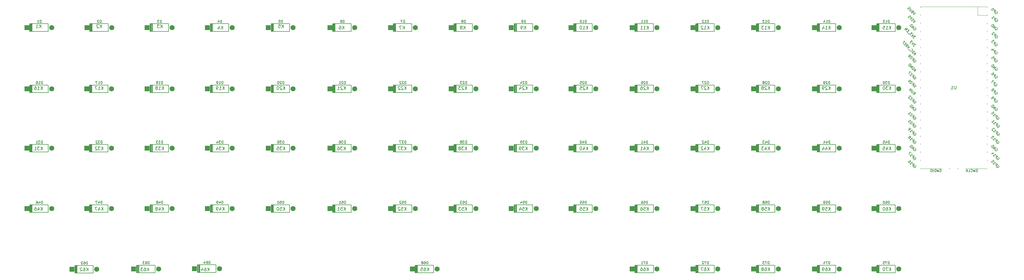
<source format=gbr>
%TF.GenerationSoftware,KiCad,Pcbnew,9.0.2*%
%TF.CreationDate,2025-06-02T23:42:43-04:00*%
%TF.ProjectId,OrangeDeck Keyboard,4f72616e-6765-4446-9563-6b204b657962,rev?*%
%TF.SameCoordinates,Original*%
%TF.FileFunction,Legend,Bot*%
%TF.FilePolarity,Positive*%
%FSLAX46Y46*%
G04 Gerber Fmt 4.6, Leading zero omitted, Abs format (unit mm)*
G04 Created by KiCad (PCBNEW 9.0.2) date 2025-06-02 23:42:43*
%MOMM*%
%LPD*%
G01*
G04 APERTURE LIST*
%ADD10C,0.200000*%
%ADD11C,0.150000*%
%ADD12C,0.120000*%
%ADD13R,1.600000X1.600000*%
%ADD14C,1.600000*%
G04 APERTURE END LIST*
D10*
X120594285Y-93670219D02*
X120594285Y-92670219D01*
X120022857Y-93670219D02*
X120451428Y-93098790D01*
X120022857Y-92670219D02*
X120594285Y-93241647D01*
X119165714Y-92670219D02*
X119356190Y-92670219D01*
X119356190Y-92670219D02*
X119451428Y-92717838D01*
X119451428Y-92717838D02*
X119499047Y-92765457D01*
X119499047Y-92765457D02*
X119594285Y-92908314D01*
X119594285Y-92908314D02*
X119641904Y-93098790D01*
X119641904Y-93098790D02*
X119641904Y-93479742D01*
X119641904Y-93479742D02*
X119594285Y-93574980D01*
X119594285Y-93574980D02*
X119546666Y-93622600D01*
X119546666Y-93622600D02*
X119451428Y-93670219D01*
X119451428Y-93670219D02*
X119260952Y-93670219D01*
X119260952Y-93670219D02*
X119165714Y-93622600D01*
X119165714Y-93622600D02*
X119118095Y-93574980D01*
X119118095Y-93574980D02*
X119070476Y-93479742D01*
X119070476Y-93479742D02*
X119070476Y-93241647D01*
X119070476Y-93241647D02*
X119118095Y-93146409D01*
X119118095Y-93146409D02*
X119165714Y-93098790D01*
X119165714Y-93098790D02*
X119260952Y-93051171D01*
X119260952Y-93051171D02*
X119451428Y-93051171D01*
X119451428Y-93051171D02*
X119546666Y-93098790D01*
X119546666Y-93098790D02*
X119594285Y-93146409D01*
X119594285Y-93146409D02*
X119641904Y-93241647D01*
X118737142Y-92670219D02*
X118070476Y-92670219D01*
X118070476Y-92670219D02*
X118499047Y-93670219D01*
X44394285Y-36520219D02*
X44394285Y-35520219D01*
X43822857Y-36520219D02*
X44251428Y-35948790D01*
X43822857Y-35520219D02*
X44394285Y-36091647D01*
X43441904Y-35615457D02*
X43394285Y-35567838D01*
X43394285Y-35567838D02*
X43299047Y-35520219D01*
X43299047Y-35520219D02*
X43060952Y-35520219D01*
X43060952Y-35520219D02*
X42965714Y-35567838D01*
X42965714Y-35567838D02*
X42918095Y-35615457D01*
X42918095Y-35615457D02*
X42870476Y-35710695D01*
X42870476Y-35710695D02*
X42870476Y-35805933D01*
X42870476Y-35805933D02*
X42918095Y-35948790D01*
X42918095Y-35948790D02*
X43489523Y-36520219D01*
X43489523Y-36520219D02*
X42870476Y-36520219D01*
X42537142Y-35520219D02*
X41918095Y-35520219D01*
X41918095Y-35520219D02*
X42251428Y-35901171D01*
X42251428Y-35901171D02*
X42108571Y-35901171D01*
X42108571Y-35901171D02*
X42013333Y-35948790D01*
X42013333Y-35948790D02*
X41965714Y-35996409D01*
X41965714Y-35996409D02*
X41918095Y-36091647D01*
X41918095Y-36091647D02*
X41918095Y-36329742D01*
X41918095Y-36329742D02*
X41965714Y-36424980D01*
X41965714Y-36424980D02*
X42013333Y-36472600D01*
X42013333Y-36472600D02*
X42108571Y-36520219D01*
X42108571Y-36520219D02*
X42394285Y-36520219D01*
X42394285Y-36520219D02*
X42489523Y-36472600D01*
X42489523Y-36472600D02*
X42537142Y-36424980D01*
X25344285Y-74620219D02*
X25344285Y-73620219D01*
X24772857Y-74620219D02*
X25201428Y-74048790D01*
X24772857Y-73620219D02*
X25344285Y-74191647D01*
X23868095Y-73620219D02*
X24344285Y-73620219D01*
X24344285Y-73620219D02*
X24391904Y-74096409D01*
X24391904Y-74096409D02*
X24344285Y-74048790D01*
X24344285Y-74048790D02*
X24249047Y-74001171D01*
X24249047Y-74001171D02*
X24010952Y-74001171D01*
X24010952Y-74001171D02*
X23915714Y-74048790D01*
X23915714Y-74048790D02*
X23868095Y-74096409D01*
X23868095Y-74096409D02*
X23820476Y-74191647D01*
X23820476Y-74191647D02*
X23820476Y-74429742D01*
X23820476Y-74429742D02*
X23868095Y-74524980D01*
X23868095Y-74524980D02*
X23915714Y-74572600D01*
X23915714Y-74572600D02*
X24010952Y-74620219D01*
X24010952Y-74620219D02*
X24249047Y-74620219D01*
X24249047Y-74620219D02*
X24344285Y-74572600D01*
X24344285Y-74572600D02*
X24391904Y-74524980D01*
X23439523Y-73715457D02*
X23391904Y-73667838D01*
X23391904Y-73667838D02*
X23296666Y-73620219D01*
X23296666Y-73620219D02*
X23058571Y-73620219D01*
X23058571Y-73620219D02*
X22963333Y-73667838D01*
X22963333Y-73667838D02*
X22915714Y-73715457D01*
X22915714Y-73715457D02*
X22868095Y-73810695D01*
X22868095Y-73810695D02*
X22868095Y-73905933D01*
X22868095Y-73905933D02*
X22915714Y-74048790D01*
X22915714Y-74048790D02*
X23487142Y-74620219D01*
X23487142Y-74620219D02*
X22868095Y-74620219D01*
X-69905714Y-74620219D02*
X-69905714Y-73620219D01*
X-70477142Y-74620219D02*
X-70048571Y-74048790D01*
X-70477142Y-73620219D02*
X-69905714Y-74191647D01*
X-71334285Y-73953552D02*
X-71334285Y-74620219D01*
X-71096190Y-73572600D02*
X-70858095Y-74286885D01*
X-70858095Y-74286885D02*
X-71477142Y-74286885D01*
X-71762857Y-73620219D02*
X-72429523Y-73620219D01*
X-72429523Y-73620219D02*
X-72000952Y-74620219D01*
X-50855714Y-55570219D02*
X-50855714Y-54570219D01*
X-51427142Y-55570219D02*
X-50998571Y-54998790D01*
X-51427142Y-54570219D02*
X-50855714Y-55141647D01*
X-51760476Y-54570219D02*
X-52379523Y-54570219D01*
X-52379523Y-54570219D02*
X-52046190Y-54951171D01*
X-52046190Y-54951171D02*
X-52189047Y-54951171D01*
X-52189047Y-54951171D02*
X-52284285Y-54998790D01*
X-52284285Y-54998790D02*
X-52331904Y-55046409D01*
X-52331904Y-55046409D02*
X-52379523Y-55141647D01*
X-52379523Y-55141647D02*
X-52379523Y-55379742D01*
X-52379523Y-55379742D02*
X-52331904Y-55474980D01*
X-52331904Y-55474980D02*
X-52284285Y-55522600D01*
X-52284285Y-55522600D02*
X-52189047Y-55570219D01*
X-52189047Y-55570219D02*
X-51903333Y-55570219D01*
X-51903333Y-55570219D02*
X-51808095Y-55522600D01*
X-51808095Y-55522600D02*
X-51760476Y-55474980D01*
X-52712857Y-54570219D02*
X-53331904Y-54570219D01*
X-53331904Y-54570219D02*
X-52998571Y-54951171D01*
X-52998571Y-54951171D02*
X-53141428Y-54951171D01*
X-53141428Y-54951171D02*
X-53236666Y-54998790D01*
X-53236666Y-54998790D02*
X-53284285Y-55046409D01*
X-53284285Y-55046409D02*
X-53331904Y-55141647D01*
X-53331904Y-55141647D02*
X-53331904Y-55379742D01*
X-53331904Y-55379742D02*
X-53284285Y-55474980D01*
X-53284285Y-55474980D02*
X-53236666Y-55522600D01*
X-53236666Y-55522600D02*
X-53141428Y-55570219D01*
X-53141428Y-55570219D02*
X-52855714Y-55570219D01*
X-52855714Y-55570219D02*
X-52760476Y-55522600D01*
X-52760476Y-55522600D02*
X-52712857Y-55474980D01*
X-89449405Y-17056969D02*
X-89449405Y-16056969D01*
X-90020833Y-17056969D02*
X-89592262Y-16485540D01*
X-90020833Y-16056969D02*
X-89449405Y-16628397D01*
X-90973214Y-17056969D02*
X-90401786Y-17056969D01*
X-90687500Y-17056969D02*
X-90687500Y-16056969D01*
X-90687500Y-16056969D02*
X-90592262Y-16199826D01*
X-90592262Y-16199826D02*
X-90497024Y-16295064D01*
X-90497024Y-16295064D02*
X-90401786Y-16342683D01*
X120594285Y-36520219D02*
X120594285Y-35520219D01*
X120022857Y-36520219D02*
X120451428Y-35948790D01*
X120022857Y-35520219D02*
X120594285Y-36091647D01*
X119641904Y-35615457D02*
X119594285Y-35567838D01*
X119594285Y-35567838D02*
X119499047Y-35520219D01*
X119499047Y-35520219D02*
X119260952Y-35520219D01*
X119260952Y-35520219D02*
X119165714Y-35567838D01*
X119165714Y-35567838D02*
X119118095Y-35615457D01*
X119118095Y-35615457D02*
X119070476Y-35710695D01*
X119070476Y-35710695D02*
X119070476Y-35805933D01*
X119070476Y-35805933D02*
X119118095Y-35948790D01*
X119118095Y-35948790D02*
X119689523Y-36520219D01*
X119689523Y-36520219D02*
X119070476Y-36520219D01*
X118737142Y-35520219D02*
X118070476Y-35520219D01*
X118070476Y-35520219D02*
X118499047Y-36520219D01*
X177744285Y-74620219D02*
X177744285Y-73620219D01*
X177172857Y-74620219D02*
X177601428Y-74048790D01*
X177172857Y-73620219D02*
X177744285Y-74191647D01*
X176315714Y-73620219D02*
X176506190Y-73620219D01*
X176506190Y-73620219D02*
X176601428Y-73667838D01*
X176601428Y-73667838D02*
X176649047Y-73715457D01*
X176649047Y-73715457D02*
X176744285Y-73858314D01*
X176744285Y-73858314D02*
X176791904Y-74048790D01*
X176791904Y-74048790D02*
X176791904Y-74429742D01*
X176791904Y-74429742D02*
X176744285Y-74524980D01*
X176744285Y-74524980D02*
X176696666Y-74572600D01*
X176696666Y-74572600D02*
X176601428Y-74620219D01*
X176601428Y-74620219D02*
X176410952Y-74620219D01*
X176410952Y-74620219D02*
X176315714Y-74572600D01*
X176315714Y-74572600D02*
X176268095Y-74524980D01*
X176268095Y-74524980D02*
X176220476Y-74429742D01*
X176220476Y-74429742D02*
X176220476Y-74191647D01*
X176220476Y-74191647D02*
X176268095Y-74096409D01*
X176268095Y-74096409D02*
X176315714Y-74048790D01*
X176315714Y-74048790D02*
X176410952Y-74001171D01*
X176410952Y-74001171D02*
X176601428Y-74001171D01*
X176601428Y-74001171D02*
X176696666Y-74048790D01*
X176696666Y-74048790D02*
X176744285Y-74096409D01*
X176744285Y-74096409D02*
X176791904Y-74191647D01*
X175601428Y-73620219D02*
X175506190Y-73620219D01*
X175506190Y-73620219D02*
X175410952Y-73667838D01*
X175410952Y-73667838D02*
X175363333Y-73715457D01*
X175363333Y-73715457D02*
X175315714Y-73810695D01*
X175315714Y-73810695D02*
X175268095Y-74001171D01*
X175268095Y-74001171D02*
X175268095Y-74239266D01*
X175268095Y-74239266D02*
X175315714Y-74429742D01*
X175315714Y-74429742D02*
X175363333Y-74524980D01*
X175363333Y-74524980D02*
X175410952Y-74572600D01*
X175410952Y-74572600D02*
X175506190Y-74620219D01*
X175506190Y-74620219D02*
X175601428Y-74620219D01*
X175601428Y-74620219D02*
X175696666Y-74572600D01*
X175696666Y-74572600D02*
X175744285Y-74524980D01*
X175744285Y-74524980D02*
X175791904Y-74429742D01*
X175791904Y-74429742D02*
X175839523Y-74239266D01*
X175839523Y-74239266D02*
X175839523Y-74001171D01*
X175839523Y-74001171D02*
X175791904Y-73810695D01*
X175791904Y-73810695D02*
X175744285Y-73715457D01*
X175744285Y-73715457D02*
X175696666Y-73667838D01*
X175696666Y-73667838D02*
X175601428Y-73620219D01*
X139644285Y-36520219D02*
X139644285Y-35520219D01*
X139072857Y-36520219D02*
X139501428Y-35948790D01*
X139072857Y-35520219D02*
X139644285Y-36091647D01*
X138691904Y-35615457D02*
X138644285Y-35567838D01*
X138644285Y-35567838D02*
X138549047Y-35520219D01*
X138549047Y-35520219D02*
X138310952Y-35520219D01*
X138310952Y-35520219D02*
X138215714Y-35567838D01*
X138215714Y-35567838D02*
X138168095Y-35615457D01*
X138168095Y-35615457D02*
X138120476Y-35710695D01*
X138120476Y-35710695D02*
X138120476Y-35805933D01*
X138120476Y-35805933D02*
X138168095Y-35948790D01*
X138168095Y-35948790D02*
X138739523Y-36520219D01*
X138739523Y-36520219D02*
X138120476Y-36520219D01*
X137549047Y-35948790D02*
X137644285Y-35901171D01*
X137644285Y-35901171D02*
X137691904Y-35853552D01*
X137691904Y-35853552D02*
X137739523Y-35758314D01*
X137739523Y-35758314D02*
X137739523Y-35710695D01*
X137739523Y-35710695D02*
X137691904Y-35615457D01*
X137691904Y-35615457D02*
X137644285Y-35567838D01*
X137644285Y-35567838D02*
X137549047Y-35520219D01*
X137549047Y-35520219D02*
X137358571Y-35520219D01*
X137358571Y-35520219D02*
X137263333Y-35567838D01*
X137263333Y-35567838D02*
X137215714Y-35615457D01*
X137215714Y-35615457D02*
X137168095Y-35710695D01*
X137168095Y-35710695D02*
X137168095Y-35758314D01*
X137168095Y-35758314D02*
X137215714Y-35853552D01*
X137215714Y-35853552D02*
X137263333Y-35901171D01*
X137263333Y-35901171D02*
X137358571Y-35948790D01*
X137358571Y-35948790D02*
X137549047Y-35948790D01*
X137549047Y-35948790D02*
X137644285Y-35996409D01*
X137644285Y-35996409D02*
X137691904Y-36044028D01*
X137691904Y-36044028D02*
X137739523Y-36139266D01*
X137739523Y-36139266D02*
X137739523Y-36329742D01*
X137739523Y-36329742D02*
X137691904Y-36424980D01*
X137691904Y-36424980D02*
X137644285Y-36472600D01*
X137644285Y-36472600D02*
X137549047Y-36520219D01*
X137549047Y-36520219D02*
X137358571Y-36520219D01*
X137358571Y-36520219D02*
X137263333Y-36472600D01*
X137263333Y-36472600D02*
X137215714Y-36424980D01*
X137215714Y-36424980D02*
X137168095Y-36329742D01*
X137168095Y-36329742D02*
X137168095Y-36139266D01*
X137168095Y-36139266D02*
X137215714Y-36044028D01*
X137215714Y-36044028D02*
X137263333Y-35996409D01*
X137263333Y-35996409D02*
X137358571Y-35948790D01*
X6294285Y-55570219D02*
X6294285Y-54570219D01*
X5722857Y-55570219D02*
X6151428Y-54998790D01*
X5722857Y-54570219D02*
X6294285Y-55141647D01*
X5389523Y-54570219D02*
X4770476Y-54570219D01*
X4770476Y-54570219D02*
X5103809Y-54951171D01*
X5103809Y-54951171D02*
X4960952Y-54951171D01*
X4960952Y-54951171D02*
X4865714Y-54998790D01*
X4865714Y-54998790D02*
X4818095Y-55046409D01*
X4818095Y-55046409D02*
X4770476Y-55141647D01*
X4770476Y-55141647D02*
X4770476Y-55379742D01*
X4770476Y-55379742D02*
X4818095Y-55474980D01*
X4818095Y-55474980D02*
X4865714Y-55522600D01*
X4865714Y-55522600D02*
X4960952Y-55570219D01*
X4960952Y-55570219D02*
X5246666Y-55570219D01*
X5246666Y-55570219D02*
X5341904Y-55522600D01*
X5341904Y-55522600D02*
X5389523Y-55474980D01*
X3913333Y-54570219D02*
X4103809Y-54570219D01*
X4103809Y-54570219D02*
X4199047Y-54617838D01*
X4199047Y-54617838D02*
X4246666Y-54665457D01*
X4246666Y-54665457D02*
X4341904Y-54808314D01*
X4341904Y-54808314D02*
X4389523Y-54998790D01*
X4389523Y-54998790D02*
X4389523Y-55379742D01*
X4389523Y-55379742D02*
X4341904Y-55474980D01*
X4341904Y-55474980D02*
X4294285Y-55522600D01*
X4294285Y-55522600D02*
X4199047Y-55570219D01*
X4199047Y-55570219D02*
X4008571Y-55570219D01*
X4008571Y-55570219D02*
X3913333Y-55522600D01*
X3913333Y-55522600D02*
X3865714Y-55474980D01*
X3865714Y-55474980D02*
X3818095Y-55379742D01*
X3818095Y-55379742D02*
X3818095Y-55141647D01*
X3818095Y-55141647D02*
X3865714Y-55046409D01*
X3865714Y-55046409D02*
X3913333Y-54998790D01*
X3913333Y-54998790D02*
X4008571Y-54951171D01*
X4008571Y-54951171D02*
X4199047Y-54951171D01*
X4199047Y-54951171D02*
X4294285Y-54998790D01*
X4294285Y-54998790D02*
X4341904Y-55046409D01*
X4341904Y-55046409D02*
X4389523Y-55141647D01*
X177744285Y-36520219D02*
X177744285Y-35520219D01*
X177172857Y-36520219D02*
X177601428Y-35948790D01*
X177172857Y-35520219D02*
X177744285Y-36091647D01*
X176839523Y-35520219D02*
X176220476Y-35520219D01*
X176220476Y-35520219D02*
X176553809Y-35901171D01*
X176553809Y-35901171D02*
X176410952Y-35901171D01*
X176410952Y-35901171D02*
X176315714Y-35948790D01*
X176315714Y-35948790D02*
X176268095Y-35996409D01*
X176268095Y-35996409D02*
X176220476Y-36091647D01*
X176220476Y-36091647D02*
X176220476Y-36329742D01*
X176220476Y-36329742D02*
X176268095Y-36424980D01*
X176268095Y-36424980D02*
X176315714Y-36472600D01*
X176315714Y-36472600D02*
X176410952Y-36520219D01*
X176410952Y-36520219D02*
X176696666Y-36520219D01*
X176696666Y-36520219D02*
X176791904Y-36472600D01*
X176791904Y-36472600D02*
X176839523Y-36424980D01*
X175601428Y-35520219D02*
X175506190Y-35520219D01*
X175506190Y-35520219D02*
X175410952Y-35567838D01*
X175410952Y-35567838D02*
X175363333Y-35615457D01*
X175363333Y-35615457D02*
X175315714Y-35710695D01*
X175315714Y-35710695D02*
X175268095Y-35901171D01*
X175268095Y-35901171D02*
X175268095Y-36139266D01*
X175268095Y-36139266D02*
X175315714Y-36329742D01*
X175315714Y-36329742D02*
X175363333Y-36424980D01*
X175363333Y-36424980D02*
X175410952Y-36472600D01*
X175410952Y-36472600D02*
X175506190Y-36520219D01*
X175506190Y-36520219D02*
X175601428Y-36520219D01*
X175601428Y-36520219D02*
X175696666Y-36472600D01*
X175696666Y-36472600D02*
X175744285Y-36424980D01*
X175744285Y-36424980D02*
X175791904Y-36329742D01*
X175791904Y-36329742D02*
X175839523Y-36139266D01*
X175839523Y-36139266D02*
X175839523Y-35901171D01*
X175839523Y-35901171D02*
X175791904Y-35710695D01*
X175791904Y-35710695D02*
X175744285Y-35615457D01*
X175744285Y-35615457D02*
X175696666Y-35567838D01*
X175696666Y-35567838D02*
X175601428Y-35520219D01*
X177744285Y-55570219D02*
X177744285Y-54570219D01*
X177172857Y-55570219D02*
X177601428Y-54998790D01*
X177172857Y-54570219D02*
X177744285Y-55141647D01*
X176315714Y-54903552D02*
X176315714Y-55570219D01*
X176553809Y-54522600D02*
X176791904Y-55236885D01*
X176791904Y-55236885D02*
X176172857Y-55236885D01*
X175315714Y-54570219D02*
X175791904Y-54570219D01*
X175791904Y-54570219D02*
X175839523Y-55046409D01*
X175839523Y-55046409D02*
X175791904Y-54998790D01*
X175791904Y-54998790D02*
X175696666Y-54951171D01*
X175696666Y-54951171D02*
X175458571Y-54951171D01*
X175458571Y-54951171D02*
X175363333Y-54998790D01*
X175363333Y-54998790D02*
X175315714Y-55046409D01*
X175315714Y-55046409D02*
X175268095Y-55141647D01*
X175268095Y-55141647D02*
X175268095Y-55379742D01*
X175268095Y-55379742D02*
X175315714Y-55474980D01*
X175315714Y-55474980D02*
X175363333Y-55522600D01*
X175363333Y-55522600D02*
X175458571Y-55570219D01*
X175458571Y-55570219D02*
X175696666Y-55570219D01*
X175696666Y-55570219D02*
X175791904Y-55522600D01*
X175791904Y-55522600D02*
X175839523Y-55474980D01*
X5818094Y-17470219D02*
X5818094Y-16470219D01*
X5246666Y-17470219D02*
X5675237Y-16898790D01*
X5246666Y-16470219D02*
X5818094Y-17041647D01*
X4389523Y-16470219D02*
X4579999Y-16470219D01*
X4579999Y-16470219D02*
X4675237Y-16517838D01*
X4675237Y-16517838D02*
X4722856Y-16565457D01*
X4722856Y-16565457D02*
X4818094Y-16708314D01*
X4818094Y-16708314D02*
X4865713Y-16898790D01*
X4865713Y-16898790D02*
X4865713Y-17279742D01*
X4865713Y-17279742D02*
X4818094Y-17374980D01*
X4818094Y-17374980D02*
X4770475Y-17422600D01*
X4770475Y-17422600D02*
X4675237Y-17470219D01*
X4675237Y-17470219D02*
X4484761Y-17470219D01*
X4484761Y-17470219D02*
X4389523Y-17422600D01*
X4389523Y-17422600D02*
X4341904Y-17374980D01*
X4341904Y-17374980D02*
X4294285Y-17279742D01*
X4294285Y-17279742D02*
X4294285Y-17041647D01*
X4294285Y-17041647D02*
X4341904Y-16946409D01*
X4341904Y-16946409D02*
X4389523Y-16898790D01*
X4389523Y-16898790D02*
X4484761Y-16851171D01*
X4484761Y-16851171D02*
X4675237Y-16851171D01*
X4675237Y-16851171D02*
X4770475Y-16898790D01*
X4770475Y-16898790D02*
X4818094Y-16946409D01*
X4818094Y-16946409D02*
X4865713Y-17041647D01*
X158694285Y-93670219D02*
X158694285Y-92670219D01*
X158122857Y-93670219D02*
X158551428Y-93098790D01*
X158122857Y-92670219D02*
X158694285Y-93241647D01*
X157265714Y-92670219D02*
X157456190Y-92670219D01*
X157456190Y-92670219D02*
X157551428Y-92717838D01*
X157551428Y-92717838D02*
X157599047Y-92765457D01*
X157599047Y-92765457D02*
X157694285Y-92908314D01*
X157694285Y-92908314D02*
X157741904Y-93098790D01*
X157741904Y-93098790D02*
X157741904Y-93479742D01*
X157741904Y-93479742D02*
X157694285Y-93574980D01*
X157694285Y-93574980D02*
X157646666Y-93622600D01*
X157646666Y-93622600D02*
X157551428Y-93670219D01*
X157551428Y-93670219D02*
X157360952Y-93670219D01*
X157360952Y-93670219D02*
X157265714Y-93622600D01*
X157265714Y-93622600D02*
X157218095Y-93574980D01*
X157218095Y-93574980D02*
X157170476Y-93479742D01*
X157170476Y-93479742D02*
X157170476Y-93241647D01*
X157170476Y-93241647D02*
X157218095Y-93146409D01*
X157218095Y-93146409D02*
X157265714Y-93098790D01*
X157265714Y-93098790D02*
X157360952Y-93051171D01*
X157360952Y-93051171D02*
X157551428Y-93051171D01*
X157551428Y-93051171D02*
X157646666Y-93098790D01*
X157646666Y-93098790D02*
X157694285Y-93146409D01*
X157694285Y-93146409D02*
X157741904Y-93241647D01*
X156694285Y-93670219D02*
X156503809Y-93670219D01*
X156503809Y-93670219D02*
X156408571Y-93622600D01*
X156408571Y-93622600D02*
X156360952Y-93574980D01*
X156360952Y-93574980D02*
X156265714Y-93432123D01*
X156265714Y-93432123D02*
X156218095Y-93241647D01*
X156218095Y-93241647D02*
X156218095Y-92860695D01*
X156218095Y-92860695D02*
X156265714Y-92765457D01*
X156265714Y-92765457D02*
X156313333Y-92717838D01*
X156313333Y-92717838D02*
X156408571Y-92670219D01*
X156408571Y-92670219D02*
X156599047Y-92670219D01*
X156599047Y-92670219D02*
X156694285Y-92717838D01*
X156694285Y-92717838D02*
X156741904Y-92765457D01*
X156741904Y-92765457D02*
X156789523Y-92860695D01*
X156789523Y-92860695D02*
X156789523Y-93098790D01*
X156789523Y-93098790D02*
X156741904Y-93194028D01*
X156741904Y-93194028D02*
X156694285Y-93241647D01*
X156694285Y-93241647D02*
X156599047Y-93289266D01*
X156599047Y-93289266D02*
X156408571Y-93289266D01*
X156408571Y-93289266D02*
X156313333Y-93241647D01*
X156313333Y-93241647D02*
X156265714Y-93194028D01*
X156265714Y-93194028D02*
X156218095Y-93098790D01*
X-12755714Y-74620219D02*
X-12755714Y-73620219D01*
X-13327142Y-74620219D02*
X-12898571Y-74048790D01*
X-13327142Y-73620219D02*
X-12755714Y-74191647D01*
X-14231904Y-73620219D02*
X-13755714Y-73620219D01*
X-13755714Y-73620219D02*
X-13708095Y-74096409D01*
X-13708095Y-74096409D02*
X-13755714Y-74048790D01*
X-13755714Y-74048790D02*
X-13850952Y-74001171D01*
X-13850952Y-74001171D02*
X-14089047Y-74001171D01*
X-14089047Y-74001171D02*
X-14184285Y-74048790D01*
X-14184285Y-74048790D02*
X-14231904Y-74096409D01*
X-14231904Y-74096409D02*
X-14279523Y-74191647D01*
X-14279523Y-74191647D02*
X-14279523Y-74429742D01*
X-14279523Y-74429742D02*
X-14231904Y-74524980D01*
X-14231904Y-74524980D02*
X-14184285Y-74572600D01*
X-14184285Y-74572600D02*
X-14089047Y-74620219D01*
X-14089047Y-74620219D02*
X-13850952Y-74620219D01*
X-13850952Y-74620219D02*
X-13755714Y-74572600D01*
X-13755714Y-74572600D02*
X-13708095Y-74524980D01*
X-14898571Y-73620219D02*
X-14993809Y-73620219D01*
X-14993809Y-73620219D02*
X-15089047Y-73667838D01*
X-15089047Y-73667838D02*
X-15136666Y-73715457D01*
X-15136666Y-73715457D02*
X-15184285Y-73810695D01*
X-15184285Y-73810695D02*
X-15231904Y-74001171D01*
X-15231904Y-74001171D02*
X-15231904Y-74239266D01*
X-15231904Y-74239266D02*
X-15184285Y-74429742D01*
X-15184285Y-74429742D02*
X-15136666Y-74524980D01*
X-15136666Y-74524980D02*
X-15089047Y-74572600D01*
X-15089047Y-74572600D02*
X-14993809Y-74620219D01*
X-14993809Y-74620219D02*
X-14898571Y-74620219D01*
X-14898571Y-74620219D02*
X-14803333Y-74572600D01*
X-14803333Y-74572600D02*
X-14755714Y-74524980D01*
X-14755714Y-74524980D02*
X-14708095Y-74429742D01*
X-14708095Y-74429742D02*
X-14660476Y-74239266D01*
X-14660476Y-74239266D02*
X-14660476Y-74001171D01*
X-14660476Y-74001171D02*
X-14708095Y-73810695D01*
X-14708095Y-73810695D02*
X-14755714Y-73715457D01*
X-14755714Y-73715457D02*
X-14803333Y-73667838D01*
X-14803333Y-73667838D02*
X-14898571Y-73620219D01*
X32457535Y-93692719D02*
X32457535Y-92692719D01*
X31886107Y-93692719D02*
X32314678Y-93121290D01*
X31886107Y-92692719D02*
X32457535Y-93264147D01*
X31028964Y-92692719D02*
X31219440Y-92692719D01*
X31219440Y-92692719D02*
X31314678Y-92740338D01*
X31314678Y-92740338D02*
X31362297Y-92787957D01*
X31362297Y-92787957D02*
X31457535Y-92930814D01*
X31457535Y-92930814D02*
X31505154Y-93121290D01*
X31505154Y-93121290D02*
X31505154Y-93502242D01*
X31505154Y-93502242D02*
X31457535Y-93597480D01*
X31457535Y-93597480D02*
X31409916Y-93645100D01*
X31409916Y-93645100D02*
X31314678Y-93692719D01*
X31314678Y-93692719D02*
X31124202Y-93692719D01*
X31124202Y-93692719D02*
X31028964Y-93645100D01*
X31028964Y-93645100D02*
X30981345Y-93597480D01*
X30981345Y-93597480D02*
X30933726Y-93502242D01*
X30933726Y-93502242D02*
X30933726Y-93264147D01*
X30933726Y-93264147D02*
X30981345Y-93168909D01*
X30981345Y-93168909D02*
X31028964Y-93121290D01*
X31028964Y-93121290D02*
X31124202Y-93073671D01*
X31124202Y-93073671D02*
X31314678Y-93073671D01*
X31314678Y-93073671D02*
X31409916Y-93121290D01*
X31409916Y-93121290D02*
X31457535Y-93168909D01*
X31457535Y-93168909D02*
X31505154Y-93264147D01*
X30028964Y-92692719D02*
X30505154Y-92692719D01*
X30505154Y-92692719D02*
X30552773Y-93168909D01*
X30552773Y-93168909D02*
X30505154Y-93121290D01*
X30505154Y-93121290D02*
X30409916Y-93073671D01*
X30409916Y-93073671D02*
X30171821Y-93073671D01*
X30171821Y-93073671D02*
X30076583Y-93121290D01*
X30076583Y-93121290D02*
X30028964Y-93168909D01*
X30028964Y-93168909D02*
X29981345Y-93264147D01*
X29981345Y-93264147D02*
X29981345Y-93502242D01*
X29981345Y-93502242D02*
X30028964Y-93597480D01*
X30028964Y-93597480D02*
X30076583Y-93645100D01*
X30076583Y-93645100D02*
X30171821Y-93692719D01*
X30171821Y-93692719D02*
X30409916Y-93692719D01*
X30409916Y-93692719D02*
X30505154Y-93645100D01*
X30505154Y-93645100D02*
X30552773Y-93597480D01*
X-50855714Y-74620219D02*
X-50855714Y-73620219D01*
X-51427142Y-74620219D02*
X-50998571Y-74048790D01*
X-51427142Y-73620219D02*
X-50855714Y-74191647D01*
X-52284285Y-73953552D02*
X-52284285Y-74620219D01*
X-52046190Y-73572600D02*
X-51808095Y-74286885D01*
X-51808095Y-74286885D02*
X-52427142Y-74286885D01*
X-52950952Y-74048790D02*
X-52855714Y-74001171D01*
X-52855714Y-74001171D02*
X-52808095Y-73953552D01*
X-52808095Y-73953552D02*
X-52760476Y-73858314D01*
X-52760476Y-73858314D02*
X-52760476Y-73810695D01*
X-52760476Y-73810695D02*
X-52808095Y-73715457D01*
X-52808095Y-73715457D02*
X-52855714Y-73667838D01*
X-52855714Y-73667838D02*
X-52950952Y-73620219D01*
X-52950952Y-73620219D02*
X-53141428Y-73620219D01*
X-53141428Y-73620219D02*
X-53236666Y-73667838D01*
X-53236666Y-73667838D02*
X-53284285Y-73715457D01*
X-53284285Y-73715457D02*
X-53331904Y-73810695D01*
X-53331904Y-73810695D02*
X-53331904Y-73858314D01*
X-53331904Y-73858314D02*
X-53284285Y-73953552D01*
X-53284285Y-73953552D02*
X-53236666Y-74001171D01*
X-53236666Y-74001171D02*
X-53141428Y-74048790D01*
X-53141428Y-74048790D02*
X-52950952Y-74048790D01*
X-52950952Y-74048790D02*
X-52855714Y-74096409D01*
X-52855714Y-74096409D02*
X-52808095Y-74144028D01*
X-52808095Y-74144028D02*
X-52760476Y-74239266D01*
X-52760476Y-74239266D02*
X-52760476Y-74429742D01*
X-52760476Y-74429742D02*
X-52808095Y-74524980D01*
X-52808095Y-74524980D02*
X-52855714Y-74572600D01*
X-52855714Y-74572600D02*
X-52950952Y-74620219D01*
X-52950952Y-74620219D02*
X-53141428Y-74620219D01*
X-53141428Y-74620219D02*
X-53236666Y-74572600D01*
X-53236666Y-74572600D02*
X-53284285Y-74524980D01*
X-53284285Y-74524980D02*
X-53331904Y-74429742D01*
X-53331904Y-74429742D02*
X-53331904Y-74239266D01*
X-53331904Y-74239266D02*
X-53284285Y-74144028D01*
X-53284285Y-74144028D02*
X-53236666Y-74096409D01*
X-53236666Y-74096409D02*
X-53141428Y-74048790D01*
X-13231905Y-17056969D02*
X-13231905Y-16056969D01*
X-13803333Y-17056969D02*
X-13374762Y-16485540D01*
X-13803333Y-16056969D02*
X-13231905Y-16628397D01*
X-14708095Y-16056969D02*
X-14231905Y-16056969D01*
X-14231905Y-16056969D02*
X-14184286Y-16533159D01*
X-14184286Y-16533159D02*
X-14231905Y-16485540D01*
X-14231905Y-16485540D02*
X-14327143Y-16437921D01*
X-14327143Y-16437921D02*
X-14565238Y-16437921D01*
X-14565238Y-16437921D02*
X-14660476Y-16485540D01*
X-14660476Y-16485540D02*
X-14708095Y-16533159D01*
X-14708095Y-16533159D02*
X-14755714Y-16628397D01*
X-14755714Y-16628397D02*
X-14755714Y-16866492D01*
X-14755714Y-16866492D02*
X-14708095Y-16961730D01*
X-14708095Y-16961730D02*
X-14660476Y-17009350D01*
X-14660476Y-17009350D02*
X-14565238Y-17056969D01*
X-14565238Y-17056969D02*
X-14327143Y-17056969D01*
X-14327143Y-17056969D02*
X-14231905Y-17009350D01*
X-14231905Y-17009350D02*
X-14184286Y-16961730D01*
X6294285Y-74620219D02*
X6294285Y-73620219D01*
X5722857Y-74620219D02*
X6151428Y-74048790D01*
X5722857Y-73620219D02*
X6294285Y-74191647D01*
X4818095Y-73620219D02*
X5294285Y-73620219D01*
X5294285Y-73620219D02*
X5341904Y-74096409D01*
X5341904Y-74096409D02*
X5294285Y-74048790D01*
X5294285Y-74048790D02*
X5199047Y-74001171D01*
X5199047Y-74001171D02*
X4960952Y-74001171D01*
X4960952Y-74001171D02*
X4865714Y-74048790D01*
X4865714Y-74048790D02*
X4818095Y-74096409D01*
X4818095Y-74096409D02*
X4770476Y-74191647D01*
X4770476Y-74191647D02*
X4770476Y-74429742D01*
X4770476Y-74429742D02*
X4818095Y-74524980D01*
X4818095Y-74524980D02*
X4865714Y-74572600D01*
X4865714Y-74572600D02*
X4960952Y-74620219D01*
X4960952Y-74620219D02*
X5199047Y-74620219D01*
X5199047Y-74620219D02*
X5294285Y-74572600D01*
X5294285Y-74572600D02*
X5341904Y-74524980D01*
X3818095Y-74620219D02*
X4389523Y-74620219D01*
X4103809Y-74620219D02*
X4103809Y-73620219D01*
X4103809Y-73620219D02*
X4199047Y-73763076D01*
X4199047Y-73763076D02*
X4294285Y-73858314D01*
X4294285Y-73858314D02*
X4389523Y-73905933D01*
X-12755714Y-55570219D02*
X-12755714Y-54570219D01*
X-13327142Y-55570219D02*
X-12898571Y-54998790D01*
X-13327142Y-54570219D02*
X-12755714Y-55141647D01*
X-13660476Y-54570219D02*
X-14279523Y-54570219D01*
X-14279523Y-54570219D02*
X-13946190Y-54951171D01*
X-13946190Y-54951171D02*
X-14089047Y-54951171D01*
X-14089047Y-54951171D02*
X-14184285Y-54998790D01*
X-14184285Y-54998790D02*
X-14231904Y-55046409D01*
X-14231904Y-55046409D02*
X-14279523Y-55141647D01*
X-14279523Y-55141647D02*
X-14279523Y-55379742D01*
X-14279523Y-55379742D02*
X-14231904Y-55474980D01*
X-14231904Y-55474980D02*
X-14184285Y-55522600D01*
X-14184285Y-55522600D02*
X-14089047Y-55570219D01*
X-14089047Y-55570219D02*
X-13803333Y-55570219D01*
X-13803333Y-55570219D02*
X-13708095Y-55522600D01*
X-13708095Y-55522600D02*
X-13660476Y-55474980D01*
X-15184285Y-54570219D02*
X-14708095Y-54570219D01*
X-14708095Y-54570219D02*
X-14660476Y-55046409D01*
X-14660476Y-55046409D02*
X-14708095Y-54998790D01*
X-14708095Y-54998790D02*
X-14803333Y-54951171D01*
X-14803333Y-54951171D02*
X-15041428Y-54951171D01*
X-15041428Y-54951171D02*
X-15136666Y-54998790D01*
X-15136666Y-54998790D02*
X-15184285Y-55046409D01*
X-15184285Y-55046409D02*
X-15231904Y-55141647D01*
X-15231904Y-55141647D02*
X-15231904Y-55379742D01*
X-15231904Y-55379742D02*
X-15184285Y-55474980D01*
X-15184285Y-55474980D02*
X-15136666Y-55522600D01*
X-15136666Y-55522600D02*
X-15041428Y-55570219D01*
X-15041428Y-55570219D02*
X-14803333Y-55570219D01*
X-14803333Y-55570219D02*
X-14708095Y-55522600D01*
X-14708095Y-55522600D02*
X-14660476Y-55474980D01*
X24868094Y-17470219D02*
X24868094Y-16470219D01*
X24296666Y-17470219D02*
X24725237Y-16898790D01*
X24296666Y-16470219D02*
X24868094Y-17041647D01*
X23963332Y-16470219D02*
X23296666Y-16470219D01*
X23296666Y-16470219D02*
X23725237Y-17470219D01*
X-88955714Y-74620219D02*
X-88955714Y-73620219D01*
X-89527142Y-74620219D02*
X-89098571Y-74048790D01*
X-89527142Y-73620219D02*
X-88955714Y-74191647D01*
X-90384285Y-73953552D02*
X-90384285Y-74620219D01*
X-90146190Y-73572600D02*
X-89908095Y-74286885D01*
X-89908095Y-74286885D02*
X-90527142Y-74286885D01*
X-91336666Y-73620219D02*
X-91146190Y-73620219D01*
X-91146190Y-73620219D02*
X-91050952Y-73667838D01*
X-91050952Y-73667838D02*
X-91003333Y-73715457D01*
X-91003333Y-73715457D02*
X-90908095Y-73858314D01*
X-90908095Y-73858314D02*
X-90860476Y-74048790D01*
X-90860476Y-74048790D02*
X-90860476Y-74429742D01*
X-90860476Y-74429742D02*
X-90908095Y-74524980D01*
X-90908095Y-74524980D02*
X-90955714Y-74572600D01*
X-90955714Y-74572600D02*
X-91050952Y-74620219D01*
X-91050952Y-74620219D02*
X-91241428Y-74620219D01*
X-91241428Y-74620219D02*
X-91336666Y-74572600D01*
X-91336666Y-74572600D02*
X-91384285Y-74524980D01*
X-91384285Y-74524980D02*
X-91431904Y-74429742D01*
X-91431904Y-74429742D02*
X-91431904Y-74191647D01*
X-91431904Y-74191647D02*
X-91384285Y-74096409D01*
X-91384285Y-74096409D02*
X-91336666Y-74048790D01*
X-91336666Y-74048790D02*
X-91241428Y-74001171D01*
X-91241428Y-74001171D02*
X-91050952Y-74001171D01*
X-91050952Y-74001171D02*
X-90955714Y-74048790D01*
X-90955714Y-74048790D02*
X-90908095Y-74096409D01*
X-90908095Y-74096409D02*
X-90860476Y-74191647D01*
X62968094Y-17470219D02*
X62968094Y-16470219D01*
X62396666Y-17470219D02*
X62825237Y-16898790D01*
X62396666Y-16470219D02*
X62968094Y-17041647D01*
X61920475Y-17470219D02*
X61729999Y-17470219D01*
X61729999Y-17470219D02*
X61634761Y-17422600D01*
X61634761Y-17422600D02*
X61587142Y-17374980D01*
X61587142Y-17374980D02*
X61491904Y-17232123D01*
X61491904Y-17232123D02*
X61444285Y-17041647D01*
X61444285Y-17041647D02*
X61444285Y-16660695D01*
X61444285Y-16660695D02*
X61491904Y-16565457D01*
X61491904Y-16565457D02*
X61539523Y-16517838D01*
X61539523Y-16517838D02*
X61634761Y-16470219D01*
X61634761Y-16470219D02*
X61825237Y-16470219D01*
X61825237Y-16470219D02*
X61920475Y-16517838D01*
X61920475Y-16517838D02*
X61968094Y-16565457D01*
X61968094Y-16565457D02*
X62015713Y-16660695D01*
X62015713Y-16660695D02*
X62015713Y-16898790D01*
X62015713Y-16898790D02*
X61968094Y-16994028D01*
X61968094Y-16994028D02*
X61920475Y-17041647D01*
X61920475Y-17041647D02*
X61825237Y-17089266D01*
X61825237Y-17089266D02*
X61634761Y-17089266D01*
X61634761Y-17089266D02*
X61539523Y-17041647D01*
X61539523Y-17041647D02*
X61491904Y-16994028D01*
X61491904Y-16994028D02*
X61444285Y-16898790D01*
X101544285Y-17470219D02*
X101544285Y-16470219D01*
X100972857Y-17470219D02*
X101401428Y-16898790D01*
X100972857Y-16470219D02*
X101544285Y-17041647D01*
X100020476Y-17470219D02*
X100591904Y-17470219D01*
X100306190Y-17470219D02*
X100306190Y-16470219D01*
X100306190Y-16470219D02*
X100401428Y-16613076D01*
X100401428Y-16613076D02*
X100496666Y-16708314D01*
X100496666Y-16708314D02*
X100591904Y-16755933D01*
X99068095Y-17470219D02*
X99639523Y-17470219D01*
X99353809Y-17470219D02*
X99353809Y-16470219D01*
X99353809Y-16470219D02*
X99449047Y-16613076D01*
X99449047Y-16613076D02*
X99544285Y-16708314D01*
X99544285Y-16708314D02*
X99639523Y-16755933D01*
X63444285Y-36520219D02*
X63444285Y-35520219D01*
X62872857Y-36520219D02*
X63301428Y-35948790D01*
X62872857Y-35520219D02*
X63444285Y-36091647D01*
X62491904Y-35615457D02*
X62444285Y-35567838D01*
X62444285Y-35567838D02*
X62349047Y-35520219D01*
X62349047Y-35520219D02*
X62110952Y-35520219D01*
X62110952Y-35520219D02*
X62015714Y-35567838D01*
X62015714Y-35567838D02*
X61968095Y-35615457D01*
X61968095Y-35615457D02*
X61920476Y-35710695D01*
X61920476Y-35710695D02*
X61920476Y-35805933D01*
X61920476Y-35805933D02*
X61968095Y-35948790D01*
X61968095Y-35948790D02*
X62539523Y-36520219D01*
X62539523Y-36520219D02*
X61920476Y-36520219D01*
X61063333Y-35853552D02*
X61063333Y-36520219D01*
X61301428Y-35472600D02*
X61539523Y-36186885D01*
X61539523Y-36186885D02*
X60920476Y-36186885D01*
X63444285Y-74620219D02*
X63444285Y-73620219D01*
X62872857Y-74620219D02*
X63301428Y-74048790D01*
X62872857Y-73620219D02*
X63444285Y-74191647D01*
X61968095Y-73620219D02*
X62444285Y-73620219D01*
X62444285Y-73620219D02*
X62491904Y-74096409D01*
X62491904Y-74096409D02*
X62444285Y-74048790D01*
X62444285Y-74048790D02*
X62349047Y-74001171D01*
X62349047Y-74001171D02*
X62110952Y-74001171D01*
X62110952Y-74001171D02*
X62015714Y-74048790D01*
X62015714Y-74048790D02*
X61968095Y-74096409D01*
X61968095Y-74096409D02*
X61920476Y-74191647D01*
X61920476Y-74191647D02*
X61920476Y-74429742D01*
X61920476Y-74429742D02*
X61968095Y-74524980D01*
X61968095Y-74524980D02*
X62015714Y-74572600D01*
X62015714Y-74572600D02*
X62110952Y-74620219D01*
X62110952Y-74620219D02*
X62349047Y-74620219D01*
X62349047Y-74620219D02*
X62444285Y-74572600D01*
X62444285Y-74572600D02*
X62491904Y-74524980D01*
X61063333Y-73953552D02*
X61063333Y-74620219D01*
X61301428Y-73572600D02*
X61539523Y-74286885D01*
X61539523Y-74286885D02*
X60920476Y-74286885D01*
X82494285Y-17470219D02*
X82494285Y-16470219D01*
X81922857Y-17470219D02*
X82351428Y-16898790D01*
X81922857Y-16470219D02*
X82494285Y-17041647D01*
X80970476Y-17470219D02*
X81541904Y-17470219D01*
X81256190Y-17470219D02*
X81256190Y-16470219D01*
X81256190Y-16470219D02*
X81351428Y-16613076D01*
X81351428Y-16613076D02*
X81446666Y-16708314D01*
X81446666Y-16708314D02*
X81541904Y-16755933D01*
X80351428Y-16470219D02*
X80256190Y-16470219D01*
X80256190Y-16470219D02*
X80160952Y-16517838D01*
X80160952Y-16517838D02*
X80113333Y-16565457D01*
X80113333Y-16565457D02*
X80065714Y-16660695D01*
X80065714Y-16660695D02*
X80018095Y-16851171D01*
X80018095Y-16851171D02*
X80018095Y-17089266D01*
X80018095Y-17089266D02*
X80065714Y-17279742D01*
X80065714Y-17279742D02*
X80113333Y-17374980D01*
X80113333Y-17374980D02*
X80160952Y-17422600D01*
X80160952Y-17422600D02*
X80256190Y-17470219D01*
X80256190Y-17470219D02*
X80351428Y-17470219D01*
X80351428Y-17470219D02*
X80446666Y-17422600D01*
X80446666Y-17422600D02*
X80494285Y-17374980D01*
X80494285Y-17374980D02*
X80541904Y-17279742D01*
X80541904Y-17279742D02*
X80589523Y-17089266D01*
X80589523Y-17089266D02*
X80589523Y-16851171D01*
X80589523Y-16851171D02*
X80541904Y-16660695D01*
X80541904Y-16660695D02*
X80494285Y-16565457D01*
X80494285Y-16565457D02*
X80446666Y-16517838D01*
X80446666Y-16517838D02*
X80351428Y-16470219D01*
X63444285Y-55570219D02*
X63444285Y-54570219D01*
X62872857Y-55570219D02*
X63301428Y-54998790D01*
X62872857Y-54570219D02*
X63444285Y-55141647D01*
X62539523Y-54570219D02*
X61920476Y-54570219D01*
X61920476Y-54570219D02*
X62253809Y-54951171D01*
X62253809Y-54951171D02*
X62110952Y-54951171D01*
X62110952Y-54951171D02*
X62015714Y-54998790D01*
X62015714Y-54998790D02*
X61968095Y-55046409D01*
X61968095Y-55046409D02*
X61920476Y-55141647D01*
X61920476Y-55141647D02*
X61920476Y-55379742D01*
X61920476Y-55379742D02*
X61968095Y-55474980D01*
X61968095Y-55474980D02*
X62015714Y-55522600D01*
X62015714Y-55522600D02*
X62110952Y-55570219D01*
X62110952Y-55570219D02*
X62396666Y-55570219D01*
X62396666Y-55570219D02*
X62491904Y-55522600D01*
X62491904Y-55522600D02*
X62539523Y-55474980D01*
X61444285Y-55570219D02*
X61253809Y-55570219D01*
X61253809Y-55570219D02*
X61158571Y-55522600D01*
X61158571Y-55522600D02*
X61110952Y-55474980D01*
X61110952Y-55474980D02*
X61015714Y-55332123D01*
X61015714Y-55332123D02*
X60968095Y-55141647D01*
X60968095Y-55141647D02*
X60968095Y-54760695D01*
X60968095Y-54760695D02*
X61015714Y-54665457D01*
X61015714Y-54665457D02*
X61063333Y-54617838D01*
X61063333Y-54617838D02*
X61158571Y-54570219D01*
X61158571Y-54570219D02*
X61349047Y-54570219D01*
X61349047Y-54570219D02*
X61444285Y-54617838D01*
X61444285Y-54617838D02*
X61491904Y-54665457D01*
X61491904Y-54665457D02*
X61539523Y-54760695D01*
X61539523Y-54760695D02*
X61539523Y-54998790D01*
X61539523Y-54998790D02*
X61491904Y-55094028D01*
X61491904Y-55094028D02*
X61444285Y-55141647D01*
X61444285Y-55141647D02*
X61349047Y-55189266D01*
X61349047Y-55189266D02*
X61158571Y-55189266D01*
X61158571Y-55189266D02*
X61063333Y-55141647D01*
X61063333Y-55141647D02*
X61015714Y-55094028D01*
X61015714Y-55094028D02*
X60968095Y-54998790D01*
X101544285Y-93670219D02*
X101544285Y-92670219D01*
X100972857Y-93670219D02*
X101401428Y-93098790D01*
X100972857Y-92670219D02*
X101544285Y-93241647D01*
X100115714Y-92670219D02*
X100306190Y-92670219D01*
X100306190Y-92670219D02*
X100401428Y-92717838D01*
X100401428Y-92717838D02*
X100449047Y-92765457D01*
X100449047Y-92765457D02*
X100544285Y-92908314D01*
X100544285Y-92908314D02*
X100591904Y-93098790D01*
X100591904Y-93098790D02*
X100591904Y-93479742D01*
X100591904Y-93479742D02*
X100544285Y-93574980D01*
X100544285Y-93574980D02*
X100496666Y-93622600D01*
X100496666Y-93622600D02*
X100401428Y-93670219D01*
X100401428Y-93670219D02*
X100210952Y-93670219D01*
X100210952Y-93670219D02*
X100115714Y-93622600D01*
X100115714Y-93622600D02*
X100068095Y-93574980D01*
X100068095Y-93574980D02*
X100020476Y-93479742D01*
X100020476Y-93479742D02*
X100020476Y-93241647D01*
X100020476Y-93241647D02*
X100068095Y-93146409D01*
X100068095Y-93146409D02*
X100115714Y-93098790D01*
X100115714Y-93098790D02*
X100210952Y-93051171D01*
X100210952Y-93051171D02*
X100401428Y-93051171D01*
X100401428Y-93051171D02*
X100496666Y-93098790D01*
X100496666Y-93098790D02*
X100544285Y-93146409D01*
X100544285Y-93146409D02*
X100591904Y-93241647D01*
X99163333Y-92670219D02*
X99353809Y-92670219D01*
X99353809Y-92670219D02*
X99449047Y-92717838D01*
X99449047Y-92717838D02*
X99496666Y-92765457D01*
X99496666Y-92765457D02*
X99591904Y-92908314D01*
X99591904Y-92908314D02*
X99639523Y-93098790D01*
X99639523Y-93098790D02*
X99639523Y-93479742D01*
X99639523Y-93479742D02*
X99591904Y-93574980D01*
X99591904Y-93574980D02*
X99544285Y-93622600D01*
X99544285Y-93622600D02*
X99449047Y-93670219D01*
X99449047Y-93670219D02*
X99258571Y-93670219D01*
X99258571Y-93670219D02*
X99163333Y-93622600D01*
X99163333Y-93622600D02*
X99115714Y-93574980D01*
X99115714Y-93574980D02*
X99068095Y-93479742D01*
X99068095Y-93479742D02*
X99068095Y-93241647D01*
X99068095Y-93241647D02*
X99115714Y-93146409D01*
X99115714Y-93146409D02*
X99163333Y-93098790D01*
X99163333Y-93098790D02*
X99258571Y-93051171D01*
X99258571Y-93051171D02*
X99449047Y-93051171D01*
X99449047Y-93051171D02*
X99544285Y-93098790D01*
X99544285Y-93098790D02*
X99591904Y-93146409D01*
X99591904Y-93146409D02*
X99639523Y-93241647D01*
X-50855714Y-36520219D02*
X-50855714Y-35520219D01*
X-51427142Y-36520219D02*
X-50998571Y-35948790D01*
X-51427142Y-35520219D02*
X-50855714Y-36091647D01*
X-52379523Y-36520219D02*
X-51808095Y-36520219D01*
X-52093809Y-36520219D02*
X-52093809Y-35520219D01*
X-52093809Y-35520219D02*
X-51998571Y-35663076D01*
X-51998571Y-35663076D02*
X-51903333Y-35758314D01*
X-51903333Y-35758314D02*
X-51808095Y-35805933D01*
X-52950952Y-35948790D02*
X-52855714Y-35901171D01*
X-52855714Y-35901171D02*
X-52808095Y-35853552D01*
X-52808095Y-35853552D02*
X-52760476Y-35758314D01*
X-52760476Y-35758314D02*
X-52760476Y-35710695D01*
X-52760476Y-35710695D02*
X-52808095Y-35615457D01*
X-52808095Y-35615457D02*
X-52855714Y-35567838D01*
X-52855714Y-35567838D02*
X-52950952Y-35520219D01*
X-52950952Y-35520219D02*
X-53141428Y-35520219D01*
X-53141428Y-35520219D02*
X-53236666Y-35567838D01*
X-53236666Y-35567838D02*
X-53284285Y-35615457D01*
X-53284285Y-35615457D02*
X-53331904Y-35710695D01*
X-53331904Y-35710695D02*
X-53331904Y-35758314D01*
X-53331904Y-35758314D02*
X-53284285Y-35853552D01*
X-53284285Y-35853552D02*
X-53236666Y-35901171D01*
X-53236666Y-35901171D02*
X-53141428Y-35948790D01*
X-53141428Y-35948790D02*
X-52950952Y-35948790D01*
X-52950952Y-35948790D02*
X-52855714Y-35996409D01*
X-52855714Y-35996409D02*
X-52808095Y-36044028D01*
X-52808095Y-36044028D02*
X-52760476Y-36139266D01*
X-52760476Y-36139266D02*
X-52760476Y-36329742D01*
X-52760476Y-36329742D02*
X-52808095Y-36424980D01*
X-52808095Y-36424980D02*
X-52855714Y-36472600D01*
X-52855714Y-36472600D02*
X-52950952Y-36520219D01*
X-52950952Y-36520219D02*
X-53141428Y-36520219D01*
X-53141428Y-36520219D02*
X-53236666Y-36472600D01*
X-53236666Y-36472600D02*
X-53284285Y-36424980D01*
X-53284285Y-36424980D02*
X-53331904Y-36329742D01*
X-53331904Y-36329742D02*
X-53331904Y-36139266D01*
X-53331904Y-36139266D02*
X-53284285Y-36044028D01*
X-53284285Y-36044028D02*
X-53236666Y-35996409D01*
X-53236666Y-35996409D02*
X-53141428Y-35948790D01*
X-88955714Y-55570219D02*
X-88955714Y-54570219D01*
X-89527142Y-55570219D02*
X-89098571Y-54998790D01*
X-89527142Y-54570219D02*
X-88955714Y-55141647D01*
X-89860476Y-54570219D02*
X-90479523Y-54570219D01*
X-90479523Y-54570219D02*
X-90146190Y-54951171D01*
X-90146190Y-54951171D02*
X-90289047Y-54951171D01*
X-90289047Y-54951171D02*
X-90384285Y-54998790D01*
X-90384285Y-54998790D02*
X-90431904Y-55046409D01*
X-90431904Y-55046409D02*
X-90479523Y-55141647D01*
X-90479523Y-55141647D02*
X-90479523Y-55379742D01*
X-90479523Y-55379742D02*
X-90431904Y-55474980D01*
X-90431904Y-55474980D02*
X-90384285Y-55522600D01*
X-90384285Y-55522600D02*
X-90289047Y-55570219D01*
X-90289047Y-55570219D02*
X-90003333Y-55570219D01*
X-90003333Y-55570219D02*
X-89908095Y-55522600D01*
X-89908095Y-55522600D02*
X-89860476Y-55474980D01*
X-91431904Y-55570219D02*
X-90860476Y-55570219D01*
X-91146190Y-55570219D02*
X-91146190Y-54570219D01*
X-91146190Y-54570219D02*
X-91050952Y-54713076D01*
X-91050952Y-54713076D02*
X-90955714Y-54808314D01*
X-90955714Y-54808314D02*
X-90860476Y-54855933D01*
X25344285Y-55570219D02*
X25344285Y-54570219D01*
X24772857Y-55570219D02*
X25201428Y-54998790D01*
X24772857Y-54570219D02*
X25344285Y-55141647D01*
X24439523Y-54570219D02*
X23820476Y-54570219D01*
X23820476Y-54570219D02*
X24153809Y-54951171D01*
X24153809Y-54951171D02*
X24010952Y-54951171D01*
X24010952Y-54951171D02*
X23915714Y-54998790D01*
X23915714Y-54998790D02*
X23868095Y-55046409D01*
X23868095Y-55046409D02*
X23820476Y-55141647D01*
X23820476Y-55141647D02*
X23820476Y-55379742D01*
X23820476Y-55379742D02*
X23868095Y-55474980D01*
X23868095Y-55474980D02*
X23915714Y-55522600D01*
X23915714Y-55522600D02*
X24010952Y-55570219D01*
X24010952Y-55570219D02*
X24296666Y-55570219D01*
X24296666Y-55570219D02*
X24391904Y-55522600D01*
X24391904Y-55522600D02*
X24439523Y-55474980D01*
X23487142Y-54570219D02*
X22820476Y-54570219D01*
X22820476Y-54570219D02*
X23249047Y-55570219D01*
X-69905714Y-36520219D02*
X-69905714Y-35520219D01*
X-70477142Y-36520219D02*
X-70048571Y-35948790D01*
X-70477142Y-35520219D02*
X-69905714Y-36091647D01*
X-71429523Y-36520219D02*
X-70858095Y-36520219D01*
X-71143809Y-36520219D02*
X-71143809Y-35520219D01*
X-71143809Y-35520219D02*
X-71048571Y-35663076D01*
X-71048571Y-35663076D02*
X-70953333Y-35758314D01*
X-70953333Y-35758314D02*
X-70858095Y-35805933D01*
X-71762857Y-35520219D02*
X-72429523Y-35520219D01*
X-72429523Y-35520219D02*
X-72000952Y-36520219D01*
X139644285Y-93670219D02*
X139644285Y-92670219D01*
X139072857Y-93670219D02*
X139501428Y-93098790D01*
X139072857Y-92670219D02*
X139644285Y-93241647D01*
X138215714Y-92670219D02*
X138406190Y-92670219D01*
X138406190Y-92670219D02*
X138501428Y-92717838D01*
X138501428Y-92717838D02*
X138549047Y-92765457D01*
X138549047Y-92765457D02*
X138644285Y-92908314D01*
X138644285Y-92908314D02*
X138691904Y-93098790D01*
X138691904Y-93098790D02*
X138691904Y-93479742D01*
X138691904Y-93479742D02*
X138644285Y-93574980D01*
X138644285Y-93574980D02*
X138596666Y-93622600D01*
X138596666Y-93622600D02*
X138501428Y-93670219D01*
X138501428Y-93670219D02*
X138310952Y-93670219D01*
X138310952Y-93670219D02*
X138215714Y-93622600D01*
X138215714Y-93622600D02*
X138168095Y-93574980D01*
X138168095Y-93574980D02*
X138120476Y-93479742D01*
X138120476Y-93479742D02*
X138120476Y-93241647D01*
X138120476Y-93241647D02*
X138168095Y-93146409D01*
X138168095Y-93146409D02*
X138215714Y-93098790D01*
X138215714Y-93098790D02*
X138310952Y-93051171D01*
X138310952Y-93051171D02*
X138501428Y-93051171D01*
X138501428Y-93051171D02*
X138596666Y-93098790D01*
X138596666Y-93098790D02*
X138644285Y-93146409D01*
X138644285Y-93146409D02*
X138691904Y-93241647D01*
X137549047Y-93098790D02*
X137644285Y-93051171D01*
X137644285Y-93051171D02*
X137691904Y-93003552D01*
X137691904Y-93003552D02*
X137739523Y-92908314D01*
X137739523Y-92908314D02*
X137739523Y-92860695D01*
X137739523Y-92860695D02*
X137691904Y-92765457D01*
X137691904Y-92765457D02*
X137644285Y-92717838D01*
X137644285Y-92717838D02*
X137549047Y-92670219D01*
X137549047Y-92670219D02*
X137358571Y-92670219D01*
X137358571Y-92670219D02*
X137263333Y-92717838D01*
X137263333Y-92717838D02*
X137215714Y-92765457D01*
X137215714Y-92765457D02*
X137168095Y-92860695D01*
X137168095Y-92860695D02*
X137168095Y-92908314D01*
X137168095Y-92908314D02*
X137215714Y-93003552D01*
X137215714Y-93003552D02*
X137263333Y-93051171D01*
X137263333Y-93051171D02*
X137358571Y-93098790D01*
X137358571Y-93098790D02*
X137549047Y-93098790D01*
X137549047Y-93098790D02*
X137644285Y-93146409D01*
X137644285Y-93146409D02*
X137691904Y-93194028D01*
X137691904Y-93194028D02*
X137739523Y-93289266D01*
X137739523Y-93289266D02*
X137739523Y-93479742D01*
X137739523Y-93479742D02*
X137691904Y-93574980D01*
X137691904Y-93574980D02*
X137644285Y-93622600D01*
X137644285Y-93622600D02*
X137549047Y-93670219D01*
X137549047Y-93670219D02*
X137358571Y-93670219D01*
X137358571Y-93670219D02*
X137263333Y-93622600D01*
X137263333Y-93622600D02*
X137215714Y-93574980D01*
X137215714Y-93574980D02*
X137168095Y-93479742D01*
X137168095Y-93479742D02*
X137168095Y-93289266D01*
X137168095Y-93289266D02*
X137215714Y-93194028D01*
X137215714Y-93194028D02*
X137263333Y-93146409D01*
X137263333Y-93146409D02*
X137358571Y-93098790D01*
X139644285Y-17470219D02*
X139644285Y-16470219D01*
X139072857Y-17470219D02*
X139501428Y-16898790D01*
X139072857Y-16470219D02*
X139644285Y-17041647D01*
X138120476Y-17470219D02*
X138691904Y-17470219D01*
X138406190Y-17470219D02*
X138406190Y-16470219D01*
X138406190Y-16470219D02*
X138501428Y-16613076D01*
X138501428Y-16613076D02*
X138596666Y-16708314D01*
X138596666Y-16708314D02*
X138691904Y-16755933D01*
X137787142Y-16470219D02*
X137168095Y-16470219D01*
X137168095Y-16470219D02*
X137501428Y-16851171D01*
X137501428Y-16851171D02*
X137358571Y-16851171D01*
X137358571Y-16851171D02*
X137263333Y-16898790D01*
X137263333Y-16898790D02*
X137215714Y-16946409D01*
X137215714Y-16946409D02*
X137168095Y-17041647D01*
X137168095Y-17041647D02*
X137168095Y-17279742D01*
X137168095Y-17279742D02*
X137215714Y-17374980D01*
X137215714Y-17374980D02*
X137263333Y-17422600D01*
X137263333Y-17422600D02*
X137358571Y-17470219D01*
X137358571Y-17470219D02*
X137644285Y-17470219D01*
X137644285Y-17470219D02*
X137739523Y-17422600D01*
X137739523Y-17422600D02*
X137787142Y-17374980D01*
X101544285Y-36520219D02*
X101544285Y-35520219D01*
X100972857Y-36520219D02*
X101401428Y-35948790D01*
X100972857Y-35520219D02*
X101544285Y-36091647D01*
X100591904Y-35615457D02*
X100544285Y-35567838D01*
X100544285Y-35567838D02*
X100449047Y-35520219D01*
X100449047Y-35520219D02*
X100210952Y-35520219D01*
X100210952Y-35520219D02*
X100115714Y-35567838D01*
X100115714Y-35567838D02*
X100068095Y-35615457D01*
X100068095Y-35615457D02*
X100020476Y-35710695D01*
X100020476Y-35710695D02*
X100020476Y-35805933D01*
X100020476Y-35805933D02*
X100068095Y-35948790D01*
X100068095Y-35948790D02*
X100639523Y-36520219D01*
X100639523Y-36520219D02*
X100020476Y-36520219D01*
X99163333Y-35520219D02*
X99353809Y-35520219D01*
X99353809Y-35520219D02*
X99449047Y-35567838D01*
X99449047Y-35567838D02*
X99496666Y-35615457D01*
X99496666Y-35615457D02*
X99591904Y-35758314D01*
X99591904Y-35758314D02*
X99639523Y-35948790D01*
X99639523Y-35948790D02*
X99639523Y-36329742D01*
X99639523Y-36329742D02*
X99591904Y-36424980D01*
X99591904Y-36424980D02*
X99544285Y-36472600D01*
X99544285Y-36472600D02*
X99449047Y-36520219D01*
X99449047Y-36520219D02*
X99258571Y-36520219D01*
X99258571Y-36520219D02*
X99163333Y-36472600D01*
X99163333Y-36472600D02*
X99115714Y-36424980D01*
X99115714Y-36424980D02*
X99068095Y-36329742D01*
X99068095Y-36329742D02*
X99068095Y-36091647D01*
X99068095Y-36091647D02*
X99115714Y-35996409D01*
X99115714Y-35996409D02*
X99163333Y-35948790D01*
X99163333Y-35948790D02*
X99258571Y-35901171D01*
X99258571Y-35901171D02*
X99449047Y-35901171D01*
X99449047Y-35901171D02*
X99544285Y-35948790D01*
X99544285Y-35948790D02*
X99591904Y-35996409D01*
X99591904Y-35996409D02*
X99639523Y-36091647D01*
X177744285Y-17470219D02*
X177744285Y-16470219D01*
X177172857Y-17470219D02*
X177601428Y-16898790D01*
X177172857Y-16470219D02*
X177744285Y-17041647D01*
X176220476Y-17470219D02*
X176791904Y-17470219D01*
X176506190Y-17470219D02*
X176506190Y-16470219D01*
X176506190Y-16470219D02*
X176601428Y-16613076D01*
X176601428Y-16613076D02*
X176696666Y-16708314D01*
X176696666Y-16708314D02*
X176791904Y-16755933D01*
X175315714Y-16470219D02*
X175791904Y-16470219D01*
X175791904Y-16470219D02*
X175839523Y-16946409D01*
X175839523Y-16946409D02*
X175791904Y-16898790D01*
X175791904Y-16898790D02*
X175696666Y-16851171D01*
X175696666Y-16851171D02*
X175458571Y-16851171D01*
X175458571Y-16851171D02*
X175363333Y-16898790D01*
X175363333Y-16898790D02*
X175315714Y-16946409D01*
X175315714Y-16946409D02*
X175268095Y-17041647D01*
X175268095Y-17041647D02*
X175268095Y-17279742D01*
X175268095Y-17279742D02*
X175315714Y-17374980D01*
X175315714Y-17374980D02*
X175363333Y-17422600D01*
X175363333Y-17422600D02*
X175458571Y-17470219D01*
X175458571Y-17470219D02*
X175696666Y-17470219D01*
X175696666Y-17470219D02*
X175791904Y-17422600D01*
X175791904Y-17422600D02*
X175839523Y-17374980D01*
X-55555714Y-93747719D02*
X-55555714Y-92747719D01*
X-56127142Y-93747719D02*
X-55698571Y-93176290D01*
X-56127142Y-92747719D02*
X-55555714Y-93319147D01*
X-56984285Y-92747719D02*
X-56793809Y-92747719D01*
X-56793809Y-92747719D02*
X-56698571Y-92795338D01*
X-56698571Y-92795338D02*
X-56650952Y-92842957D01*
X-56650952Y-92842957D02*
X-56555714Y-92985814D01*
X-56555714Y-92985814D02*
X-56508095Y-93176290D01*
X-56508095Y-93176290D02*
X-56508095Y-93557242D01*
X-56508095Y-93557242D02*
X-56555714Y-93652480D01*
X-56555714Y-93652480D02*
X-56603333Y-93700100D01*
X-56603333Y-93700100D02*
X-56698571Y-93747719D01*
X-56698571Y-93747719D02*
X-56889047Y-93747719D01*
X-56889047Y-93747719D02*
X-56984285Y-93700100D01*
X-56984285Y-93700100D02*
X-57031904Y-93652480D01*
X-57031904Y-93652480D02*
X-57079523Y-93557242D01*
X-57079523Y-93557242D02*
X-57079523Y-93319147D01*
X-57079523Y-93319147D02*
X-57031904Y-93223909D01*
X-57031904Y-93223909D02*
X-56984285Y-93176290D01*
X-56984285Y-93176290D02*
X-56889047Y-93128671D01*
X-56889047Y-93128671D02*
X-56698571Y-93128671D01*
X-56698571Y-93128671D02*
X-56603333Y-93176290D01*
X-56603333Y-93176290D02*
X-56555714Y-93223909D01*
X-56555714Y-93223909D02*
X-56508095Y-93319147D01*
X-57412857Y-92747719D02*
X-58031904Y-92747719D01*
X-58031904Y-92747719D02*
X-57698571Y-93128671D01*
X-57698571Y-93128671D02*
X-57841428Y-93128671D01*
X-57841428Y-93128671D02*
X-57936666Y-93176290D01*
X-57936666Y-93176290D02*
X-57984285Y-93223909D01*
X-57984285Y-93223909D02*
X-58031904Y-93319147D01*
X-58031904Y-93319147D02*
X-58031904Y-93557242D01*
X-58031904Y-93557242D02*
X-57984285Y-93652480D01*
X-57984285Y-93652480D02*
X-57936666Y-93700100D01*
X-57936666Y-93700100D02*
X-57841428Y-93747719D01*
X-57841428Y-93747719D02*
X-57555714Y-93747719D01*
X-57555714Y-93747719D02*
X-57460476Y-93700100D01*
X-57460476Y-93700100D02*
X-57412857Y-93652480D01*
X-70381905Y-17056969D02*
X-70381905Y-16056969D01*
X-70953333Y-17056969D02*
X-70524762Y-16485540D01*
X-70953333Y-16056969D02*
X-70381905Y-16628397D01*
X-71334286Y-16152207D02*
X-71381905Y-16104588D01*
X-71381905Y-16104588D02*
X-71477143Y-16056969D01*
X-71477143Y-16056969D02*
X-71715238Y-16056969D01*
X-71715238Y-16056969D02*
X-71810476Y-16104588D01*
X-71810476Y-16104588D02*
X-71858095Y-16152207D01*
X-71858095Y-16152207D02*
X-71905714Y-16247445D01*
X-71905714Y-16247445D02*
X-71905714Y-16342683D01*
X-71905714Y-16342683D02*
X-71858095Y-16485540D01*
X-71858095Y-16485540D02*
X-71286667Y-17056969D01*
X-71286667Y-17056969D02*
X-71905714Y-17056969D01*
X82494285Y-36520219D02*
X82494285Y-35520219D01*
X81922857Y-36520219D02*
X82351428Y-35948790D01*
X81922857Y-35520219D02*
X82494285Y-36091647D01*
X81541904Y-35615457D02*
X81494285Y-35567838D01*
X81494285Y-35567838D02*
X81399047Y-35520219D01*
X81399047Y-35520219D02*
X81160952Y-35520219D01*
X81160952Y-35520219D02*
X81065714Y-35567838D01*
X81065714Y-35567838D02*
X81018095Y-35615457D01*
X81018095Y-35615457D02*
X80970476Y-35710695D01*
X80970476Y-35710695D02*
X80970476Y-35805933D01*
X80970476Y-35805933D02*
X81018095Y-35948790D01*
X81018095Y-35948790D02*
X81589523Y-36520219D01*
X81589523Y-36520219D02*
X80970476Y-36520219D01*
X80065714Y-35520219D02*
X80541904Y-35520219D01*
X80541904Y-35520219D02*
X80589523Y-35996409D01*
X80589523Y-35996409D02*
X80541904Y-35948790D01*
X80541904Y-35948790D02*
X80446666Y-35901171D01*
X80446666Y-35901171D02*
X80208571Y-35901171D01*
X80208571Y-35901171D02*
X80113333Y-35948790D01*
X80113333Y-35948790D02*
X80065714Y-35996409D01*
X80065714Y-35996409D02*
X80018095Y-36091647D01*
X80018095Y-36091647D02*
X80018095Y-36329742D01*
X80018095Y-36329742D02*
X80065714Y-36424980D01*
X80065714Y-36424980D02*
X80113333Y-36472600D01*
X80113333Y-36472600D02*
X80208571Y-36520219D01*
X80208571Y-36520219D02*
X80446666Y-36520219D01*
X80446666Y-36520219D02*
X80541904Y-36472600D01*
X80541904Y-36472600D02*
X80589523Y-36424980D01*
X158694285Y-74620219D02*
X158694285Y-73620219D01*
X158122857Y-74620219D02*
X158551428Y-74048790D01*
X158122857Y-73620219D02*
X158694285Y-74191647D01*
X157218095Y-73620219D02*
X157694285Y-73620219D01*
X157694285Y-73620219D02*
X157741904Y-74096409D01*
X157741904Y-74096409D02*
X157694285Y-74048790D01*
X157694285Y-74048790D02*
X157599047Y-74001171D01*
X157599047Y-74001171D02*
X157360952Y-74001171D01*
X157360952Y-74001171D02*
X157265714Y-74048790D01*
X157265714Y-74048790D02*
X157218095Y-74096409D01*
X157218095Y-74096409D02*
X157170476Y-74191647D01*
X157170476Y-74191647D02*
X157170476Y-74429742D01*
X157170476Y-74429742D02*
X157218095Y-74524980D01*
X157218095Y-74524980D02*
X157265714Y-74572600D01*
X157265714Y-74572600D02*
X157360952Y-74620219D01*
X157360952Y-74620219D02*
X157599047Y-74620219D01*
X157599047Y-74620219D02*
X157694285Y-74572600D01*
X157694285Y-74572600D02*
X157741904Y-74524980D01*
X156694285Y-74620219D02*
X156503809Y-74620219D01*
X156503809Y-74620219D02*
X156408571Y-74572600D01*
X156408571Y-74572600D02*
X156360952Y-74524980D01*
X156360952Y-74524980D02*
X156265714Y-74382123D01*
X156265714Y-74382123D02*
X156218095Y-74191647D01*
X156218095Y-74191647D02*
X156218095Y-73810695D01*
X156218095Y-73810695D02*
X156265714Y-73715457D01*
X156265714Y-73715457D02*
X156313333Y-73667838D01*
X156313333Y-73667838D02*
X156408571Y-73620219D01*
X156408571Y-73620219D02*
X156599047Y-73620219D01*
X156599047Y-73620219D02*
X156694285Y-73667838D01*
X156694285Y-73667838D02*
X156741904Y-73715457D01*
X156741904Y-73715457D02*
X156789523Y-73810695D01*
X156789523Y-73810695D02*
X156789523Y-74048790D01*
X156789523Y-74048790D02*
X156741904Y-74144028D01*
X156741904Y-74144028D02*
X156694285Y-74191647D01*
X156694285Y-74191647D02*
X156599047Y-74239266D01*
X156599047Y-74239266D02*
X156408571Y-74239266D01*
X156408571Y-74239266D02*
X156313333Y-74191647D01*
X156313333Y-74191647D02*
X156265714Y-74144028D01*
X156265714Y-74144028D02*
X156218095Y-74048790D01*
X44394285Y-55570219D02*
X44394285Y-54570219D01*
X43822857Y-55570219D02*
X44251428Y-54998790D01*
X43822857Y-54570219D02*
X44394285Y-55141647D01*
X43489523Y-54570219D02*
X42870476Y-54570219D01*
X42870476Y-54570219D02*
X43203809Y-54951171D01*
X43203809Y-54951171D02*
X43060952Y-54951171D01*
X43060952Y-54951171D02*
X42965714Y-54998790D01*
X42965714Y-54998790D02*
X42918095Y-55046409D01*
X42918095Y-55046409D02*
X42870476Y-55141647D01*
X42870476Y-55141647D02*
X42870476Y-55379742D01*
X42870476Y-55379742D02*
X42918095Y-55474980D01*
X42918095Y-55474980D02*
X42965714Y-55522600D01*
X42965714Y-55522600D02*
X43060952Y-55570219D01*
X43060952Y-55570219D02*
X43346666Y-55570219D01*
X43346666Y-55570219D02*
X43441904Y-55522600D01*
X43441904Y-55522600D02*
X43489523Y-55474980D01*
X42299047Y-54998790D02*
X42394285Y-54951171D01*
X42394285Y-54951171D02*
X42441904Y-54903552D01*
X42441904Y-54903552D02*
X42489523Y-54808314D01*
X42489523Y-54808314D02*
X42489523Y-54760695D01*
X42489523Y-54760695D02*
X42441904Y-54665457D01*
X42441904Y-54665457D02*
X42394285Y-54617838D01*
X42394285Y-54617838D02*
X42299047Y-54570219D01*
X42299047Y-54570219D02*
X42108571Y-54570219D01*
X42108571Y-54570219D02*
X42013333Y-54617838D01*
X42013333Y-54617838D02*
X41965714Y-54665457D01*
X41965714Y-54665457D02*
X41918095Y-54760695D01*
X41918095Y-54760695D02*
X41918095Y-54808314D01*
X41918095Y-54808314D02*
X41965714Y-54903552D01*
X41965714Y-54903552D02*
X42013333Y-54951171D01*
X42013333Y-54951171D02*
X42108571Y-54998790D01*
X42108571Y-54998790D02*
X42299047Y-54998790D01*
X42299047Y-54998790D02*
X42394285Y-55046409D01*
X42394285Y-55046409D02*
X42441904Y-55094028D01*
X42441904Y-55094028D02*
X42489523Y-55189266D01*
X42489523Y-55189266D02*
X42489523Y-55379742D01*
X42489523Y-55379742D02*
X42441904Y-55474980D01*
X42441904Y-55474980D02*
X42394285Y-55522600D01*
X42394285Y-55522600D02*
X42299047Y-55570219D01*
X42299047Y-55570219D02*
X42108571Y-55570219D01*
X42108571Y-55570219D02*
X42013333Y-55522600D01*
X42013333Y-55522600D02*
X41965714Y-55474980D01*
X41965714Y-55474980D02*
X41918095Y-55379742D01*
X41918095Y-55379742D02*
X41918095Y-55189266D01*
X41918095Y-55189266D02*
X41965714Y-55094028D01*
X41965714Y-55094028D02*
X42013333Y-55046409D01*
X42013333Y-55046409D02*
X42108571Y-54998790D01*
X-31805714Y-74620219D02*
X-31805714Y-73620219D01*
X-32377142Y-74620219D02*
X-31948571Y-74048790D01*
X-32377142Y-73620219D02*
X-31805714Y-74191647D01*
X-33234285Y-73953552D02*
X-33234285Y-74620219D01*
X-32996190Y-73572600D02*
X-32758095Y-74286885D01*
X-32758095Y-74286885D02*
X-33377142Y-74286885D01*
X-33805714Y-74620219D02*
X-33996190Y-74620219D01*
X-33996190Y-74620219D02*
X-34091428Y-74572600D01*
X-34091428Y-74572600D02*
X-34139047Y-74524980D01*
X-34139047Y-74524980D02*
X-34234285Y-74382123D01*
X-34234285Y-74382123D02*
X-34281904Y-74191647D01*
X-34281904Y-74191647D02*
X-34281904Y-73810695D01*
X-34281904Y-73810695D02*
X-34234285Y-73715457D01*
X-34234285Y-73715457D02*
X-34186666Y-73667838D01*
X-34186666Y-73667838D02*
X-34091428Y-73620219D01*
X-34091428Y-73620219D02*
X-33900952Y-73620219D01*
X-33900952Y-73620219D02*
X-33805714Y-73667838D01*
X-33805714Y-73667838D02*
X-33758095Y-73715457D01*
X-33758095Y-73715457D02*
X-33710476Y-73810695D01*
X-33710476Y-73810695D02*
X-33710476Y-74048790D01*
X-33710476Y-74048790D02*
X-33758095Y-74144028D01*
X-33758095Y-74144028D02*
X-33805714Y-74191647D01*
X-33805714Y-74191647D02*
X-33900952Y-74239266D01*
X-33900952Y-74239266D02*
X-34091428Y-74239266D01*
X-34091428Y-74239266D02*
X-34186666Y-74191647D01*
X-34186666Y-74191647D02*
X-34234285Y-74144028D01*
X-34234285Y-74144028D02*
X-34281904Y-74048790D01*
X-88955714Y-36520219D02*
X-88955714Y-35520219D01*
X-89527142Y-36520219D02*
X-89098571Y-35948790D01*
X-89527142Y-35520219D02*
X-88955714Y-36091647D01*
X-90479523Y-36520219D02*
X-89908095Y-36520219D01*
X-90193809Y-36520219D02*
X-90193809Y-35520219D01*
X-90193809Y-35520219D02*
X-90098571Y-35663076D01*
X-90098571Y-35663076D02*
X-90003333Y-35758314D01*
X-90003333Y-35758314D02*
X-89908095Y-35805933D01*
X-91336666Y-35520219D02*
X-91146190Y-35520219D01*
X-91146190Y-35520219D02*
X-91050952Y-35567838D01*
X-91050952Y-35567838D02*
X-91003333Y-35615457D01*
X-91003333Y-35615457D02*
X-90908095Y-35758314D01*
X-90908095Y-35758314D02*
X-90860476Y-35948790D01*
X-90860476Y-35948790D02*
X-90860476Y-36329742D01*
X-90860476Y-36329742D02*
X-90908095Y-36424980D01*
X-90908095Y-36424980D02*
X-90955714Y-36472600D01*
X-90955714Y-36472600D02*
X-91050952Y-36520219D01*
X-91050952Y-36520219D02*
X-91241428Y-36520219D01*
X-91241428Y-36520219D02*
X-91336666Y-36472600D01*
X-91336666Y-36472600D02*
X-91384285Y-36424980D01*
X-91384285Y-36424980D02*
X-91431904Y-36329742D01*
X-91431904Y-36329742D02*
X-91431904Y-36091647D01*
X-91431904Y-36091647D02*
X-91384285Y-35996409D01*
X-91384285Y-35996409D02*
X-91336666Y-35948790D01*
X-91336666Y-35948790D02*
X-91241428Y-35901171D01*
X-91241428Y-35901171D02*
X-91050952Y-35901171D01*
X-91050952Y-35901171D02*
X-90955714Y-35948790D01*
X-90955714Y-35948790D02*
X-90908095Y-35996409D01*
X-90908095Y-35996409D02*
X-90860476Y-36091647D01*
X158694285Y-36520219D02*
X158694285Y-35520219D01*
X158122857Y-36520219D02*
X158551428Y-35948790D01*
X158122857Y-35520219D02*
X158694285Y-36091647D01*
X157741904Y-35615457D02*
X157694285Y-35567838D01*
X157694285Y-35567838D02*
X157599047Y-35520219D01*
X157599047Y-35520219D02*
X157360952Y-35520219D01*
X157360952Y-35520219D02*
X157265714Y-35567838D01*
X157265714Y-35567838D02*
X157218095Y-35615457D01*
X157218095Y-35615457D02*
X157170476Y-35710695D01*
X157170476Y-35710695D02*
X157170476Y-35805933D01*
X157170476Y-35805933D02*
X157218095Y-35948790D01*
X157218095Y-35948790D02*
X157789523Y-36520219D01*
X157789523Y-36520219D02*
X157170476Y-36520219D01*
X156694285Y-36520219D02*
X156503809Y-36520219D01*
X156503809Y-36520219D02*
X156408571Y-36472600D01*
X156408571Y-36472600D02*
X156360952Y-36424980D01*
X156360952Y-36424980D02*
X156265714Y-36282123D01*
X156265714Y-36282123D02*
X156218095Y-36091647D01*
X156218095Y-36091647D02*
X156218095Y-35710695D01*
X156218095Y-35710695D02*
X156265714Y-35615457D01*
X156265714Y-35615457D02*
X156313333Y-35567838D01*
X156313333Y-35567838D02*
X156408571Y-35520219D01*
X156408571Y-35520219D02*
X156599047Y-35520219D01*
X156599047Y-35520219D02*
X156694285Y-35567838D01*
X156694285Y-35567838D02*
X156741904Y-35615457D01*
X156741904Y-35615457D02*
X156789523Y-35710695D01*
X156789523Y-35710695D02*
X156789523Y-35948790D01*
X156789523Y-35948790D02*
X156741904Y-36044028D01*
X156741904Y-36044028D02*
X156694285Y-36091647D01*
X156694285Y-36091647D02*
X156599047Y-36139266D01*
X156599047Y-36139266D02*
X156408571Y-36139266D01*
X156408571Y-36139266D02*
X156313333Y-36091647D01*
X156313333Y-36091647D02*
X156265714Y-36044028D01*
X156265714Y-36044028D02*
X156218095Y-35948790D01*
X120594285Y-55570219D02*
X120594285Y-54570219D01*
X120022857Y-55570219D02*
X120451428Y-54998790D01*
X120022857Y-54570219D02*
X120594285Y-55141647D01*
X119165714Y-54903552D02*
X119165714Y-55570219D01*
X119403809Y-54522600D02*
X119641904Y-55236885D01*
X119641904Y-55236885D02*
X119022857Y-55236885D01*
X118689523Y-54665457D02*
X118641904Y-54617838D01*
X118641904Y-54617838D02*
X118546666Y-54570219D01*
X118546666Y-54570219D02*
X118308571Y-54570219D01*
X118308571Y-54570219D02*
X118213333Y-54617838D01*
X118213333Y-54617838D02*
X118165714Y-54665457D01*
X118165714Y-54665457D02*
X118118095Y-54760695D01*
X118118095Y-54760695D02*
X118118095Y-54855933D01*
X118118095Y-54855933D02*
X118165714Y-54998790D01*
X118165714Y-54998790D02*
X118737142Y-55570219D01*
X118737142Y-55570219D02*
X118118095Y-55570219D01*
X6294285Y-36520219D02*
X6294285Y-35520219D01*
X5722857Y-36520219D02*
X6151428Y-35948790D01*
X5722857Y-35520219D02*
X6294285Y-36091647D01*
X5341904Y-35615457D02*
X5294285Y-35567838D01*
X5294285Y-35567838D02*
X5199047Y-35520219D01*
X5199047Y-35520219D02*
X4960952Y-35520219D01*
X4960952Y-35520219D02*
X4865714Y-35567838D01*
X4865714Y-35567838D02*
X4818095Y-35615457D01*
X4818095Y-35615457D02*
X4770476Y-35710695D01*
X4770476Y-35710695D02*
X4770476Y-35805933D01*
X4770476Y-35805933D02*
X4818095Y-35948790D01*
X4818095Y-35948790D02*
X5389523Y-36520219D01*
X5389523Y-36520219D02*
X4770476Y-36520219D01*
X3818095Y-36520219D02*
X4389523Y-36520219D01*
X4103809Y-36520219D02*
X4103809Y-35520219D01*
X4103809Y-35520219D02*
X4199047Y-35663076D01*
X4199047Y-35663076D02*
X4294285Y-35758314D01*
X4294285Y-35758314D02*
X4389523Y-35805933D01*
X120594285Y-74620219D02*
X120594285Y-73620219D01*
X120022857Y-74620219D02*
X120451428Y-74048790D01*
X120022857Y-73620219D02*
X120594285Y-74191647D01*
X119118095Y-73620219D02*
X119594285Y-73620219D01*
X119594285Y-73620219D02*
X119641904Y-74096409D01*
X119641904Y-74096409D02*
X119594285Y-74048790D01*
X119594285Y-74048790D02*
X119499047Y-74001171D01*
X119499047Y-74001171D02*
X119260952Y-74001171D01*
X119260952Y-74001171D02*
X119165714Y-74048790D01*
X119165714Y-74048790D02*
X119118095Y-74096409D01*
X119118095Y-74096409D02*
X119070476Y-74191647D01*
X119070476Y-74191647D02*
X119070476Y-74429742D01*
X119070476Y-74429742D02*
X119118095Y-74524980D01*
X119118095Y-74524980D02*
X119165714Y-74572600D01*
X119165714Y-74572600D02*
X119260952Y-74620219D01*
X119260952Y-74620219D02*
X119499047Y-74620219D01*
X119499047Y-74620219D02*
X119594285Y-74572600D01*
X119594285Y-74572600D02*
X119641904Y-74524980D01*
X118737142Y-73620219D02*
X118070476Y-73620219D01*
X118070476Y-73620219D02*
X118499047Y-74620219D01*
X-69905714Y-55570219D02*
X-69905714Y-54570219D01*
X-70477142Y-55570219D02*
X-70048571Y-54998790D01*
X-70477142Y-54570219D02*
X-69905714Y-55141647D01*
X-70810476Y-54570219D02*
X-71429523Y-54570219D01*
X-71429523Y-54570219D02*
X-71096190Y-54951171D01*
X-71096190Y-54951171D02*
X-71239047Y-54951171D01*
X-71239047Y-54951171D02*
X-71334285Y-54998790D01*
X-71334285Y-54998790D02*
X-71381904Y-55046409D01*
X-71381904Y-55046409D02*
X-71429523Y-55141647D01*
X-71429523Y-55141647D02*
X-71429523Y-55379742D01*
X-71429523Y-55379742D02*
X-71381904Y-55474980D01*
X-71381904Y-55474980D02*
X-71334285Y-55522600D01*
X-71334285Y-55522600D02*
X-71239047Y-55570219D01*
X-71239047Y-55570219D02*
X-70953333Y-55570219D01*
X-70953333Y-55570219D02*
X-70858095Y-55522600D01*
X-70858095Y-55522600D02*
X-70810476Y-55474980D01*
X-71810476Y-54665457D02*
X-71858095Y-54617838D01*
X-71858095Y-54617838D02*
X-71953333Y-54570219D01*
X-71953333Y-54570219D02*
X-72191428Y-54570219D01*
X-72191428Y-54570219D02*
X-72286666Y-54617838D01*
X-72286666Y-54617838D02*
X-72334285Y-54665457D01*
X-72334285Y-54665457D02*
X-72381904Y-54760695D01*
X-72381904Y-54760695D02*
X-72381904Y-54855933D01*
X-72381904Y-54855933D02*
X-72334285Y-54998790D01*
X-72334285Y-54998790D02*
X-71762857Y-55570219D01*
X-71762857Y-55570219D02*
X-72381904Y-55570219D01*
X120594285Y-17470219D02*
X120594285Y-16470219D01*
X120022857Y-17470219D02*
X120451428Y-16898790D01*
X120022857Y-16470219D02*
X120594285Y-17041647D01*
X119070476Y-17470219D02*
X119641904Y-17470219D01*
X119356190Y-17470219D02*
X119356190Y-16470219D01*
X119356190Y-16470219D02*
X119451428Y-16613076D01*
X119451428Y-16613076D02*
X119546666Y-16708314D01*
X119546666Y-16708314D02*
X119641904Y-16755933D01*
X118689523Y-16565457D02*
X118641904Y-16517838D01*
X118641904Y-16517838D02*
X118546666Y-16470219D01*
X118546666Y-16470219D02*
X118308571Y-16470219D01*
X118308571Y-16470219D02*
X118213333Y-16517838D01*
X118213333Y-16517838D02*
X118165714Y-16565457D01*
X118165714Y-16565457D02*
X118118095Y-16660695D01*
X118118095Y-16660695D02*
X118118095Y-16755933D01*
X118118095Y-16755933D02*
X118165714Y-16898790D01*
X118165714Y-16898790D02*
X118737142Y-17470219D01*
X118737142Y-17470219D02*
X118118095Y-17470219D01*
X43918094Y-17470219D02*
X43918094Y-16470219D01*
X43346666Y-17470219D02*
X43775237Y-16898790D01*
X43346666Y-16470219D02*
X43918094Y-17041647D01*
X42775237Y-16898790D02*
X42870475Y-16851171D01*
X42870475Y-16851171D02*
X42918094Y-16803552D01*
X42918094Y-16803552D02*
X42965713Y-16708314D01*
X42965713Y-16708314D02*
X42965713Y-16660695D01*
X42965713Y-16660695D02*
X42918094Y-16565457D01*
X42918094Y-16565457D02*
X42870475Y-16517838D01*
X42870475Y-16517838D02*
X42775237Y-16470219D01*
X42775237Y-16470219D02*
X42584761Y-16470219D01*
X42584761Y-16470219D02*
X42489523Y-16517838D01*
X42489523Y-16517838D02*
X42441904Y-16565457D01*
X42441904Y-16565457D02*
X42394285Y-16660695D01*
X42394285Y-16660695D02*
X42394285Y-16708314D01*
X42394285Y-16708314D02*
X42441904Y-16803552D01*
X42441904Y-16803552D02*
X42489523Y-16851171D01*
X42489523Y-16851171D02*
X42584761Y-16898790D01*
X42584761Y-16898790D02*
X42775237Y-16898790D01*
X42775237Y-16898790D02*
X42870475Y-16946409D01*
X42870475Y-16946409D02*
X42918094Y-16994028D01*
X42918094Y-16994028D02*
X42965713Y-17089266D01*
X42965713Y-17089266D02*
X42965713Y-17279742D01*
X42965713Y-17279742D02*
X42918094Y-17374980D01*
X42918094Y-17374980D02*
X42870475Y-17422600D01*
X42870475Y-17422600D02*
X42775237Y-17470219D01*
X42775237Y-17470219D02*
X42584761Y-17470219D01*
X42584761Y-17470219D02*
X42489523Y-17422600D01*
X42489523Y-17422600D02*
X42441904Y-17374980D01*
X42441904Y-17374980D02*
X42394285Y-17279742D01*
X42394285Y-17279742D02*
X42394285Y-17089266D01*
X42394285Y-17089266D02*
X42441904Y-16994028D01*
X42441904Y-16994028D02*
X42489523Y-16946409D01*
X42489523Y-16946409D02*
X42584761Y-16898790D01*
X158694285Y-17470219D02*
X158694285Y-16470219D01*
X158122857Y-17470219D02*
X158551428Y-16898790D01*
X158122857Y-16470219D02*
X158694285Y-17041647D01*
X157170476Y-17470219D02*
X157741904Y-17470219D01*
X157456190Y-17470219D02*
X157456190Y-16470219D01*
X157456190Y-16470219D02*
X157551428Y-16613076D01*
X157551428Y-16613076D02*
X157646666Y-16708314D01*
X157646666Y-16708314D02*
X157741904Y-16755933D01*
X156313333Y-16803552D02*
X156313333Y-17470219D01*
X156551428Y-16422600D02*
X156789523Y-17136885D01*
X156789523Y-17136885D02*
X156170476Y-17136885D01*
X-12755714Y-36520219D02*
X-12755714Y-35520219D01*
X-13327142Y-36520219D02*
X-12898571Y-35948790D01*
X-13327142Y-35520219D02*
X-12755714Y-36091647D01*
X-13708095Y-35615457D02*
X-13755714Y-35567838D01*
X-13755714Y-35567838D02*
X-13850952Y-35520219D01*
X-13850952Y-35520219D02*
X-14089047Y-35520219D01*
X-14089047Y-35520219D02*
X-14184285Y-35567838D01*
X-14184285Y-35567838D02*
X-14231904Y-35615457D01*
X-14231904Y-35615457D02*
X-14279523Y-35710695D01*
X-14279523Y-35710695D02*
X-14279523Y-35805933D01*
X-14279523Y-35805933D02*
X-14231904Y-35948790D01*
X-14231904Y-35948790D02*
X-13660476Y-36520219D01*
X-13660476Y-36520219D02*
X-14279523Y-36520219D01*
X-14898571Y-35520219D02*
X-14993809Y-35520219D01*
X-14993809Y-35520219D02*
X-15089047Y-35567838D01*
X-15089047Y-35567838D02*
X-15136666Y-35615457D01*
X-15136666Y-35615457D02*
X-15184285Y-35710695D01*
X-15184285Y-35710695D02*
X-15231904Y-35901171D01*
X-15231904Y-35901171D02*
X-15231904Y-36139266D01*
X-15231904Y-36139266D02*
X-15184285Y-36329742D01*
X-15184285Y-36329742D02*
X-15136666Y-36424980D01*
X-15136666Y-36424980D02*
X-15089047Y-36472600D01*
X-15089047Y-36472600D02*
X-14993809Y-36520219D01*
X-14993809Y-36520219D02*
X-14898571Y-36520219D01*
X-14898571Y-36520219D02*
X-14803333Y-36472600D01*
X-14803333Y-36472600D02*
X-14755714Y-36424980D01*
X-14755714Y-36424980D02*
X-14708095Y-36329742D01*
X-14708095Y-36329742D02*
X-14660476Y-36139266D01*
X-14660476Y-36139266D02*
X-14660476Y-35901171D01*
X-14660476Y-35901171D02*
X-14708095Y-35710695D01*
X-14708095Y-35710695D02*
X-14755714Y-35615457D01*
X-14755714Y-35615457D02*
X-14803333Y-35567838D01*
X-14803333Y-35567838D02*
X-14898571Y-35520219D01*
X-74635714Y-93747719D02*
X-74635714Y-92747719D01*
X-75207142Y-93747719D02*
X-74778571Y-93176290D01*
X-75207142Y-92747719D02*
X-74635714Y-93319147D01*
X-76064285Y-92747719D02*
X-75873809Y-92747719D01*
X-75873809Y-92747719D02*
X-75778571Y-92795338D01*
X-75778571Y-92795338D02*
X-75730952Y-92842957D01*
X-75730952Y-92842957D02*
X-75635714Y-92985814D01*
X-75635714Y-92985814D02*
X-75588095Y-93176290D01*
X-75588095Y-93176290D02*
X-75588095Y-93557242D01*
X-75588095Y-93557242D02*
X-75635714Y-93652480D01*
X-75635714Y-93652480D02*
X-75683333Y-93700100D01*
X-75683333Y-93700100D02*
X-75778571Y-93747719D01*
X-75778571Y-93747719D02*
X-75969047Y-93747719D01*
X-75969047Y-93747719D02*
X-76064285Y-93700100D01*
X-76064285Y-93700100D02*
X-76111904Y-93652480D01*
X-76111904Y-93652480D02*
X-76159523Y-93557242D01*
X-76159523Y-93557242D02*
X-76159523Y-93319147D01*
X-76159523Y-93319147D02*
X-76111904Y-93223909D01*
X-76111904Y-93223909D02*
X-76064285Y-93176290D01*
X-76064285Y-93176290D02*
X-75969047Y-93128671D01*
X-75969047Y-93128671D02*
X-75778571Y-93128671D01*
X-75778571Y-93128671D02*
X-75683333Y-93176290D01*
X-75683333Y-93176290D02*
X-75635714Y-93223909D01*
X-75635714Y-93223909D02*
X-75588095Y-93319147D01*
X-76540476Y-92842957D02*
X-76588095Y-92795338D01*
X-76588095Y-92795338D02*
X-76683333Y-92747719D01*
X-76683333Y-92747719D02*
X-76921428Y-92747719D01*
X-76921428Y-92747719D02*
X-77016666Y-92795338D01*
X-77016666Y-92795338D02*
X-77064285Y-92842957D01*
X-77064285Y-92842957D02*
X-77111904Y-92938195D01*
X-77111904Y-92938195D02*
X-77111904Y-93033433D01*
X-77111904Y-93033433D02*
X-77064285Y-93176290D01*
X-77064285Y-93176290D02*
X-76492857Y-93747719D01*
X-76492857Y-93747719D02*
X-77111904Y-93747719D01*
X-31805714Y-36520219D02*
X-31805714Y-35520219D01*
X-32377142Y-36520219D02*
X-31948571Y-35948790D01*
X-32377142Y-35520219D02*
X-31805714Y-36091647D01*
X-33329523Y-36520219D02*
X-32758095Y-36520219D01*
X-33043809Y-36520219D02*
X-33043809Y-35520219D01*
X-33043809Y-35520219D02*
X-32948571Y-35663076D01*
X-32948571Y-35663076D02*
X-32853333Y-35758314D01*
X-32853333Y-35758314D02*
X-32758095Y-35805933D01*
X-33805714Y-36520219D02*
X-33996190Y-36520219D01*
X-33996190Y-36520219D02*
X-34091428Y-36472600D01*
X-34091428Y-36472600D02*
X-34139047Y-36424980D01*
X-34139047Y-36424980D02*
X-34234285Y-36282123D01*
X-34234285Y-36282123D02*
X-34281904Y-36091647D01*
X-34281904Y-36091647D02*
X-34281904Y-35710695D01*
X-34281904Y-35710695D02*
X-34234285Y-35615457D01*
X-34234285Y-35615457D02*
X-34186666Y-35567838D01*
X-34186666Y-35567838D02*
X-34091428Y-35520219D01*
X-34091428Y-35520219D02*
X-33900952Y-35520219D01*
X-33900952Y-35520219D02*
X-33805714Y-35567838D01*
X-33805714Y-35567838D02*
X-33758095Y-35615457D01*
X-33758095Y-35615457D02*
X-33710476Y-35710695D01*
X-33710476Y-35710695D02*
X-33710476Y-35948790D01*
X-33710476Y-35948790D02*
X-33758095Y-36044028D01*
X-33758095Y-36044028D02*
X-33805714Y-36091647D01*
X-33805714Y-36091647D02*
X-33900952Y-36139266D01*
X-33900952Y-36139266D02*
X-34091428Y-36139266D01*
X-34091428Y-36139266D02*
X-34186666Y-36091647D01*
X-34186666Y-36091647D02*
X-34234285Y-36044028D01*
X-34234285Y-36044028D02*
X-34281904Y-35948790D01*
X-51331905Y-17056969D02*
X-51331905Y-16056969D01*
X-51903333Y-17056969D02*
X-51474762Y-16485540D01*
X-51903333Y-16056969D02*
X-51331905Y-16628397D01*
X-52236667Y-16056969D02*
X-52855714Y-16056969D01*
X-52855714Y-16056969D02*
X-52522381Y-16437921D01*
X-52522381Y-16437921D02*
X-52665238Y-16437921D01*
X-52665238Y-16437921D02*
X-52760476Y-16485540D01*
X-52760476Y-16485540D02*
X-52808095Y-16533159D01*
X-52808095Y-16533159D02*
X-52855714Y-16628397D01*
X-52855714Y-16628397D02*
X-52855714Y-16866492D01*
X-52855714Y-16866492D02*
X-52808095Y-16961730D01*
X-52808095Y-16961730D02*
X-52760476Y-17009350D01*
X-52760476Y-17009350D02*
X-52665238Y-17056969D01*
X-52665238Y-17056969D02*
X-52379524Y-17056969D01*
X-52379524Y-17056969D02*
X-52284286Y-17009350D01*
X-52284286Y-17009350D02*
X-52236667Y-16961730D01*
X82494285Y-74620219D02*
X82494285Y-73620219D01*
X81922857Y-74620219D02*
X82351428Y-74048790D01*
X81922857Y-73620219D02*
X82494285Y-74191647D01*
X81018095Y-73620219D02*
X81494285Y-73620219D01*
X81494285Y-73620219D02*
X81541904Y-74096409D01*
X81541904Y-74096409D02*
X81494285Y-74048790D01*
X81494285Y-74048790D02*
X81399047Y-74001171D01*
X81399047Y-74001171D02*
X81160952Y-74001171D01*
X81160952Y-74001171D02*
X81065714Y-74048790D01*
X81065714Y-74048790D02*
X81018095Y-74096409D01*
X81018095Y-74096409D02*
X80970476Y-74191647D01*
X80970476Y-74191647D02*
X80970476Y-74429742D01*
X80970476Y-74429742D02*
X81018095Y-74524980D01*
X81018095Y-74524980D02*
X81065714Y-74572600D01*
X81065714Y-74572600D02*
X81160952Y-74620219D01*
X81160952Y-74620219D02*
X81399047Y-74620219D01*
X81399047Y-74620219D02*
X81494285Y-74572600D01*
X81494285Y-74572600D02*
X81541904Y-74524980D01*
X80065714Y-73620219D02*
X80541904Y-73620219D01*
X80541904Y-73620219D02*
X80589523Y-74096409D01*
X80589523Y-74096409D02*
X80541904Y-74048790D01*
X80541904Y-74048790D02*
X80446666Y-74001171D01*
X80446666Y-74001171D02*
X80208571Y-74001171D01*
X80208571Y-74001171D02*
X80113333Y-74048790D01*
X80113333Y-74048790D02*
X80065714Y-74096409D01*
X80065714Y-74096409D02*
X80018095Y-74191647D01*
X80018095Y-74191647D02*
X80018095Y-74429742D01*
X80018095Y-74429742D02*
X80065714Y-74524980D01*
X80065714Y-74524980D02*
X80113333Y-74572600D01*
X80113333Y-74572600D02*
X80208571Y-74620219D01*
X80208571Y-74620219D02*
X80446666Y-74620219D01*
X80446666Y-74620219D02*
X80541904Y-74572600D01*
X80541904Y-74572600D02*
X80589523Y-74524980D01*
X177744285Y-93670219D02*
X177744285Y-92670219D01*
X177172857Y-93670219D02*
X177601428Y-93098790D01*
X177172857Y-92670219D02*
X177744285Y-93241647D01*
X176839523Y-92670219D02*
X176172857Y-92670219D01*
X176172857Y-92670219D02*
X176601428Y-93670219D01*
X175601428Y-92670219D02*
X175506190Y-92670219D01*
X175506190Y-92670219D02*
X175410952Y-92717838D01*
X175410952Y-92717838D02*
X175363333Y-92765457D01*
X175363333Y-92765457D02*
X175315714Y-92860695D01*
X175315714Y-92860695D02*
X175268095Y-93051171D01*
X175268095Y-93051171D02*
X175268095Y-93289266D01*
X175268095Y-93289266D02*
X175315714Y-93479742D01*
X175315714Y-93479742D02*
X175363333Y-93574980D01*
X175363333Y-93574980D02*
X175410952Y-93622600D01*
X175410952Y-93622600D02*
X175506190Y-93670219D01*
X175506190Y-93670219D02*
X175601428Y-93670219D01*
X175601428Y-93670219D02*
X175696666Y-93622600D01*
X175696666Y-93622600D02*
X175744285Y-93574980D01*
X175744285Y-93574980D02*
X175791904Y-93479742D01*
X175791904Y-93479742D02*
X175839523Y-93289266D01*
X175839523Y-93289266D02*
X175839523Y-93051171D01*
X175839523Y-93051171D02*
X175791904Y-92860695D01*
X175791904Y-92860695D02*
X175744285Y-92765457D01*
X175744285Y-92765457D02*
X175696666Y-92717838D01*
X175696666Y-92717838D02*
X175601428Y-92670219D01*
X158694285Y-55570219D02*
X158694285Y-54570219D01*
X158122857Y-55570219D02*
X158551428Y-54998790D01*
X158122857Y-54570219D02*
X158694285Y-55141647D01*
X157265714Y-54903552D02*
X157265714Y-55570219D01*
X157503809Y-54522600D02*
X157741904Y-55236885D01*
X157741904Y-55236885D02*
X157122857Y-55236885D01*
X156313333Y-54903552D02*
X156313333Y-55570219D01*
X156551428Y-54522600D02*
X156789523Y-55236885D01*
X156789523Y-55236885D02*
X156170476Y-55236885D01*
X139644285Y-55570219D02*
X139644285Y-54570219D01*
X139072857Y-55570219D02*
X139501428Y-54998790D01*
X139072857Y-54570219D02*
X139644285Y-55141647D01*
X138215714Y-54903552D02*
X138215714Y-55570219D01*
X138453809Y-54522600D02*
X138691904Y-55236885D01*
X138691904Y-55236885D02*
X138072857Y-55236885D01*
X137787142Y-54570219D02*
X137168095Y-54570219D01*
X137168095Y-54570219D02*
X137501428Y-54951171D01*
X137501428Y-54951171D02*
X137358571Y-54951171D01*
X137358571Y-54951171D02*
X137263333Y-54998790D01*
X137263333Y-54998790D02*
X137215714Y-55046409D01*
X137215714Y-55046409D02*
X137168095Y-55141647D01*
X137168095Y-55141647D02*
X137168095Y-55379742D01*
X137168095Y-55379742D02*
X137215714Y-55474980D01*
X137215714Y-55474980D02*
X137263333Y-55522600D01*
X137263333Y-55522600D02*
X137358571Y-55570219D01*
X137358571Y-55570219D02*
X137644285Y-55570219D01*
X137644285Y-55570219D02*
X137739523Y-55522600D01*
X137739523Y-55522600D02*
X137787142Y-55474980D01*
X82494285Y-55570219D02*
X82494285Y-54570219D01*
X81922857Y-55570219D02*
X82351428Y-54998790D01*
X81922857Y-54570219D02*
X82494285Y-55141647D01*
X81065714Y-54903552D02*
X81065714Y-55570219D01*
X81303809Y-54522600D02*
X81541904Y-55236885D01*
X81541904Y-55236885D02*
X80922857Y-55236885D01*
X80351428Y-54570219D02*
X80256190Y-54570219D01*
X80256190Y-54570219D02*
X80160952Y-54617838D01*
X80160952Y-54617838D02*
X80113333Y-54665457D01*
X80113333Y-54665457D02*
X80065714Y-54760695D01*
X80065714Y-54760695D02*
X80018095Y-54951171D01*
X80018095Y-54951171D02*
X80018095Y-55189266D01*
X80018095Y-55189266D02*
X80065714Y-55379742D01*
X80065714Y-55379742D02*
X80113333Y-55474980D01*
X80113333Y-55474980D02*
X80160952Y-55522600D01*
X80160952Y-55522600D02*
X80256190Y-55570219D01*
X80256190Y-55570219D02*
X80351428Y-55570219D01*
X80351428Y-55570219D02*
X80446666Y-55522600D01*
X80446666Y-55522600D02*
X80494285Y-55474980D01*
X80494285Y-55474980D02*
X80541904Y-55379742D01*
X80541904Y-55379742D02*
X80589523Y-55189266D01*
X80589523Y-55189266D02*
X80589523Y-54951171D01*
X80589523Y-54951171D02*
X80541904Y-54760695D01*
X80541904Y-54760695D02*
X80494285Y-54665457D01*
X80494285Y-54665457D02*
X80446666Y-54617838D01*
X80446666Y-54617838D02*
X80351428Y-54570219D01*
X-32281905Y-17470219D02*
X-32281905Y-16470219D01*
X-32853333Y-17470219D02*
X-32424762Y-16898790D01*
X-32853333Y-16470219D02*
X-32281905Y-17041647D01*
X-33710476Y-16803552D02*
X-33710476Y-17470219D01*
X-33472381Y-16422600D02*
X-33234286Y-17136885D01*
X-33234286Y-17136885D02*
X-33853333Y-17136885D01*
X-36555714Y-93747719D02*
X-36555714Y-92747719D01*
X-37127142Y-93747719D02*
X-36698571Y-93176290D01*
X-37127142Y-92747719D02*
X-36555714Y-93319147D01*
X-37984285Y-92747719D02*
X-37793809Y-92747719D01*
X-37793809Y-92747719D02*
X-37698571Y-92795338D01*
X-37698571Y-92795338D02*
X-37650952Y-92842957D01*
X-37650952Y-92842957D02*
X-37555714Y-92985814D01*
X-37555714Y-92985814D02*
X-37508095Y-93176290D01*
X-37508095Y-93176290D02*
X-37508095Y-93557242D01*
X-37508095Y-93557242D02*
X-37555714Y-93652480D01*
X-37555714Y-93652480D02*
X-37603333Y-93700100D01*
X-37603333Y-93700100D02*
X-37698571Y-93747719D01*
X-37698571Y-93747719D02*
X-37889047Y-93747719D01*
X-37889047Y-93747719D02*
X-37984285Y-93700100D01*
X-37984285Y-93700100D02*
X-38031904Y-93652480D01*
X-38031904Y-93652480D02*
X-38079523Y-93557242D01*
X-38079523Y-93557242D02*
X-38079523Y-93319147D01*
X-38079523Y-93319147D02*
X-38031904Y-93223909D01*
X-38031904Y-93223909D02*
X-37984285Y-93176290D01*
X-37984285Y-93176290D02*
X-37889047Y-93128671D01*
X-37889047Y-93128671D02*
X-37698571Y-93128671D01*
X-37698571Y-93128671D02*
X-37603333Y-93176290D01*
X-37603333Y-93176290D02*
X-37555714Y-93223909D01*
X-37555714Y-93223909D02*
X-37508095Y-93319147D01*
X-38936666Y-93081052D02*
X-38936666Y-93747719D01*
X-38698571Y-92700100D02*
X-38460476Y-93414385D01*
X-38460476Y-93414385D02*
X-39079523Y-93414385D01*
X101544285Y-55570219D02*
X101544285Y-54570219D01*
X100972857Y-55570219D02*
X101401428Y-54998790D01*
X100972857Y-54570219D02*
X101544285Y-55141647D01*
X100115714Y-54903552D02*
X100115714Y-55570219D01*
X100353809Y-54522600D02*
X100591904Y-55236885D01*
X100591904Y-55236885D02*
X99972857Y-55236885D01*
X99068095Y-55570219D02*
X99639523Y-55570219D01*
X99353809Y-55570219D02*
X99353809Y-54570219D01*
X99353809Y-54570219D02*
X99449047Y-54713076D01*
X99449047Y-54713076D02*
X99544285Y-54808314D01*
X99544285Y-54808314D02*
X99639523Y-54855933D01*
X44394285Y-74620219D02*
X44394285Y-73620219D01*
X43822857Y-74620219D02*
X44251428Y-74048790D01*
X43822857Y-73620219D02*
X44394285Y-74191647D01*
X42918095Y-73620219D02*
X43394285Y-73620219D01*
X43394285Y-73620219D02*
X43441904Y-74096409D01*
X43441904Y-74096409D02*
X43394285Y-74048790D01*
X43394285Y-74048790D02*
X43299047Y-74001171D01*
X43299047Y-74001171D02*
X43060952Y-74001171D01*
X43060952Y-74001171D02*
X42965714Y-74048790D01*
X42965714Y-74048790D02*
X42918095Y-74096409D01*
X42918095Y-74096409D02*
X42870476Y-74191647D01*
X42870476Y-74191647D02*
X42870476Y-74429742D01*
X42870476Y-74429742D02*
X42918095Y-74524980D01*
X42918095Y-74524980D02*
X42965714Y-74572600D01*
X42965714Y-74572600D02*
X43060952Y-74620219D01*
X43060952Y-74620219D02*
X43299047Y-74620219D01*
X43299047Y-74620219D02*
X43394285Y-74572600D01*
X43394285Y-74572600D02*
X43441904Y-74524980D01*
X42537142Y-73620219D02*
X41918095Y-73620219D01*
X41918095Y-73620219D02*
X42251428Y-74001171D01*
X42251428Y-74001171D02*
X42108571Y-74001171D01*
X42108571Y-74001171D02*
X42013333Y-74048790D01*
X42013333Y-74048790D02*
X41965714Y-74096409D01*
X41965714Y-74096409D02*
X41918095Y-74191647D01*
X41918095Y-74191647D02*
X41918095Y-74429742D01*
X41918095Y-74429742D02*
X41965714Y-74524980D01*
X41965714Y-74524980D02*
X42013333Y-74572600D01*
X42013333Y-74572600D02*
X42108571Y-74620219D01*
X42108571Y-74620219D02*
X42394285Y-74620219D01*
X42394285Y-74620219D02*
X42489523Y-74572600D01*
X42489523Y-74572600D02*
X42537142Y-74524980D01*
X101544285Y-74620219D02*
X101544285Y-73620219D01*
X100972857Y-74620219D02*
X101401428Y-74048790D01*
X100972857Y-73620219D02*
X101544285Y-74191647D01*
X100068095Y-73620219D02*
X100544285Y-73620219D01*
X100544285Y-73620219D02*
X100591904Y-74096409D01*
X100591904Y-74096409D02*
X100544285Y-74048790D01*
X100544285Y-74048790D02*
X100449047Y-74001171D01*
X100449047Y-74001171D02*
X100210952Y-74001171D01*
X100210952Y-74001171D02*
X100115714Y-74048790D01*
X100115714Y-74048790D02*
X100068095Y-74096409D01*
X100068095Y-74096409D02*
X100020476Y-74191647D01*
X100020476Y-74191647D02*
X100020476Y-74429742D01*
X100020476Y-74429742D02*
X100068095Y-74524980D01*
X100068095Y-74524980D02*
X100115714Y-74572600D01*
X100115714Y-74572600D02*
X100210952Y-74620219D01*
X100210952Y-74620219D02*
X100449047Y-74620219D01*
X100449047Y-74620219D02*
X100544285Y-74572600D01*
X100544285Y-74572600D02*
X100591904Y-74524980D01*
X99163333Y-73620219D02*
X99353809Y-73620219D01*
X99353809Y-73620219D02*
X99449047Y-73667838D01*
X99449047Y-73667838D02*
X99496666Y-73715457D01*
X99496666Y-73715457D02*
X99591904Y-73858314D01*
X99591904Y-73858314D02*
X99639523Y-74048790D01*
X99639523Y-74048790D02*
X99639523Y-74429742D01*
X99639523Y-74429742D02*
X99591904Y-74524980D01*
X99591904Y-74524980D02*
X99544285Y-74572600D01*
X99544285Y-74572600D02*
X99449047Y-74620219D01*
X99449047Y-74620219D02*
X99258571Y-74620219D01*
X99258571Y-74620219D02*
X99163333Y-74572600D01*
X99163333Y-74572600D02*
X99115714Y-74524980D01*
X99115714Y-74524980D02*
X99068095Y-74429742D01*
X99068095Y-74429742D02*
X99068095Y-74191647D01*
X99068095Y-74191647D02*
X99115714Y-74096409D01*
X99115714Y-74096409D02*
X99163333Y-74048790D01*
X99163333Y-74048790D02*
X99258571Y-74001171D01*
X99258571Y-74001171D02*
X99449047Y-74001171D01*
X99449047Y-74001171D02*
X99544285Y-74048790D01*
X99544285Y-74048790D02*
X99591904Y-74096409D01*
X99591904Y-74096409D02*
X99639523Y-74191647D01*
X139644285Y-74620219D02*
X139644285Y-73620219D01*
X139072857Y-74620219D02*
X139501428Y-74048790D01*
X139072857Y-73620219D02*
X139644285Y-74191647D01*
X138168095Y-73620219D02*
X138644285Y-73620219D01*
X138644285Y-73620219D02*
X138691904Y-74096409D01*
X138691904Y-74096409D02*
X138644285Y-74048790D01*
X138644285Y-74048790D02*
X138549047Y-74001171D01*
X138549047Y-74001171D02*
X138310952Y-74001171D01*
X138310952Y-74001171D02*
X138215714Y-74048790D01*
X138215714Y-74048790D02*
X138168095Y-74096409D01*
X138168095Y-74096409D02*
X138120476Y-74191647D01*
X138120476Y-74191647D02*
X138120476Y-74429742D01*
X138120476Y-74429742D02*
X138168095Y-74524980D01*
X138168095Y-74524980D02*
X138215714Y-74572600D01*
X138215714Y-74572600D02*
X138310952Y-74620219D01*
X138310952Y-74620219D02*
X138549047Y-74620219D01*
X138549047Y-74620219D02*
X138644285Y-74572600D01*
X138644285Y-74572600D02*
X138691904Y-74524980D01*
X137549047Y-74048790D02*
X137644285Y-74001171D01*
X137644285Y-74001171D02*
X137691904Y-73953552D01*
X137691904Y-73953552D02*
X137739523Y-73858314D01*
X137739523Y-73858314D02*
X137739523Y-73810695D01*
X137739523Y-73810695D02*
X137691904Y-73715457D01*
X137691904Y-73715457D02*
X137644285Y-73667838D01*
X137644285Y-73667838D02*
X137549047Y-73620219D01*
X137549047Y-73620219D02*
X137358571Y-73620219D01*
X137358571Y-73620219D02*
X137263333Y-73667838D01*
X137263333Y-73667838D02*
X137215714Y-73715457D01*
X137215714Y-73715457D02*
X137168095Y-73810695D01*
X137168095Y-73810695D02*
X137168095Y-73858314D01*
X137168095Y-73858314D02*
X137215714Y-73953552D01*
X137215714Y-73953552D02*
X137263333Y-74001171D01*
X137263333Y-74001171D02*
X137358571Y-74048790D01*
X137358571Y-74048790D02*
X137549047Y-74048790D01*
X137549047Y-74048790D02*
X137644285Y-74096409D01*
X137644285Y-74096409D02*
X137691904Y-74144028D01*
X137691904Y-74144028D02*
X137739523Y-74239266D01*
X137739523Y-74239266D02*
X137739523Y-74429742D01*
X137739523Y-74429742D02*
X137691904Y-74524980D01*
X137691904Y-74524980D02*
X137644285Y-74572600D01*
X137644285Y-74572600D02*
X137549047Y-74620219D01*
X137549047Y-74620219D02*
X137358571Y-74620219D01*
X137358571Y-74620219D02*
X137263333Y-74572600D01*
X137263333Y-74572600D02*
X137215714Y-74524980D01*
X137215714Y-74524980D02*
X137168095Y-74429742D01*
X137168095Y-74429742D02*
X137168095Y-74239266D01*
X137168095Y-74239266D02*
X137215714Y-74144028D01*
X137215714Y-74144028D02*
X137263333Y-74096409D01*
X137263333Y-74096409D02*
X137358571Y-74048790D01*
X-31805714Y-55570219D02*
X-31805714Y-54570219D01*
X-32377142Y-55570219D02*
X-31948571Y-54998790D01*
X-32377142Y-54570219D02*
X-31805714Y-55141647D01*
X-32710476Y-54570219D02*
X-33329523Y-54570219D01*
X-33329523Y-54570219D02*
X-32996190Y-54951171D01*
X-32996190Y-54951171D02*
X-33139047Y-54951171D01*
X-33139047Y-54951171D02*
X-33234285Y-54998790D01*
X-33234285Y-54998790D02*
X-33281904Y-55046409D01*
X-33281904Y-55046409D02*
X-33329523Y-55141647D01*
X-33329523Y-55141647D02*
X-33329523Y-55379742D01*
X-33329523Y-55379742D02*
X-33281904Y-55474980D01*
X-33281904Y-55474980D02*
X-33234285Y-55522600D01*
X-33234285Y-55522600D02*
X-33139047Y-55570219D01*
X-33139047Y-55570219D02*
X-32853333Y-55570219D01*
X-32853333Y-55570219D02*
X-32758095Y-55522600D01*
X-32758095Y-55522600D02*
X-32710476Y-55474980D01*
X-34186666Y-54903552D02*
X-34186666Y-55570219D01*
X-33948571Y-54522600D02*
X-33710476Y-55236885D01*
X-33710476Y-55236885D02*
X-34329523Y-55236885D01*
X25344285Y-36520219D02*
X25344285Y-35520219D01*
X24772857Y-36520219D02*
X25201428Y-35948790D01*
X24772857Y-35520219D02*
X25344285Y-36091647D01*
X24391904Y-35615457D02*
X24344285Y-35567838D01*
X24344285Y-35567838D02*
X24249047Y-35520219D01*
X24249047Y-35520219D02*
X24010952Y-35520219D01*
X24010952Y-35520219D02*
X23915714Y-35567838D01*
X23915714Y-35567838D02*
X23868095Y-35615457D01*
X23868095Y-35615457D02*
X23820476Y-35710695D01*
X23820476Y-35710695D02*
X23820476Y-35805933D01*
X23820476Y-35805933D02*
X23868095Y-35948790D01*
X23868095Y-35948790D02*
X24439523Y-36520219D01*
X24439523Y-36520219D02*
X23820476Y-36520219D01*
X23439523Y-35615457D02*
X23391904Y-35567838D01*
X23391904Y-35567838D02*
X23296666Y-35520219D01*
X23296666Y-35520219D02*
X23058571Y-35520219D01*
X23058571Y-35520219D02*
X22963333Y-35567838D01*
X22963333Y-35567838D02*
X22915714Y-35615457D01*
X22915714Y-35615457D02*
X22868095Y-35710695D01*
X22868095Y-35710695D02*
X22868095Y-35805933D01*
X22868095Y-35805933D02*
X22915714Y-35948790D01*
X22915714Y-35948790D02*
X23487142Y-36520219D01*
X23487142Y-36520219D02*
X22868095Y-36520219D01*
D11*
X5915475Y-15406045D02*
X5915475Y-14606045D01*
X5915475Y-14606045D02*
X5724999Y-14606045D01*
X5724999Y-14606045D02*
X5610713Y-14644140D01*
X5610713Y-14644140D02*
X5534523Y-14720330D01*
X5534523Y-14720330D02*
X5496428Y-14796521D01*
X5496428Y-14796521D02*
X5458332Y-14948902D01*
X5458332Y-14948902D02*
X5458332Y-15063188D01*
X5458332Y-15063188D02*
X5496428Y-15215569D01*
X5496428Y-15215569D02*
X5534523Y-15291759D01*
X5534523Y-15291759D02*
X5610713Y-15367950D01*
X5610713Y-15367950D02*
X5724999Y-15406045D01*
X5724999Y-15406045D02*
X5915475Y-15406045D01*
X4772618Y-14606045D02*
X4924999Y-14606045D01*
X4924999Y-14606045D02*
X5001190Y-14644140D01*
X5001190Y-14644140D02*
X5039285Y-14682235D01*
X5039285Y-14682235D02*
X5115475Y-14796521D01*
X5115475Y-14796521D02*
X5153571Y-14948902D01*
X5153571Y-14948902D02*
X5153571Y-15253664D01*
X5153571Y-15253664D02*
X5115475Y-15329854D01*
X5115475Y-15329854D02*
X5077380Y-15367950D01*
X5077380Y-15367950D02*
X5001190Y-15406045D01*
X5001190Y-15406045D02*
X4848809Y-15406045D01*
X4848809Y-15406045D02*
X4772618Y-15367950D01*
X4772618Y-15367950D02*
X4734523Y-15329854D01*
X4734523Y-15329854D02*
X4696428Y-15253664D01*
X4696428Y-15253664D02*
X4696428Y-15063188D01*
X4696428Y-15063188D02*
X4734523Y-14986997D01*
X4734523Y-14986997D02*
X4772618Y-14948902D01*
X4772618Y-14948902D02*
X4848809Y-14910807D01*
X4848809Y-14910807D02*
X5001190Y-14910807D01*
X5001190Y-14910807D02*
X5077380Y-14948902D01*
X5077380Y-14948902D02*
X5115475Y-14986997D01*
X5115475Y-14986997D02*
X5153571Y-15063188D01*
X63315178Y-72499795D02*
X63315178Y-71699795D01*
X63315178Y-71699795D02*
X63124702Y-71699795D01*
X63124702Y-71699795D02*
X63010416Y-71737890D01*
X63010416Y-71737890D02*
X62934226Y-71814080D01*
X62934226Y-71814080D02*
X62896131Y-71890271D01*
X62896131Y-71890271D02*
X62858035Y-72042652D01*
X62858035Y-72042652D02*
X62858035Y-72156938D01*
X62858035Y-72156938D02*
X62896131Y-72309319D01*
X62896131Y-72309319D02*
X62934226Y-72385509D01*
X62934226Y-72385509D02*
X63010416Y-72461700D01*
X63010416Y-72461700D02*
X63124702Y-72499795D01*
X63124702Y-72499795D02*
X63315178Y-72499795D01*
X62134226Y-71699795D02*
X62515178Y-71699795D01*
X62515178Y-71699795D02*
X62553274Y-72080747D01*
X62553274Y-72080747D02*
X62515178Y-72042652D01*
X62515178Y-72042652D02*
X62438988Y-72004557D01*
X62438988Y-72004557D02*
X62248512Y-72004557D01*
X62248512Y-72004557D02*
X62172321Y-72042652D01*
X62172321Y-72042652D02*
X62134226Y-72080747D01*
X62134226Y-72080747D02*
X62096131Y-72156938D01*
X62096131Y-72156938D02*
X62096131Y-72347414D01*
X62096131Y-72347414D02*
X62134226Y-72423604D01*
X62134226Y-72423604D02*
X62172321Y-72461700D01*
X62172321Y-72461700D02*
X62248512Y-72499795D01*
X62248512Y-72499795D02*
X62438988Y-72499795D01*
X62438988Y-72499795D02*
X62515178Y-72461700D01*
X62515178Y-72461700D02*
X62553274Y-72423604D01*
X61410416Y-71966461D02*
X61410416Y-72499795D01*
X61600892Y-71661700D02*
X61791369Y-72233128D01*
X61791369Y-72233128D02*
X61296130Y-72233128D01*
X-32578274Y-15406045D02*
X-32578274Y-14606045D01*
X-32578274Y-14606045D02*
X-32768750Y-14606045D01*
X-32768750Y-14606045D02*
X-32883036Y-14644140D01*
X-32883036Y-14644140D02*
X-32959226Y-14720330D01*
X-32959226Y-14720330D02*
X-32997321Y-14796521D01*
X-32997321Y-14796521D02*
X-33035417Y-14948902D01*
X-33035417Y-14948902D02*
X-33035417Y-15063188D01*
X-33035417Y-15063188D02*
X-32997321Y-15215569D01*
X-32997321Y-15215569D02*
X-32959226Y-15291759D01*
X-32959226Y-15291759D02*
X-32883036Y-15367950D01*
X-32883036Y-15367950D02*
X-32768750Y-15406045D01*
X-32768750Y-15406045D02*
X-32578274Y-15406045D01*
X-33721131Y-14872711D02*
X-33721131Y-15406045D01*
X-33530655Y-14567950D02*
X-33340178Y-15139378D01*
X-33340178Y-15139378D02*
X-33835417Y-15139378D01*
X-89334524Y-15406045D02*
X-89334524Y-14606045D01*
X-89334524Y-14606045D02*
X-89525000Y-14606045D01*
X-89525000Y-14606045D02*
X-89639286Y-14644140D01*
X-89639286Y-14644140D02*
X-89715476Y-14720330D01*
X-89715476Y-14720330D02*
X-89753571Y-14796521D01*
X-89753571Y-14796521D02*
X-89791667Y-14948902D01*
X-89791667Y-14948902D02*
X-89791667Y-15063188D01*
X-89791667Y-15063188D02*
X-89753571Y-15215569D01*
X-89753571Y-15215569D02*
X-89715476Y-15291759D01*
X-89715476Y-15291759D02*
X-89639286Y-15367950D01*
X-89639286Y-15367950D02*
X-89525000Y-15406045D01*
X-89525000Y-15406045D02*
X-89334524Y-15406045D01*
X-90553571Y-15406045D02*
X-90096428Y-15406045D01*
X-90325000Y-15406045D02*
X-90325000Y-14606045D01*
X-90325000Y-14606045D02*
X-90248809Y-14720330D01*
X-90248809Y-14720330D02*
X-90172619Y-14796521D01*
X-90172619Y-14796521D02*
X-90096428Y-14834616D01*
X82046428Y-53468545D02*
X82046428Y-52668545D01*
X82046428Y-52668545D02*
X81855952Y-52668545D01*
X81855952Y-52668545D02*
X81741666Y-52706640D01*
X81741666Y-52706640D02*
X81665476Y-52782830D01*
X81665476Y-52782830D02*
X81627381Y-52859021D01*
X81627381Y-52859021D02*
X81589285Y-53011402D01*
X81589285Y-53011402D02*
X81589285Y-53125688D01*
X81589285Y-53125688D02*
X81627381Y-53278069D01*
X81627381Y-53278069D02*
X81665476Y-53354259D01*
X81665476Y-53354259D02*
X81741666Y-53430450D01*
X81741666Y-53430450D02*
X81855952Y-53468545D01*
X81855952Y-53468545D02*
X82046428Y-53468545D01*
X80903571Y-52935211D02*
X80903571Y-53468545D01*
X81094047Y-52630450D02*
X81284524Y-53201878D01*
X81284524Y-53201878D02*
X80789285Y-53201878D01*
X80332142Y-52668545D02*
X80255952Y-52668545D01*
X80255952Y-52668545D02*
X80179761Y-52706640D01*
X80179761Y-52706640D02*
X80141666Y-52744735D01*
X80141666Y-52744735D02*
X80103571Y-52820926D01*
X80103571Y-52820926D02*
X80065476Y-52973307D01*
X80065476Y-52973307D02*
X80065476Y-53163783D01*
X80065476Y-53163783D02*
X80103571Y-53316164D01*
X80103571Y-53316164D02*
X80141666Y-53392354D01*
X80141666Y-53392354D02*
X80179761Y-53430450D01*
X80179761Y-53430450D02*
X80255952Y-53468545D01*
X80255952Y-53468545D02*
X80332142Y-53468545D01*
X80332142Y-53468545D02*
X80408333Y-53430450D01*
X80408333Y-53430450D02*
X80446428Y-53392354D01*
X80446428Y-53392354D02*
X80484523Y-53316164D01*
X80484523Y-53316164D02*
X80522619Y-53163783D01*
X80522619Y-53163783D02*
X80522619Y-52973307D01*
X80522619Y-52973307D02*
X80484523Y-52820926D01*
X80484523Y-52820926D02*
X80446428Y-52744735D01*
X80446428Y-52744735D02*
X80408333Y-52706640D01*
X80408333Y-52706640D02*
X80332142Y-52668545D01*
X139477678Y-15406045D02*
X139477678Y-14606045D01*
X139477678Y-14606045D02*
X139287202Y-14606045D01*
X139287202Y-14606045D02*
X139172916Y-14644140D01*
X139172916Y-14644140D02*
X139096726Y-14720330D01*
X139096726Y-14720330D02*
X139058631Y-14796521D01*
X139058631Y-14796521D02*
X139020535Y-14948902D01*
X139020535Y-14948902D02*
X139020535Y-15063188D01*
X139020535Y-15063188D02*
X139058631Y-15215569D01*
X139058631Y-15215569D02*
X139096726Y-15291759D01*
X139096726Y-15291759D02*
X139172916Y-15367950D01*
X139172916Y-15367950D02*
X139287202Y-15406045D01*
X139287202Y-15406045D02*
X139477678Y-15406045D01*
X138258631Y-15406045D02*
X138715774Y-15406045D01*
X138487202Y-15406045D02*
X138487202Y-14606045D01*
X138487202Y-14606045D02*
X138563393Y-14720330D01*
X138563393Y-14720330D02*
X138639583Y-14796521D01*
X138639583Y-14796521D02*
X138715774Y-14834616D01*
X137991964Y-14606045D02*
X137496726Y-14606045D01*
X137496726Y-14606045D02*
X137763392Y-14910807D01*
X137763392Y-14910807D02*
X137649107Y-14910807D01*
X137649107Y-14910807D02*
X137572916Y-14948902D01*
X137572916Y-14948902D02*
X137534821Y-14986997D01*
X137534821Y-14986997D02*
X137496726Y-15063188D01*
X137496726Y-15063188D02*
X137496726Y-15253664D01*
X137496726Y-15253664D02*
X137534821Y-15329854D01*
X137534821Y-15329854D02*
X137572916Y-15367950D01*
X137572916Y-15367950D02*
X137649107Y-15406045D01*
X137649107Y-15406045D02*
X137877678Y-15406045D01*
X137877678Y-15406045D02*
X137953869Y-15367950D01*
X137953869Y-15367950D02*
X137991964Y-15329854D01*
X-70184821Y-53468545D02*
X-70184821Y-52668545D01*
X-70184821Y-52668545D02*
X-70375297Y-52668545D01*
X-70375297Y-52668545D02*
X-70489583Y-52706640D01*
X-70489583Y-52706640D02*
X-70565773Y-52782830D01*
X-70565773Y-52782830D02*
X-70603868Y-52859021D01*
X-70603868Y-52859021D02*
X-70641964Y-53011402D01*
X-70641964Y-53011402D02*
X-70641964Y-53125688D01*
X-70641964Y-53125688D02*
X-70603868Y-53278069D01*
X-70603868Y-53278069D02*
X-70565773Y-53354259D01*
X-70565773Y-53354259D02*
X-70489583Y-53430450D01*
X-70489583Y-53430450D02*
X-70375297Y-53468545D01*
X-70375297Y-53468545D02*
X-70184821Y-53468545D01*
X-70908630Y-52668545D02*
X-71403868Y-52668545D01*
X-71403868Y-52668545D02*
X-71137202Y-52973307D01*
X-71137202Y-52973307D02*
X-71251487Y-52973307D01*
X-71251487Y-52973307D02*
X-71327678Y-53011402D01*
X-71327678Y-53011402D02*
X-71365773Y-53049497D01*
X-71365773Y-53049497D02*
X-71403868Y-53125688D01*
X-71403868Y-53125688D02*
X-71403868Y-53316164D01*
X-71403868Y-53316164D02*
X-71365773Y-53392354D01*
X-71365773Y-53392354D02*
X-71327678Y-53430450D01*
X-71327678Y-53430450D02*
X-71251487Y-53468545D01*
X-71251487Y-53468545D02*
X-71022916Y-53468545D01*
X-71022916Y-53468545D02*
X-70946725Y-53430450D01*
X-70946725Y-53430450D02*
X-70908630Y-53392354D01*
X-71708630Y-52744735D02*
X-71746726Y-52706640D01*
X-71746726Y-52706640D02*
X-71822916Y-52668545D01*
X-71822916Y-52668545D02*
X-72013392Y-52668545D01*
X-72013392Y-52668545D02*
X-72089583Y-52706640D01*
X-72089583Y-52706640D02*
X-72127678Y-52744735D01*
X-72127678Y-52744735D02*
X-72165773Y-52820926D01*
X-72165773Y-52820926D02*
X-72165773Y-52897116D01*
X-72165773Y-52897116D02*
X-72127678Y-53011402D01*
X-72127678Y-53011402D02*
X-71670535Y-53468545D01*
X-71670535Y-53468545D02*
X-72165773Y-53468545D01*
X158602678Y-72499795D02*
X158602678Y-71699795D01*
X158602678Y-71699795D02*
X158412202Y-71699795D01*
X158412202Y-71699795D02*
X158297916Y-71737890D01*
X158297916Y-71737890D02*
X158221726Y-71814080D01*
X158221726Y-71814080D02*
X158183631Y-71890271D01*
X158183631Y-71890271D02*
X158145535Y-72042652D01*
X158145535Y-72042652D02*
X158145535Y-72156938D01*
X158145535Y-72156938D02*
X158183631Y-72309319D01*
X158183631Y-72309319D02*
X158221726Y-72385509D01*
X158221726Y-72385509D02*
X158297916Y-72461700D01*
X158297916Y-72461700D02*
X158412202Y-72499795D01*
X158412202Y-72499795D02*
X158602678Y-72499795D01*
X157421726Y-71699795D02*
X157802678Y-71699795D01*
X157802678Y-71699795D02*
X157840774Y-72080747D01*
X157840774Y-72080747D02*
X157802678Y-72042652D01*
X157802678Y-72042652D02*
X157726488Y-72004557D01*
X157726488Y-72004557D02*
X157536012Y-72004557D01*
X157536012Y-72004557D02*
X157459821Y-72042652D01*
X157459821Y-72042652D02*
X157421726Y-72080747D01*
X157421726Y-72080747D02*
X157383631Y-72156938D01*
X157383631Y-72156938D02*
X157383631Y-72347414D01*
X157383631Y-72347414D02*
X157421726Y-72423604D01*
X157421726Y-72423604D02*
X157459821Y-72461700D01*
X157459821Y-72461700D02*
X157536012Y-72499795D01*
X157536012Y-72499795D02*
X157726488Y-72499795D01*
X157726488Y-72499795D02*
X157802678Y-72461700D01*
X157802678Y-72461700D02*
X157840774Y-72423604D01*
X157002678Y-72499795D02*
X156850297Y-72499795D01*
X156850297Y-72499795D02*
X156774107Y-72461700D01*
X156774107Y-72461700D02*
X156736011Y-72423604D01*
X156736011Y-72423604D02*
X156659821Y-72309319D01*
X156659821Y-72309319D02*
X156621726Y-72156938D01*
X156621726Y-72156938D02*
X156621726Y-71852176D01*
X156621726Y-71852176D02*
X156659821Y-71775985D01*
X156659821Y-71775985D02*
X156697916Y-71737890D01*
X156697916Y-71737890D02*
X156774107Y-71699795D01*
X156774107Y-71699795D02*
X156926488Y-71699795D01*
X156926488Y-71699795D02*
X157002678Y-71737890D01*
X157002678Y-71737890D02*
X157040773Y-71775985D01*
X157040773Y-71775985D02*
X157078869Y-71852176D01*
X157078869Y-71852176D02*
X157078869Y-72042652D01*
X157078869Y-72042652D02*
X157040773Y-72118842D01*
X157040773Y-72118842D02*
X157002678Y-72156938D01*
X157002678Y-72156938D02*
X156926488Y-72195033D01*
X156926488Y-72195033D02*
X156774107Y-72195033D01*
X156774107Y-72195033D02*
X156697916Y-72156938D01*
X156697916Y-72156938D02*
X156659821Y-72118842D01*
X156659821Y-72118842D02*
X156621726Y-72042652D01*
X101283928Y-72499795D02*
X101283928Y-71699795D01*
X101283928Y-71699795D02*
X101093452Y-71699795D01*
X101093452Y-71699795D02*
X100979166Y-71737890D01*
X100979166Y-71737890D02*
X100902976Y-71814080D01*
X100902976Y-71814080D02*
X100864881Y-71890271D01*
X100864881Y-71890271D02*
X100826785Y-72042652D01*
X100826785Y-72042652D02*
X100826785Y-72156938D01*
X100826785Y-72156938D02*
X100864881Y-72309319D01*
X100864881Y-72309319D02*
X100902976Y-72385509D01*
X100902976Y-72385509D02*
X100979166Y-72461700D01*
X100979166Y-72461700D02*
X101093452Y-72499795D01*
X101093452Y-72499795D02*
X101283928Y-72499795D01*
X100102976Y-71699795D02*
X100483928Y-71699795D01*
X100483928Y-71699795D02*
X100522024Y-72080747D01*
X100522024Y-72080747D02*
X100483928Y-72042652D01*
X100483928Y-72042652D02*
X100407738Y-72004557D01*
X100407738Y-72004557D02*
X100217262Y-72004557D01*
X100217262Y-72004557D02*
X100141071Y-72042652D01*
X100141071Y-72042652D02*
X100102976Y-72080747D01*
X100102976Y-72080747D02*
X100064881Y-72156938D01*
X100064881Y-72156938D02*
X100064881Y-72347414D01*
X100064881Y-72347414D02*
X100102976Y-72423604D01*
X100102976Y-72423604D02*
X100141071Y-72461700D01*
X100141071Y-72461700D02*
X100217262Y-72499795D01*
X100217262Y-72499795D02*
X100407738Y-72499795D01*
X100407738Y-72499795D02*
X100483928Y-72461700D01*
X100483928Y-72461700D02*
X100522024Y-72423604D01*
X99379166Y-71699795D02*
X99531547Y-71699795D01*
X99531547Y-71699795D02*
X99607738Y-71737890D01*
X99607738Y-71737890D02*
X99645833Y-71775985D01*
X99645833Y-71775985D02*
X99722023Y-71890271D01*
X99722023Y-71890271D02*
X99760119Y-72042652D01*
X99760119Y-72042652D02*
X99760119Y-72347414D01*
X99760119Y-72347414D02*
X99722023Y-72423604D01*
X99722023Y-72423604D02*
X99683928Y-72461700D01*
X99683928Y-72461700D02*
X99607738Y-72499795D01*
X99607738Y-72499795D02*
X99455357Y-72499795D01*
X99455357Y-72499795D02*
X99379166Y-72461700D01*
X99379166Y-72461700D02*
X99341071Y-72423604D01*
X99341071Y-72423604D02*
X99302976Y-72347414D01*
X99302976Y-72347414D02*
X99302976Y-72156938D01*
X99302976Y-72156938D02*
X99341071Y-72080747D01*
X99341071Y-72080747D02*
X99379166Y-72042652D01*
X99379166Y-72042652D02*
X99455357Y-72004557D01*
X99455357Y-72004557D02*
X99607738Y-72004557D01*
X99607738Y-72004557D02*
X99683928Y-72042652D01*
X99683928Y-72042652D02*
X99722023Y-72080747D01*
X99722023Y-72080747D02*
X99760119Y-72156938D01*
X120427678Y-15406045D02*
X120427678Y-14606045D01*
X120427678Y-14606045D02*
X120237202Y-14606045D01*
X120237202Y-14606045D02*
X120122916Y-14644140D01*
X120122916Y-14644140D02*
X120046726Y-14720330D01*
X120046726Y-14720330D02*
X120008631Y-14796521D01*
X120008631Y-14796521D02*
X119970535Y-14948902D01*
X119970535Y-14948902D02*
X119970535Y-15063188D01*
X119970535Y-15063188D02*
X120008631Y-15215569D01*
X120008631Y-15215569D02*
X120046726Y-15291759D01*
X120046726Y-15291759D02*
X120122916Y-15367950D01*
X120122916Y-15367950D02*
X120237202Y-15406045D01*
X120237202Y-15406045D02*
X120427678Y-15406045D01*
X119208631Y-15406045D02*
X119665774Y-15406045D01*
X119437202Y-15406045D02*
X119437202Y-14606045D01*
X119437202Y-14606045D02*
X119513393Y-14720330D01*
X119513393Y-14720330D02*
X119589583Y-14796521D01*
X119589583Y-14796521D02*
X119665774Y-14834616D01*
X118903869Y-14682235D02*
X118865773Y-14644140D01*
X118865773Y-14644140D02*
X118789583Y-14606045D01*
X118789583Y-14606045D02*
X118599107Y-14606045D01*
X118599107Y-14606045D02*
X118522916Y-14644140D01*
X118522916Y-14644140D02*
X118484821Y-14682235D01*
X118484821Y-14682235D02*
X118446726Y-14758426D01*
X118446726Y-14758426D02*
X118446726Y-14834616D01*
X118446726Y-14834616D02*
X118484821Y-14948902D01*
X118484821Y-14948902D02*
X118941964Y-15406045D01*
X118941964Y-15406045D02*
X118446726Y-15406045D01*
X44018360Y-15406045D02*
X44018360Y-14606045D01*
X44018360Y-14606045D02*
X43827884Y-14606045D01*
X43827884Y-14606045D02*
X43713598Y-14644140D01*
X43713598Y-14644140D02*
X43637408Y-14720330D01*
X43637408Y-14720330D02*
X43599313Y-14796521D01*
X43599313Y-14796521D02*
X43561217Y-14948902D01*
X43561217Y-14948902D02*
X43561217Y-15063188D01*
X43561217Y-15063188D02*
X43599313Y-15215569D01*
X43599313Y-15215569D02*
X43637408Y-15291759D01*
X43637408Y-15291759D02*
X43713598Y-15367950D01*
X43713598Y-15367950D02*
X43827884Y-15406045D01*
X43827884Y-15406045D02*
X44018360Y-15406045D01*
X43104075Y-14948902D02*
X43180265Y-14910807D01*
X43180265Y-14910807D02*
X43218360Y-14872711D01*
X43218360Y-14872711D02*
X43256456Y-14796521D01*
X43256456Y-14796521D02*
X43256456Y-14758426D01*
X43256456Y-14758426D02*
X43218360Y-14682235D01*
X43218360Y-14682235D02*
X43180265Y-14644140D01*
X43180265Y-14644140D02*
X43104075Y-14606045D01*
X43104075Y-14606045D02*
X42951694Y-14606045D01*
X42951694Y-14606045D02*
X42875503Y-14644140D01*
X42875503Y-14644140D02*
X42837408Y-14682235D01*
X42837408Y-14682235D02*
X42799313Y-14758426D01*
X42799313Y-14758426D02*
X42799313Y-14796521D01*
X42799313Y-14796521D02*
X42837408Y-14872711D01*
X42837408Y-14872711D02*
X42875503Y-14910807D01*
X42875503Y-14910807D02*
X42951694Y-14948902D01*
X42951694Y-14948902D02*
X43104075Y-14948902D01*
X43104075Y-14948902D02*
X43180265Y-14986997D01*
X43180265Y-14986997D02*
X43218360Y-15025092D01*
X43218360Y-15025092D02*
X43256456Y-15101283D01*
X43256456Y-15101283D02*
X43256456Y-15253664D01*
X43256456Y-15253664D02*
X43218360Y-15329854D01*
X43218360Y-15329854D02*
X43180265Y-15367950D01*
X43180265Y-15367950D02*
X43104075Y-15406045D01*
X43104075Y-15406045D02*
X42951694Y-15406045D01*
X42951694Y-15406045D02*
X42875503Y-15367950D01*
X42875503Y-15367950D02*
X42837408Y-15329854D01*
X42837408Y-15329854D02*
X42799313Y-15253664D01*
X42799313Y-15253664D02*
X42799313Y-15101283D01*
X42799313Y-15101283D02*
X42837408Y-15025092D01*
X42837408Y-15025092D02*
X42875503Y-14986997D01*
X42875503Y-14986997D02*
X42951694Y-14948902D01*
X-13453274Y-15406045D02*
X-13453274Y-14606045D01*
X-13453274Y-14606045D02*
X-13643750Y-14606045D01*
X-13643750Y-14606045D02*
X-13758036Y-14644140D01*
X-13758036Y-14644140D02*
X-13834226Y-14720330D01*
X-13834226Y-14720330D02*
X-13872321Y-14796521D01*
X-13872321Y-14796521D02*
X-13910417Y-14948902D01*
X-13910417Y-14948902D02*
X-13910417Y-15063188D01*
X-13910417Y-15063188D02*
X-13872321Y-15215569D01*
X-13872321Y-15215569D02*
X-13834226Y-15291759D01*
X-13834226Y-15291759D02*
X-13758036Y-15367950D01*
X-13758036Y-15367950D02*
X-13643750Y-15406045D01*
X-13643750Y-15406045D02*
X-13453274Y-15406045D01*
X-14634226Y-14606045D02*
X-14253274Y-14606045D01*
X-14253274Y-14606045D02*
X-14215178Y-14986997D01*
X-14215178Y-14986997D02*
X-14253274Y-14948902D01*
X-14253274Y-14948902D02*
X-14329464Y-14910807D01*
X-14329464Y-14910807D02*
X-14519940Y-14910807D01*
X-14519940Y-14910807D02*
X-14596131Y-14948902D01*
X-14596131Y-14948902D02*
X-14634226Y-14986997D01*
X-14634226Y-14986997D02*
X-14672321Y-15063188D01*
X-14672321Y-15063188D02*
X-14672321Y-15253664D01*
X-14672321Y-15253664D02*
X-14634226Y-15329854D01*
X-14634226Y-15329854D02*
X-14596131Y-15367950D01*
X-14596131Y-15367950D02*
X-14519940Y-15406045D01*
X-14519940Y-15406045D02*
X-14329464Y-15406045D01*
X-14329464Y-15406045D02*
X-14253274Y-15367950D01*
X-14253274Y-15367950D02*
X-14215178Y-15329854D01*
X25317582Y-53468545D02*
X25317582Y-52668545D01*
X25317582Y-52668545D02*
X25127106Y-52668545D01*
X25127106Y-52668545D02*
X25012820Y-52706640D01*
X25012820Y-52706640D02*
X24936630Y-52782830D01*
X24936630Y-52782830D02*
X24898535Y-52859021D01*
X24898535Y-52859021D02*
X24860439Y-53011402D01*
X24860439Y-53011402D02*
X24860439Y-53125688D01*
X24860439Y-53125688D02*
X24898535Y-53278069D01*
X24898535Y-53278069D02*
X24936630Y-53354259D01*
X24936630Y-53354259D02*
X25012820Y-53430450D01*
X25012820Y-53430450D02*
X25127106Y-53468545D01*
X25127106Y-53468545D02*
X25317582Y-53468545D01*
X24593773Y-52668545D02*
X24098535Y-52668545D01*
X24098535Y-52668545D02*
X24365201Y-52973307D01*
X24365201Y-52973307D02*
X24250916Y-52973307D01*
X24250916Y-52973307D02*
X24174725Y-53011402D01*
X24174725Y-53011402D02*
X24136630Y-53049497D01*
X24136630Y-53049497D02*
X24098535Y-53125688D01*
X24098535Y-53125688D02*
X24098535Y-53316164D01*
X24098535Y-53316164D02*
X24136630Y-53392354D01*
X24136630Y-53392354D02*
X24174725Y-53430450D01*
X24174725Y-53430450D02*
X24250916Y-53468545D01*
X24250916Y-53468545D02*
X24479487Y-53468545D01*
X24479487Y-53468545D02*
X24555678Y-53430450D01*
X24555678Y-53430450D02*
X24593773Y-53392354D01*
X23831868Y-52668545D02*
X23298534Y-52668545D01*
X23298534Y-52668545D02*
X23641392Y-53468545D01*
X101283928Y-34718545D02*
X101283928Y-33918545D01*
X101283928Y-33918545D02*
X101093452Y-33918545D01*
X101093452Y-33918545D02*
X100979166Y-33956640D01*
X100979166Y-33956640D02*
X100902976Y-34032830D01*
X100902976Y-34032830D02*
X100864881Y-34109021D01*
X100864881Y-34109021D02*
X100826785Y-34261402D01*
X100826785Y-34261402D02*
X100826785Y-34375688D01*
X100826785Y-34375688D02*
X100864881Y-34528069D01*
X100864881Y-34528069D02*
X100902976Y-34604259D01*
X100902976Y-34604259D02*
X100979166Y-34680450D01*
X100979166Y-34680450D02*
X101093452Y-34718545D01*
X101093452Y-34718545D02*
X101283928Y-34718545D01*
X100522024Y-33994735D02*
X100483928Y-33956640D01*
X100483928Y-33956640D02*
X100407738Y-33918545D01*
X100407738Y-33918545D02*
X100217262Y-33918545D01*
X100217262Y-33918545D02*
X100141071Y-33956640D01*
X100141071Y-33956640D02*
X100102976Y-33994735D01*
X100102976Y-33994735D02*
X100064881Y-34070926D01*
X100064881Y-34070926D02*
X100064881Y-34147116D01*
X100064881Y-34147116D02*
X100102976Y-34261402D01*
X100102976Y-34261402D02*
X100560119Y-34718545D01*
X100560119Y-34718545D02*
X100064881Y-34718545D01*
X99379166Y-33918545D02*
X99531547Y-33918545D01*
X99531547Y-33918545D02*
X99607738Y-33956640D01*
X99607738Y-33956640D02*
X99645833Y-33994735D01*
X99645833Y-33994735D02*
X99722023Y-34109021D01*
X99722023Y-34109021D02*
X99760119Y-34261402D01*
X99760119Y-34261402D02*
X99760119Y-34566164D01*
X99760119Y-34566164D02*
X99722023Y-34642354D01*
X99722023Y-34642354D02*
X99683928Y-34680450D01*
X99683928Y-34680450D02*
X99607738Y-34718545D01*
X99607738Y-34718545D02*
X99455357Y-34718545D01*
X99455357Y-34718545D02*
X99379166Y-34680450D01*
X99379166Y-34680450D02*
X99341071Y-34642354D01*
X99341071Y-34642354D02*
X99302976Y-34566164D01*
X99302976Y-34566164D02*
X99302976Y-34375688D01*
X99302976Y-34375688D02*
X99341071Y-34299497D01*
X99341071Y-34299497D02*
X99379166Y-34261402D01*
X99379166Y-34261402D02*
X99455357Y-34223307D01*
X99455357Y-34223307D02*
X99607738Y-34223307D01*
X99607738Y-34223307D02*
X99683928Y-34261402D01*
X99683928Y-34261402D02*
X99722023Y-34299497D01*
X99722023Y-34299497D02*
X99760119Y-34375688D01*
X139477678Y-91531045D02*
X139477678Y-90731045D01*
X139477678Y-90731045D02*
X139287202Y-90731045D01*
X139287202Y-90731045D02*
X139172916Y-90769140D01*
X139172916Y-90769140D02*
X139096726Y-90845330D01*
X139096726Y-90845330D02*
X139058631Y-90921521D01*
X139058631Y-90921521D02*
X139020535Y-91073902D01*
X139020535Y-91073902D02*
X139020535Y-91188188D01*
X139020535Y-91188188D02*
X139058631Y-91340569D01*
X139058631Y-91340569D02*
X139096726Y-91416759D01*
X139096726Y-91416759D02*
X139172916Y-91492950D01*
X139172916Y-91492950D02*
X139287202Y-91531045D01*
X139287202Y-91531045D02*
X139477678Y-91531045D01*
X138753869Y-90731045D02*
X138220535Y-90731045D01*
X138220535Y-90731045D02*
X138563393Y-91531045D01*
X137991964Y-90731045D02*
X137496726Y-90731045D01*
X137496726Y-90731045D02*
X137763392Y-91035807D01*
X137763392Y-91035807D02*
X137649107Y-91035807D01*
X137649107Y-91035807D02*
X137572916Y-91073902D01*
X137572916Y-91073902D02*
X137534821Y-91111997D01*
X137534821Y-91111997D02*
X137496726Y-91188188D01*
X137496726Y-91188188D02*
X137496726Y-91378664D01*
X137496726Y-91378664D02*
X137534821Y-91454854D01*
X137534821Y-91454854D02*
X137572916Y-91492950D01*
X137572916Y-91492950D02*
X137649107Y-91531045D01*
X137649107Y-91531045D02*
X137877678Y-91531045D01*
X137877678Y-91531045D02*
X137953869Y-91492950D01*
X137953869Y-91492950D02*
X137991964Y-91454854D01*
X-70184821Y-72499795D02*
X-70184821Y-71699795D01*
X-70184821Y-71699795D02*
X-70375297Y-71699795D01*
X-70375297Y-71699795D02*
X-70489583Y-71737890D01*
X-70489583Y-71737890D02*
X-70565773Y-71814080D01*
X-70565773Y-71814080D02*
X-70603868Y-71890271D01*
X-70603868Y-71890271D02*
X-70641964Y-72042652D01*
X-70641964Y-72042652D02*
X-70641964Y-72156938D01*
X-70641964Y-72156938D02*
X-70603868Y-72309319D01*
X-70603868Y-72309319D02*
X-70565773Y-72385509D01*
X-70565773Y-72385509D02*
X-70489583Y-72461700D01*
X-70489583Y-72461700D02*
X-70375297Y-72499795D01*
X-70375297Y-72499795D02*
X-70184821Y-72499795D01*
X-71327678Y-71966461D02*
X-71327678Y-72499795D01*
X-71137202Y-71661700D02*
X-70946725Y-72233128D01*
X-70946725Y-72233128D02*
X-71441964Y-72233128D01*
X-71670535Y-71699795D02*
X-72203869Y-71699795D01*
X-72203869Y-71699795D02*
X-71861011Y-72499795D01*
X24936629Y-15406045D02*
X24936629Y-14606045D01*
X24936629Y-14606045D02*
X24746153Y-14606045D01*
X24746153Y-14606045D02*
X24631867Y-14644140D01*
X24631867Y-14644140D02*
X24555677Y-14720330D01*
X24555677Y-14720330D02*
X24517582Y-14796521D01*
X24517582Y-14796521D02*
X24479486Y-14948902D01*
X24479486Y-14948902D02*
X24479486Y-15063188D01*
X24479486Y-15063188D02*
X24517582Y-15215569D01*
X24517582Y-15215569D02*
X24555677Y-15291759D01*
X24555677Y-15291759D02*
X24631867Y-15367950D01*
X24631867Y-15367950D02*
X24746153Y-15406045D01*
X24746153Y-15406045D02*
X24936629Y-15406045D01*
X24212820Y-14606045D02*
X23679486Y-14606045D01*
X23679486Y-14606045D02*
X24022344Y-15406045D01*
X-88953571Y-34718545D02*
X-88953571Y-33918545D01*
X-88953571Y-33918545D02*
X-89144047Y-33918545D01*
X-89144047Y-33918545D02*
X-89258333Y-33956640D01*
X-89258333Y-33956640D02*
X-89334523Y-34032830D01*
X-89334523Y-34032830D02*
X-89372618Y-34109021D01*
X-89372618Y-34109021D02*
X-89410714Y-34261402D01*
X-89410714Y-34261402D02*
X-89410714Y-34375688D01*
X-89410714Y-34375688D02*
X-89372618Y-34528069D01*
X-89372618Y-34528069D02*
X-89334523Y-34604259D01*
X-89334523Y-34604259D02*
X-89258333Y-34680450D01*
X-89258333Y-34680450D02*
X-89144047Y-34718545D01*
X-89144047Y-34718545D02*
X-88953571Y-34718545D01*
X-90172618Y-34718545D02*
X-89715475Y-34718545D01*
X-89944047Y-34718545D02*
X-89944047Y-33918545D01*
X-89944047Y-33918545D02*
X-89867856Y-34032830D01*
X-89867856Y-34032830D02*
X-89791666Y-34109021D01*
X-89791666Y-34109021D02*
X-89715475Y-34147116D01*
X-90858333Y-33918545D02*
X-90705952Y-33918545D01*
X-90705952Y-33918545D02*
X-90629761Y-33956640D01*
X-90629761Y-33956640D02*
X-90591666Y-33994735D01*
X-90591666Y-33994735D02*
X-90515476Y-34109021D01*
X-90515476Y-34109021D02*
X-90477380Y-34261402D01*
X-90477380Y-34261402D02*
X-90477380Y-34566164D01*
X-90477380Y-34566164D02*
X-90515476Y-34642354D01*
X-90515476Y-34642354D02*
X-90553571Y-34680450D01*
X-90553571Y-34680450D02*
X-90629761Y-34718545D01*
X-90629761Y-34718545D02*
X-90782142Y-34718545D01*
X-90782142Y-34718545D02*
X-90858333Y-34680450D01*
X-90858333Y-34680450D02*
X-90896428Y-34642354D01*
X-90896428Y-34642354D02*
X-90934523Y-34566164D01*
X-90934523Y-34566164D02*
X-90934523Y-34375688D01*
X-90934523Y-34375688D02*
X-90896428Y-34299497D01*
X-90896428Y-34299497D02*
X-90858333Y-34261402D01*
X-90858333Y-34261402D02*
X-90782142Y-34223307D01*
X-90782142Y-34223307D02*
X-90629761Y-34223307D01*
X-90629761Y-34223307D02*
X-90553571Y-34261402D01*
X-90553571Y-34261402D02*
X-90515476Y-34299497D01*
X-90515476Y-34299497D02*
X-90477380Y-34375688D01*
X120427678Y-34718545D02*
X120427678Y-33918545D01*
X120427678Y-33918545D02*
X120237202Y-33918545D01*
X120237202Y-33918545D02*
X120122916Y-33956640D01*
X120122916Y-33956640D02*
X120046726Y-34032830D01*
X120046726Y-34032830D02*
X120008631Y-34109021D01*
X120008631Y-34109021D02*
X119970535Y-34261402D01*
X119970535Y-34261402D02*
X119970535Y-34375688D01*
X119970535Y-34375688D02*
X120008631Y-34528069D01*
X120008631Y-34528069D02*
X120046726Y-34604259D01*
X120046726Y-34604259D02*
X120122916Y-34680450D01*
X120122916Y-34680450D02*
X120237202Y-34718545D01*
X120237202Y-34718545D02*
X120427678Y-34718545D01*
X119665774Y-33994735D02*
X119627678Y-33956640D01*
X119627678Y-33956640D02*
X119551488Y-33918545D01*
X119551488Y-33918545D02*
X119361012Y-33918545D01*
X119361012Y-33918545D02*
X119284821Y-33956640D01*
X119284821Y-33956640D02*
X119246726Y-33994735D01*
X119246726Y-33994735D02*
X119208631Y-34070926D01*
X119208631Y-34070926D02*
X119208631Y-34147116D01*
X119208631Y-34147116D02*
X119246726Y-34261402D01*
X119246726Y-34261402D02*
X119703869Y-34718545D01*
X119703869Y-34718545D02*
X119208631Y-34718545D01*
X118941964Y-33918545D02*
X118408630Y-33918545D01*
X118408630Y-33918545D02*
X118751488Y-34718545D01*
X63315178Y-34718545D02*
X63315178Y-33918545D01*
X63315178Y-33918545D02*
X63124702Y-33918545D01*
X63124702Y-33918545D02*
X63010416Y-33956640D01*
X63010416Y-33956640D02*
X62934226Y-34032830D01*
X62934226Y-34032830D02*
X62896131Y-34109021D01*
X62896131Y-34109021D02*
X62858035Y-34261402D01*
X62858035Y-34261402D02*
X62858035Y-34375688D01*
X62858035Y-34375688D02*
X62896131Y-34528069D01*
X62896131Y-34528069D02*
X62934226Y-34604259D01*
X62934226Y-34604259D02*
X63010416Y-34680450D01*
X63010416Y-34680450D02*
X63124702Y-34718545D01*
X63124702Y-34718545D02*
X63315178Y-34718545D01*
X62553274Y-33994735D02*
X62515178Y-33956640D01*
X62515178Y-33956640D02*
X62438988Y-33918545D01*
X62438988Y-33918545D02*
X62248512Y-33918545D01*
X62248512Y-33918545D02*
X62172321Y-33956640D01*
X62172321Y-33956640D02*
X62134226Y-33994735D01*
X62134226Y-33994735D02*
X62096131Y-34070926D01*
X62096131Y-34070926D02*
X62096131Y-34147116D01*
X62096131Y-34147116D02*
X62134226Y-34261402D01*
X62134226Y-34261402D02*
X62591369Y-34718545D01*
X62591369Y-34718545D02*
X62096131Y-34718545D01*
X61410416Y-34185211D02*
X61410416Y-34718545D01*
X61600892Y-33880450D02*
X61791369Y-34451878D01*
X61791369Y-34451878D02*
X61296130Y-34451878D01*
X198276904Y-35388569D02*
X198276904Y-36198092D01*
X198276904Y-36198092D02*
X198229285Y-36293330D01*
X198229285Y-36293330D02*
X198181666Y-36340950D01*
X198181666Y-36340950D02*
X198086428Y-36388569D01*
X198086428Y-36388569D02*
X197895952Y-36388569D01*
X197895952Y-36388569D02*
X197800714Y-36340950D01*
X197800714Y-36340950D02*
X197753095Y-36293330D01*
X197753095Y-36293330D02*
X197705476Y-36198092D01*
X197705476Y-36198092D02*
X197705476Y-35388569D01*
X196705476Y-36388569D02*
X197276904Y-36388569D01*
X196991190Y-36388569D02*
X196991190Y-35388569D01*
X196991190Y-35388569D02*
X197086428Y-35531426D01*
X197086428Y-35531426D02*
X197181666Y-35626664D01*
X197181666Y-35626664D02*
X197276904Y-35674283D01*
X185417001Y-50294618D02*
X185497814Y-50321555D01*
X185497814Y-50321555D02*
X185578626Y-50402368D01*
X185578626Y-50402368D02*
X185632501Y-50510117D01*
X185632501Y-50510117D02*
X185632501Y-50617867D01*
X185632501Y-50617867D02*
X185605563Y-50698679D01*
X185605563Y-50698679D02*
X185524751Y-50833366D01*
X185524751Y-50833366D02*
X185443939Y-50914178D01*
X185443939Y-50914178D02*
X185309252Y-50994991D01*
X185309252Y-50994991D02*
X185228439Y-51021928D01*
X185228439Y-51021928D02*
X185120690Y-51021928D01*
X185120690Y-51021928D02*
X185012940Y-50968053D01*
X185012940Y-50968053D02*
X184959065Y-50914178D01*
X184959065Y-50914178D02*
X184905191Y-50806429D01*
X184905191Y-50806429D02*
X184905191Y-50752554D01*
X184905191Y-50752554D02*
X185093752Y-50563992D01*
X185093752Y-50563992D02*
X185201502Y-50671742D01*
X184608879Y-50563992D02*
X185174565Y-49998307D01*
X185174565Y-49998307D02*
X184959065Y-49782807D01*
X184959065Y-49782807D02*
X184878253Y-49755870D01*
X184878253Y-49755870D02*
X184824378Y-49755870D01*
X184824378Y-49755870D02*
X184743566Y-49782807D01*
X184743566Y-49782807D02*
X184662754Y-49863620D01*
X184662754Y-49863620D02*
X184635817Y-49944432D01*
X184635817Y-49944432D02*
X184635817Y-49998307D01*
X184635817Y-49998307D02*
X184662754Y-50079119D01*
X184662754Y-50079119D02*
X184878253Y-50294618D01*
X183746882Y-49701995D02*
X184070131Y-50025244D01*
X183908507Y-49863620D02*
X184474192Y-49297934D01*
X184474192Y-49297934D02*
X184447255Y-49432621D01*
X184447255Y-49432621D02*
X184447255Y-49540371D01*
X184447255Y-49540371D02*
X184474192Y-49621183D01*
X183477508Y-49432621D02*
X183369759Y-49324871D01*
X183369759Y-49324871D02*
X183342821Y-49244059D01*
X183342821Y-49244059D02*
X183342821Y-49190184D01*
X183342821Y-49190184D02*
X183369759Y-49055497D01*
X183369759Y-49055497D02*
X183450571Y-48920810D01*
X183450571Y-48920810D02*
X183666070Y-48705311D01*
X183666070Y-48705311D02*
X183746882Y-48678374D01*
X183746882Y-48678374D02*
X183800757Y-48678374D01*
X183800757Y-48678374D02*
X183881569Y-48705311D01*
X183881569Y-48705311D02*
X183989319Y-48813061D01*
X183989319Y-48813061D02*
X184016256Y-48893873D01*
X184016256Y-48893873D02*
X184016256Y-48947748D01*
X184016256Y-48947748D02*
X183989319Y-49028560D01*
X183989319Y-49028560D02*
X183854632Y-49163247D01*
X183854632Y-49163247D02*
X183773820Y-49190184D01*
X183773820Y-49190184D02*
X183719945Y-49190184D01*
X183719945Y-49190184D02*
X183639133Y-49163247D01*
X183639133Y-49163247D02*
X183531383Y-49055497D01*
X183531383Y-49055497D02*
X183504446Y-48974685D01*
X183504446Y-48974685D02*
X183504446Y-48920810D01*
X183504446Y-48920810D02*
X183531383Y-48839998D01*
X185359935Y-25467799D02*
X185090561Y-25198425D01*
X185252186Y-25683299D02*
X185629309Y-24929051D01*
X185629309Y-24929051D02*
X184875062Y-25306175D01*
X184686500Y-25117613D02*
X185252186Y-24551928D01*
X185252186Y-24551928D02*
X185117499Y-24417241D01*
X185117499Y-24417241D02*
X185009749Y-24363366D01*
X185009749Y-24363366D02*
X184902000Y-24363366D01*
X184902000Y-24363366D02*
X184821187Y-24390303D01*
X184821187Y-24390303D02*
X184686500Y-24471116D01*
X184686500Y-24471116D02*
X184605688Y-24551928D01*
X184605688Y-24551928D02*
X184524876Y-24686615D01*
X184524876Y-24686615D02*
X184497939Y-24767427D01*
X184497939Y-24767427D02*
X184497939Y-24875177D01*
X184497939Y-24875177D02*
X184551813Y-24982926D01*
X184551813Y-24982926D02*
X184686500Y-25117613D01*
X183851441Y-24174804D02*
X183851441Y-24228679D01*
X183851441Y-24228679D02*
X183905316Y-24336429D01*
X183905316Y-24336429D02*
X183959191Y-24390303D01*
X183959191Y-24390303D02*
X184066940Y-24444178D01*
X184066940Y-24444178D02*
X184174690Y-24444178D01*
X184174690Y-24444178D02*
X184255502Y-24417241D01*
X184255502Y-24417241D02*
X184390189Y-24336429D01*
X184390189Y-24336429D02*
X184471001Y-24255616D01*
X184471001Y-24255616D02*
X184551813Y-24120929D01*
X184551813Y-24120929D02*
X184578751Y-24040117D01*
X184578751Y-24040117D02*
X184578751Y-23932368D01*
X184578751Y-23932368D02*
X184524876Y-23824618D01*
X184524876Y-23824618D02*
X184471001Y-23770743D01*
X184471001Y-23770743D02*
X184363252Y-23716868D01*
X184363252Y-23716868D02*
X184309377Y-23716868D01*
X183635942Y-24174804D02*
X183204943Y-23743806D01*
X183770629Y-23070371D02*
X183016381Y-23447494D01*
X183016381Y-23447494D02*
X183393505Y-22693247D01*
X182316009Y-22747122D02*
X182773945Y-22666310D01*
X182639258Y-23070371D02*
X183204943Y-22504685D01*
X183204943Y-22504685D02*
X182989444Y-22289186D01*
X182989444Y-22289186D02*
X182908632Y-22262249D01*
X182908632Y-22262249D02*
X182854757Y-22262249D01*
X182854757Y-22262249D02*
X182773945Y-22289186D01*
X182773945Y-22289186D02*
X182693133Y-22369998D01*
X182693133Y-22369998D02*
X182666195Y-22450811D01*
X182666195Y-22450811D02*
X182666195Y-22504685D01*
X182666195Y-22504685D02*
X182693133Y-22585498D01*
X182693133Y-22585498D02*
X182908632Y-22800997D01*
X182369884Y-22208374D02*
X182181322Y-22019812D01*
X181804199Y-22235311D02*
X182073573Y-22504685D01*
X182073573Y-22504685D02*
X182639258Y-21939000D01*
X182639258Y-21939000D02*
X182369884Y-21669626D01*
X181669511Y-21508001D02*
X181858073Y-21696563D01*
X181561762Y-21992875D02*
X182127447Y-21427189D01*
X182127447Y-21427189D02*
X181858073Y-21157815D01*
X211028564Y-42432181D02*
X211109376Y-42459118D01*
X211109376Y-42459118D02*
X211190188Y-42539930D01*
X211190188Y-42539930D02*
X211244063Y-42647680D01*
X211244063Y-42647680D02*
X211244063Y-42755430D01*
X211244063Y-42755430D02*
X211217126Y-42836242D01*
X211217126Y-42836242D02*
X211136314Y-42970929D01*
X211136314Y-42970929D02*
X211055501Y-43051741D01*
X211055501Y-43051741D02*
X210920814Y-43132553D01*
X210920814Y-43132553D02*
X210840002Y-43159491D01*
X210840002Y-43159491D02*
X210732253Y-43159491D01*
X210732253Y-43159491D02*
X210624503Y-43105616D01*
X210624503Y-43105616D02*
X210570628Y-43051741D01*
X210570628Y-43051741D02*
X210516753Y-42943991D01*
X210516753Y-42943991D02*
X210516753Y-42890117D01*
X210516753Y-42890117D02*
X210705315Y-42701555D01*
X210705315Y-42701555D02*
X210813065Y-42809304D01*
X210220442Y-42701555D02*
X210786127Y-42135869D01*
X210786127Y-42135869D02*
X209897193Y-42378306D01*
X209897193Y-42378306D02*
X210462879Y-41812621D01*
X209627819Y-42108932D02*
X210193505Y-41543247D01*
X210193505Y-41543247D02*
X210058818Y-41408560D01*
X210058818Y-41408560D02*
X209951068Y-41354685D01*
X209951068Y-41354685D02*
X209843319Y-41354685D01*
X209843319Y-41354685D02*
X209762506Y-41381622D01*
X209762506Y-41381622D02*
X209627819Y-41462435D01*
X209627819Y-41462435D02*
X209547007Y-41543247D01*
X209547007Y-41543247D02*
X209466195Y-41677934D01*
X209466195Y-41677934D02*
X209439258Y-41758746D01*
X209439258Y-41758746D02*
X209439258Y-41866496D01*
X209439258Y-41866496D02*
X209493132Y-41974245D01*
X209493132Y-41974245D02*
X209627819Y-42108932D01*
X211001627Y-27165244D02*
X211082439Y-27192181D01*
X211082439Y-27192181D02*
X211163251Y-27272993D01*
X211163251Y-27272993D02*
X211217126Y-27380743D01*
X211217126Y-27380743D02*
X211217126Y-27488492D01*
X211217126Y-27488492D02*
X211190189Y-27569305D01*
X211190189Y-27569305D02*
X211109376Y-27703992D01*
X211109376Y-27703992D02*
X211028564Y-27784804D01*
X211028564Y-27784804D02*
X210893877Y-27865616D01*
X210893877Y-27865616D02*
X210813065Y-27892553D01*
X210813065Y-27892553D02*
X210705315Y-27892553D01*
X210705315Y-27892553D02*
X210597566Y-27838679D01*
X210597566Y-27838679D02*
X210543691Y-27784804D01*
X210543691Y-27784804D02*
X210489816Y-27677054D01*
X210489816Y-27677054D02*
X210489816Y-27623179D01*
X210489816Y-27623179D02*
X210678378Y-27434618D01*
X210678378Y-27434618D02*
X210786128Y-27542367D01*
X210193505Y-27434618D02*
X210759190Y-26868932D01*
X210759190Y-26868932D02*
X210543691Y-26653433D01*
X210543691Y-26653433D02*
X210462879Y-26626496D01*
X210462879Y-26626496D02*
X210409004Y-26626496D01*
X210409004Y-26626496D02*
X210328192Y-26653433D01*
X210328192Y-26653433D02*
X210247380Y-26734245D01*
X210247380Y-26734245D02*
X210220442Y-26815057D01*
X210220442Y-26815057D02*
X210220442Y-26868932D01*
X210220442Y-26868932D02*
X210247380Y-26949744D01*
X210247380Y-26949744D02*
X210462879Y-27165244D01*
X209924131Y-26033873D02*
X210193505Y-26303247D01*
X210193505Y-26303247D02*
X209951068Y-26599558D01*
X209951068Y-26599558D02*
X209951068Y-26545683D01*
X209951068Y-26545683D02*
X209924131Y-26464871D01*
X209924131Y-26464871D02*
X209789444Y-26330184D01*
X209789444Y-26330184D02*
X209708632Y-26303247D01*
X209708632Y-26303247D02*
X209654757Y-26303247D01*
X209654757Y-26303247D02*
X209573945Y-26330184D01*
X209573945Y-26330184D02*
X209439258Y-26464871D01*
X209439258Y-26464871D02*
X209412320Y-26545683D01*
X209412320Y-26545683D02*
X209412320Y-26599558D01*
X209412320Y-26599558D02*
X209439258Y-26680370D01*
X209439258Y-26680370D02*
X209573945Y-26815057D01*
X209573945Y-26815057D02*
X209654757Y-26841995D01*
X209654757Y-26841995D02*
X209708632Y-26841995D01*
X185417001Y-40134618D02*
X185497814Y-40161555D01*
X185497814Y-40161555D02*
X185578626Y-40242368D01*
X185578626Y-40242368D02*
X185632501Y-40350117D01*
X185632501Y-40350117D02*
X185632501Y-40457867D01*
X185632501Y-40457867D02*
X185605563Y-40538679D01*
X185605563Y-40538679D02*
X185524751Y-40673366D01*
X185524751Y-40673366D02*
X185443939Y-40754178D01*
X185443939Y-40754178D02*
X185309252Y-40834991D01*
X185309252Y-40834991D02*
X185228439Y-40861928D01*
X185228439Y-40861928D02*
X185120690Y-40861928D01*
X185120690Y-40861928D02*
X185012940Y-40808053D01*
X185012940Y-40808053D02*
X184959065Y-40754178D01*
X184959065Y-40754178D02*
X184905191Y-40646429D01*
X184905191Y-40646429D02*
X184905191Y-40592554D01*
X184905191Y-40592554D02*
X185093752Y-40403992D01*
X185093752Y-40403992D02*
X185201502Y-40511742D01*
X184608879Y-40403992D02*
X185174565Y-39838307D01*
X185174565Y-39838307D02*
X184959065Y-39622807D01*
X184959065Y-39622807D02*
X184878253Y-39595870D01*
X184878253Y-39595870D02*
X184824378Y-39595870D01*
X184824378Y-39595870D02*
X184743566Y-39622807D01*
X184743566Y-39622807D02*
X184662754Y-39703620D01*
X184662754Y-39703620D02*
X184635817Y-39784432D01*
X184635817Y-39784432D02*
X184635817Y-39838307D01*
X184635817Y-39838307D02*
X184662754Y-39919119D01*
X184662754Y-39919119D02*
X184878253Y-40134618D01*
X184581942Y-39353433D02*
X184581942Y-39299559D01*
X184581942Y-39299559D02*
X184555004Y-39218746D01*
X184555004Y-39218746D02*
X184420317Y-39084059D01*
X184420317Y-39084059D02*
X184339505Y-39057122D01*
X184339505Y-39057122D02*
X184285630Y-39057122D01*
X184285630Y-39057122D02*
X184204818Y-39084059D01*
X184204818Y-39084059D02*
X184150943Y-39137934D01*
X184150943Y-39137934D02*
X184097069Y-39245684D01*
X184097069Y-39245684D02*
X184097069Y-39892181D01*
X184097069Y-39892181D02*
X183746882Y-39541995D01*
X184043194Y-38814685D02*
X184043194Y-38760810D01*
X184043194Y-38760810D02*
X184016256Y-38679998D01*
X184016256Y-38679998D02*
X183881569Y-38545311D01*
X183881569Y-38545311D02*
X183800757Y-38518374D01*
X183800757Y-38518374D02*
X183746882Y-38518374D01*
X183746882Y-38518374D02*
X183666070Y-38545311D01*
X183666070Y-38545311D02*
X183612195Y-38599186D01*
X183612195Y-38599186D02*
X183558320Y-38706936D01*
X183558320Y-38706936D02*
X183558320Y-39353433D01*
X183558320Y-39353433D02*
X183208134Y-39003247D01*
X185417001Y-32524618D02*
X185497814Y-32551555D01*
X185497814Y-32551555D02*
X185578626Y-32632368D01*
X185578626Y-32632368D02*
X185632501Y-32740117D01*
X185632501Y-32740117D02*
X185632501Y-32847867D01*
X185632501Y-32847867D02*
X185605563Y-32928679D01*
X185605563Y-32928679D02*
X185524751Y-33063366D01*
X185524751Y-33063366D02*
X185443939Y-33144178D01*
X185443939Y-33144178D02*
X185309252Y-33224991D01*
X185309252Y-33224991D02*
X185228439Y-33251928D01*
X185228439Y-33251928D02*
X185120690Y-33251928D01*
X185120690Y-33251928D02*
X185012940Y-33198053D01*
X185012940Y-33198053D02*
X184959065Y-33144178D01*
X184959065Y-33144178D02*
X184905191Y-33036429D01*
X184905191Y-33036429D02*
X184905191Y-32982554D01*
X184905191Y-32982554D02*
X185093752Y-32793992D01*
X185093752Y-32793992D02*
X185201502Y-32901742D01*
X184608879Y-32793992D02*
X185174565Y-32228307D01*
X185174565Y-32228307D02*
X184959065Y-32012807D01*
X184959065Y-32012807D02*
X184878253Y-31985870D01*
X184878253Y-31985870D02*
X184824378Y-31985870D01*
X184824378Y-31985870D02*
X184743566Y-32012807D01*
X184743566Y-32012807D02*
X184662754Y-32093620D01*
X184662754Y-32093620D02*
X184635817Y-32174432D01*
X184635817Y-32174432D02*
X184635817Y-32228307D01*
X184635817Y-32228307D02*
X184662754Y-32309119D01*
X184662754Y-32309119D02*
X184878253Y-32524618D01*
X184581942Y-31743433D02*
X184581942Y-31689559D01*
X184581942Y-31689559D02*
X184555004Y-31608746D01*
X184555004Y-31608746D02*
X184420317Y-31474059D01*
X184420317Y-31474059D02*
X184339505Y-31447122D01*
X184339505Y-31447122D02*
X184285630Y-31447122D01*
X184285630Y-31447122D02*
X184204818Y-31474059D01*
X184204818Y-31474059D02*
X184150943Y-31527934D01*
X184150943Y-31527934D02*
X184097069Y-31635684D01*
X184097069Y-31635684D02*
X184097069Y-32282181D01*
X184097069Y-32282181D02*
X183746882Y-31931995D01*
X184124006Y-31177748D02*
X183746882Y-30800624D01*
X183746882Y-30800624D02*
X183423633Y-31608746D01*
X211001627Y-32245244D02*
X211082439Y-32272181D01*
X211082439Y-32272181D02*
X211163251Y-32352993D01*
X211163251Y-32352993D02*
X211217126Y-32460743D01*
X211217126Y-32460743D02*
X211217126Y-32568492D01*
X211217126Y-32568492D02*
X211190189Y-32649305D01*
X211190189Y-32649305D02*
X211109376Y-32783992D01*
X211109376Y-32783992D02*
X211028564Y-32864804D01*
X211028564Y-32864804D02*
X210893877Y-32945616D01*
X210893877Y-32945616D02*
X210813065Y-32972553D01*
X210813065Y-32972553D02*
X210705315Y-32972553D01*
X210705315Y-32972553D02*
X210597566Y-32918679D01*
X210597566Y-32918679D02*
X210543691Y-32864804D01*
X210543691Y-32864804D02*
X210489816Y-32757054D01*
X210489816Y-32757054D02*
X210489816Y-32703179D01*
X210489816Y-32703179D02*
X210678378Y-32514618D01*
X210678378Y-32514618D02*
X210786128Y-32622367D01*
X210193505Y-32514618D02*
X210759190Y-31948932D01*
X210759190Y-31948932D02*
X210543691Y-31733433D01*
X210543691Y-31733433D02*
X210462879Y-31706496D01*
X210462879Y-31706496D02*
X210409004Y-31706496D01*
X210409004Y-31706496D02*
X210328192Y-31733433D01*
X210328192Y-31733433D02*
X210247380Y-31814245D01*
X210247380Y-31814245D02*
X210220442Y-31895057D01*
X210220442Y-31895057D02*
X210220442Y-31948932D01*
X210220442Y-31948932D02*
X210247380Y-32029744D01*
X210247380Y-32029744D02*
X210462879Y-32245244D01*
X209951068Y-31140810D02*
X210058818Y-31248560D01*
X210058818Y-31248560D02*
X210085755Y-31329372D01*
X210085755Y-31329372D02*
X210085755Y-31383247D01*
X210085755Y-31383247D02*
X210058818Y-31517934D01*
X210058818Y-31517934D02*
X209978006Y-31652621D01*
X209978006Y-31652621D02*
X209762506Y-31868120D01*
X209762506Y-31868120D02*
X209681694Y-31895057D01*
X209681694Y-31895057D02*
X209627819Y-31895057D01*
X209627819Y-31895057D02*
X209547007Y-31868120D01*
X209547007Y-31868120D02*
X209439258Y-31760370D01*
X209439258Y-31760370D02*
X209412320Y-31679558D01*
X209412320Y-31679558D02*
X209412320Y-31625683D01*
X209412320Y-31625683D02*
X209439258Y-31544871D01*
X209439258Y-31544871D02*
X209573945Y-31410184D01*
X209573945Y-31410184D02*
X209654757Y-31383247D01*
X209654757Y-31383247D02*
X209708632Y-31383247D01*
X209708632Y-31383247D02*
X209789444Y-31410184D01*
X209789444Y-31410184D02*
X209897193Y-31517934D01*
X209897193Y-31517934D02*
X209924131Y-31598746D01*
X209924131Y-31598746D02*
X209924131Y-31652621D01*
X209924131Y-31652621D02*
X209897193Y-31733433D01*
X185417001Y-52834618D02*
X185497814Y-52861555D01*
X185497814Y-52861555D02*
X185578626Y-52942368D01*
X185578626Y-52942368D02*
X185632501Y-53050117D01*
X185632501Y-53050117D02*
X185632501Y-53157867D01*
X185632501Y-53157867D02*
X185605563Y-53238679D01*
X185605563Y-53238679D02*
X185524751Y-53373366D01*
X185524751Y-53373366D02*
X185443939Y-53454178D01*
X185443939Y-53454178D02*
X185309252Y-53534991D01*
X185309252Y-53534991D02*
X185228439Y-53561928D01*
X185228439Y-53561928D02*
X185120690Y-53561928D01*
X185120690Y-53561928D02*
X185012940Y-53508053D01*
X185012940Y-53508053D02*
X184959065Y-53454178D01*
X184959065Y-53454178D02*
X184905191Y-53346429D01*
X184905191Y-53346429D02*
X184905191Y-53292554D01*
X184905191Y-53292554D02*
X185093752Y-53103992D01*
X185093752Y-53103992D02*
X185201502Y-53211742D01*
X184608879Y-53103992D02*
X185174565Y-52538307D01*
X185174565Y-52538307D02*
X184959065Y-52322807D01*
X184959065Y-52322807D02*
X184878253Y-52295870D01*
X184878253Y-52295870D02*
X184824378Y-52295870D01*
X184824378Y-52295870D02*
X184743566Y-52322807D01*
X184743566Y-52322807D02*
X184662754Y-52403620D01*
X184662754Y-52403620D02*
X184635817Y-52484432D01*
X184635817Y-52484432D02*
X184635817Y-52538307D01*
X184635817Y-52538307D02*
X184662754Y-52619119D01*
X184662754Y-52619119D02*
X184878253Y-52834618D01*
X183746882Y-52241995D02*
X184070131Y-52565244D01*
X183908507Y-52403620D02*
X184474192Y-51837934D01*
X184474192Y-51837934D02*
X184447255Y-51972621D01*
X184447255Y-51972621D02*
X184447255Y-52080371D01*
X184447255Y-52080371D02*
X184474192Y-52161183D01*
X183746882Y-51595497D02*
X183827694Y-51622435D01*
X183827694Y-51622435D02*
X183881569Y-51622435D01*
X183881569Y-51622435D02*
X183962381Y-51595497D01*
X183962381Y-51595497D02*
X183989319Y-51568560D01*
X183989319Y-51568560D02*
X184016256Y-51487748D01*
X184016256Y-51487748D02*
X184016256Y-51433873D01*
X184016256Y-51433873D02*
X183989319Y-51353061D01*
X183989319Y-51353061D02*
X183881569Y-51245311D01*
X183881569Y-51245311D02*
X183800757Y-51218374D01*
X183800757Y-51218374D02*
X183746882Y-51218374D01*
X183746882Y-51218374D02*
X183666070Y-51245311D01*
X183666070Y-51245311D02*
X183639133Y-51272249D01*
X183639133Y-51272249D02*
X183612195Y-51353061D01*
X183612195Y-51353061D02*
X183612195Y-51406936D01*
X183612195Y-51406936D02*
X183639133Y-51487748D01*
X183639133Y-51487748D02*
X183746882Y-51595497D01*
X183746882Y-51595497D02*
X183773820Y-51676310D01*
X183773820Y-51676310D02*
X183773820Y-51730184D01*
X183773820Y-51730184D02*
X183746882Y-51810997D01*
X183746882Y-51810997D02*
X183639133Y-51918746D01*
X183639133Y-51918746D02*
X183558320Y-51945684D01*
X183558320Y-51945684D02*
X183504446Y-51945684D01*
X183504446Y-51945684D02*
X183423633Y-51918746D01*
X183423633Y-51918746D02*
X183315884Y-51810997D01*
X183315884Y-51810997D02*
X183288946Y-51730184D01*
X183288946Y-51730184D02*
X183288946Y-51676310D01*
X183288946Y-51676310D02*
X183315884Y-51595497D01*
X183315884Y-51595497D02*
X183423633Y-51487748D01*
X183423633Y-51487748D02*
X183504446Y-51460810D01*
X183504446Y-51460810D02*
X183558320Y-51460810D01*
X183558320Y-51460810D02*
X183639133Y-51487748D01*
X211001627Y-24625244D02*
X211082439Y-24652181D01*
X211082439Y-24652181D02*
X211163251Y-24732993D01*
X211163251Y-24732993D02*
X211217126Y-24840743D01*
X211217126Y-24840743D02*
X211217126Y-24948492D01*
X211217126Y-24948492D02*
X211190189Y-25029305D01*
X211190189Y-25029305D02*
X211109376Y-25163992D01*
X211109376Y-25163992D02*
X211028564Y-25244804D01*
X211028564Y-25244804D02*
X210893877Y-25325616D01*
X210893877Y-25325616D02*
X210813065Y-25352553D01*
X210813065Y-25352553D02*
X210705315Y-25352553D01*
X210705315Y-25352553D02*
X210597566Y-25298679D01*
X210597566Y-25298679D02*
X210543691Y-25244804D01*
X210543691Y-25244804D02*
X210489816Y-25137054D01*
X210489816Y-25137054D02*
X210489816Y-25083179D01*
X210489816Y-25083179D02*
X210678378Y-24894618D01*
X210678378Y-24894618D02*
X210786128Y-25002367D01*
X210193505Y-24894618D02*
X210759190Y-24328932D01*
X210759190Y-24328932D02*
X210543691Y-24113433D01*
X210543691Y-24113433D02*
X210462879Y-24086496D01*
X210462879Y-24086496D02*
X210409004Y-24086496D01*
X210409004Y-24086496D02*
X210328192Y-24113433D01*
X210328192Y-24113433D02*
X210247380Y-24194245D01*
X210247380Y-24194245D02*
X210220442Y-24275057D01*
X210220442Y-24275057D02*
X210220442Y-24328932D01*
X210220442Y-24328932D02*
X210247380Y-24409744D01*
X210247380Y-24409744D02*
X210462879Y-24625244D01*
X209762506Y-23709372D02*
X209385383Y-24086496D01*
X210112693Y-23628560D02*
X209843319Y-24167308D01*
X209843319Y-24167308D02*
X209493132Y-23817122D01*
X185417001Y-57914618D02*
X185497814Y-57941555D01*
X185497814Y-57941555D02*
X185578626Y-58022368D01*
X185578626Y-58022368D02*
X185632501Y-58130117D01*
X185632501Y-58130117D02*
X185632501Y-58237867D01*
X185632501Y-58237867D02*
X185605563Y-58318679D01*
X185605563Y-58318679D02*
X185524751Y-58453366D01*
X185524751Y-58453366D02*
X185443939Y-58534178D01*
X185443939Y-58534178D02*
X185309252Y-58614991D01*
X185309252Y-58614991D02*
X185228439Y-58641928D01*
X185228439Y-58641928D02*
X185120690Y-58641928D01*
X185120690Y-58641928D02*
X185012940Y-58588053D01*
X185012940Y-58588053D02*
X184959065Y-58534178D01*
X184959065Y-58534178D02*
X184905191Y-58426429D01*
X184905191Y-58426429D02*
X184905191Y-58372554D01*
X184905191Y-58372554D02*
X185093752Y-58183992D01*
X185093752Y-58183992D02*
X185201502Y-58291742D01*
X184608879Y-58183992D02*
X185174565Y-57618307D01*
X185174565Y-57618307D02*
X184959065Y-57402807D01*
X184959065Y-57402807D02*
X184878253Y-57375870D01*
X184878253Y-57375870D02*
X184824378Y-57375870D01*
X184824378Y-57375870D02*
X184743566Y-57402807D01*
X184743566Y-57402807D02*
X184662754Y-57483620D01*
X184662754Y-57483620D02*
X184635817Y-57564432D01*
X184635817Y-57564432D02*
X184635817Y-57618307D01*
X184635817Y-57618307D02*
X184662754Y-57699119D01*
X184662754Y-57699119D02*
X184878253Y-57914618D01*
X183746882Y-57321995D02*
X184070131Y-57645244D01*
X183908507Y-57483620D02*
X184474192Y-56917934D01*
X184474192Y-56917934D02*
X184447255Y-57052621D01*
X184447255Y-57052621D02*
X184447255Y-57160371D01*
X184447255Y-57160371D02*
X184474192Y-57241183D01*
X184124006Y-56567748D02*
X183746882Y-56190624D01*
X183746882Y-56190624D02*
X183423633Y-56998746D01*
X205024524Y-62457950D02*
X204910238Y-62496045D01*
X204910238Y-62496045D02*
X204719762Y-62496045D01*
X204719762Y-62496045D02*
X204643571Y-62457950D01*
X204643571Y-62457950D02*
X204605476Y-62419854D01*
X204605476Y-62419854D02*
X204567381Y-62343664D01*
X204567381Y-62343664D02*
X204567381Y-62267473D01*
X204567381Y-62267473D02*
X204605476Y-62191283D01*
X204605476Y-62191283D02*
X204643571Y-62153188D01*
X204643571Y-62153188D02*
X204719762Y-62115092D01*
X204719762Y-62115092D02*
X204872143Y-62076997D01*
X204872143Y-62076997D02*
X204948333Y-62038902D01*
X204948333Y-62038902D02*
X204986428Y-62000807D01*
X204986428Y-62000807D02*
X205024524Y-61924616D01*
X205024524Y-61924616D02*
X205024524Y-61848426D01*
X205024524Y-61848426D02*
X204986428Y-61772235D01*
X204986428Y-61772235D02*
X204948333Y-61734140D01*
X204948333Y-61734140D02*
X204872143Y-61696045D01*
X204872143Y-61696045D02*
X204681666Y-61696045D01*
X204681666Y-61696045D02*
X204567381Y-61734140D01*
X204300714Y-61696045D02*
X204110238Y-62496045D01*
X204110238Y-62496045D02*
X203957857Y-61924616D01*
X203957857Y-61924616D02*
X203805476Y-62496045D01*
X203805476Y-62496045D02*
X203615000Y-61696045D01*
X202853094Y-62419854D02*
X202891190Y-62457950D01*
X202891190Y-62457950D02*
X203005475Y-62496045D01*
X203005475Y-62496045D02*
X203081666Y-62496045D01*
X203081666Y-62496045D02*
X203195952Y-62457950D01*
X203195952Y-62457950D02*
X203272142Y-62381759D01*
X203272142Y-62381759D02*
X203310237Y-62305569D01*
X203310237Y-62305569D02*
X203348333Y-62153188D01*
X203348333Y-62153188D02*
X203348333Y-62038902D01*
X203348333Y-62038902D02*
X203310237Y-61886521D01*
X203310237Y-61886521D02*
X203272142Y-61810330D01*
X203272142Y-61810330D02*
X203195952Y-61734140D01*
X203195952Y-61734140D02*
X203081666Y-61696045D01*
X203081666Y-61696045D02*
X203005475Y-61696045D01*
X203005475Y-61696045D02*
X202891190Y-61734140D01*
X202891190Y-61734140D02*
X202853094Y-61772235D01*
X202129285Y-62496045D02*
X202510237Y-62496045D01*
X202510237Y-62496045D02*
X202510237Y-61696045D01*
X201862618Y-62496045D02*
X201862618Y-61696045D01*
X201405475Y-62496045D02*
X201748333Y-62038902D01*
X201405475Y-61696045D02*
X201862618Y-62153188D01*
X185594250Y-15003992D02*
X184840003Y-15381116D01*
X184840003Y-15381116D02*
X185217126Y-14626868D01*
X184516754Y-15003992D02*
X184409004Y-14950117D01*
X184409004Y-14950117D02*
X184274317Y-14815430D01*
X184274317Y-14815430D02*
X184247380Y-14734618D01*
X184247380Y-14734618D02*
X184247380Y-14680743D01*
X184247380Y-14680743D02*
X184274317Y-14599931D01*
X184274317Y-14599931D02*
X184328192Y-14546056D01*
X184328192Y-14546056D02*
X184409004Y-14519119D01*
X184409004Y-14519119D02*
X184462879Y-14519119D01*
X184462879Y-14519119D02*
X184543691Y-14546056D01*
X184543691Y-14546056D02*
X184678378Y-14626868D01*
X184678378Y-14626868D02*
X184759191Y-14653806D01*
X184759191Y-14653806D02*
X184813065Y-14653806D01*
X184813065Y-14653806D02*
X184893878Y-14626868D01*
X184893878Y-14626868D02*
X184947752Y-14572994D01*
X184947752Y-14572994D02*
X184974690Y-14492181D01*
X184974690Y-14492181D02*
X184974690Y-14438307D01*
X184974690Y-14438307D02*
X184947752Y-14357494D01*
X184947752Y-14357494D02*
X184813065Y-14222807D01*
X184813065Y-14222807D02*
X184705316Y-14168933D01*
X184085755Y-14088120D02*
X183816381Y-14357494D01*
X184570629Y-13980371D02*
X184085755Y-14088120D01*
X184085755Y-14088120D02*
X184193505Y-13603247D01*
X183493133Y-13980371D02*
X183385383Y-13926496D01*
X183385383Y-13926496D02*
X183250696Y-13791809D01*
X183250696Y-13791809D02*
X183223759Y-13710997D01*
X183223759Y-13710997D02*
X183223759Y-13657122D01*
X183223759Y-13657122D02*
X183250696Y-13576310D01*
X183250696Y-13576310D02*
X183304571Y-13522435D01*
X183304571Y-13522435D02*
X183385383Y-13495498D01*
X183385383Y-13495498D02*
X183439258Y-13495498D01*
X183439258Y-13495498D02*
X183520070Y-13522435D01*
X183520070Y-13522435D02*
X183654757Y-13603247D01*
X183654757Y-13603247D02*
X183735569Y-13630185D01*
X183735569Y-13630185D02*
X183789444Y-13630185D01*
X183789444Y-13630185D02*
X183870256Y-13603247D01*
X183870256Y-13603247D02*
X183924131Y-13549372D01*
X183924131Y-13549372D02*
X183951069Y-13468560D01*
X183951069Y-13468560D02*
X183951069Y-13414685D01*
X183951069Y-13414685D02*
X183924131Y-13333873D01*
X183924131Y-13333873D02*
X183789444Y-13199186D01*
X183789444Y-13199186D02*
X183681695Y-13145311D01*
X211001627Y-37325244D02*
X211082439Y-37352181D01*
X211082439Y-37352181D02*
X211163251Y-37432993D01*
X211163251Y-37432993D02*
X211217126Y-37540743D01*
X211217126Y-37540743D02*
X211217126Y-37648492D01*
X211217126Y-37648492D02*
X211190189Y-37729305D01*
X211190189Y-37729305D02*
X211109376Y-37863992D01*
X211109376Y-37863992D02*
X211028564Y-37944804D01*
X211028564Y-37944804D02*
X210893877Y-38025616D01*
X210893877Y-38025616D02*
X210813065Y-38052553D01*
X210813065Y-38052553D02*
X210705315Y-38052553D01*
X210705315Y-38052553D02*
X210597566Y-37998679D01*
X210597566Y-37998679D02*
X210543691Y-37944804D01*
X210543691Y-37944804D02*
X210489816Y-37837054D01*
X210489816Y-37837054D02*
X210489816Y-37783179D01*
X210489816Y-37783179D02*
X210678378Y-37594618D01*
X210678378Y-37594618D02*
X210786128Y-37702367D01*
X210193505Y-37594618D02*
X210759190Y-37028932D01*
X210759190Y-37028932D02*
X210543691Y-36813433D01*
X210543691Y-36813433D02*
X210462879Y-36786496D01*
X210462879Y-36786496D02*
X210409004Y-36786496D01*
X210409004Y-36786496D02*
X210328192Y-36813433D01*
X210328192Y-36813433D02*
X210247380Y-36894245D01*
X210247380Y-36894245D02*
X210220442Y-36975057D01*
X210220442Y-36975057D02*
X210220442Y-37028932D01*
X210220442Y-37028932D02*
X210247380Y-37109744D01*
X210247380Y-37109744D02*
X210462879Y-37325244D01*
X209870256Y-36624871D02*
X209951068Y-36651809D01*
X209951068Y-36651809D02*
X210004943Y-36651809D01*
X210004943Y-36651809D02*
X210085755Y-36624871D01*
X210085755Y-36624871D02*
X210112693Y-36597934D01*
X210112693Y-36597934D02*
X210139630Y-36517122D01*
X210139630Y-36517122D02*
X210139630Y-36463247D01*
X210139630Y-36463247D02*
X210112693Y-36382435D01*
X210112693Y-36382435D02*
X210004943Y-36274685D01*
X210004943Y-36274685D02*
X209924131Y-36247748D01*
X209924131Y-36247748D02*
X209870256Y-36247748D01*
X209870256Y-36247748D02*
X209789444Y-36274685D01*
X209789444Y-36274685D02*
X209762506Y-36301622D01*
X209762506Y-36301622D02*
X209735569Y-36382435D01*
X209735569Y-36382435D02*
X209735569Y-36436309D01*
X209735569Y-36436309D02*
X209762506Y-36517122D01*
X209762506Y-36517122D02*
X209870256Y-36624871D01*
X209870256Y-36624871D02*
X209897193Y-36705683D01*
X209897193Y-36705683D02*
X209897193Y-36759558D01*
X209897193Y-36759558D02*
X209870256Y-36840370D01*
X209870256Y-36840370D02*
X209762506Y-36948120D01*
X209762506Y-36948120D02*
X209681694Y-36975057D01*
X209681694Y-36975057D02*
X209627819Y-36975057D01*
X209627819Y-36975057D02*
X209547007Y-36948120D01*
X209547007Y-36948120D02*
X209439258Y-36840370D01*
X209439258Y-36840370D02*
X209412320Y-36759558D01*
X209412320Y-36759558D02*
X209412320Y-36705683D01*
X209412320Y-36705683D02*
X209439258Y-36624871D01*
X209439258Y-36624871D02*
X209547007Y-36517122D01*
X209547007Y-36517122D02*
X209627819Y-36490184D01*
X209627819Y-36490184D02*
X209681694Y-36490184D01*
X209681694Y-36490184D02*
X209762506Y-36517122D01*
X211525001Y-45214618D02*
X211605814Y-45241555D01*
X211605814Y-45241555D02*
X211686626Y-45322368D01*
X211686626Y-45322368D02*
X211740501Y-45430117D01*
X211740501Y-45430117D02*
X211740501Y-45537867D01*
X211740501Y-45537867D02*
X211713563Y-45618679D01*
X211713563Y-45618679D02*
X211632751Y-45753366D01*
X211632751Y-45753366D02*
X211551939Y-45834178D01*
X211551939Y-45834178D02*
X211417252Y-45914991D01*
X211417252Y-45914991D02*
X211336439Y-45941928D01*
X211336439Y-45941928D02*
X211228690Y-45941928D01*
X211228690Y-45941928D02*
X211120940Y-45888053D01*
X211120940Y-45888053D02*
X211067065Y-45834178D01*
X211067065Y-45834178D02*
X211013191Y-45726429D01*
X211013191Y-45726429D02*
X211013191Y-45672554D01*
X211013191Y-45672554D02*
X211201752Y-45483992D01*
X211201752Y-45483992D02*
X211309502Y-45591742D01*
X210716879Y-45483992D02*
X211282565Y-44918307D01*
X211282565Y-44918307D02*
X211067065Y-44702807D01*
X211067065Y-44702807D02*
X210986253Y-44675870D01*
X210986253Y-44675870D02*
X210932378Y-44675870D01*
X210932378Y-44675870D02*
X210851566Y-44702807D01*
X210851566Y-44702807D02*
X210770754Y-44783620D01*
X210770754Y-44783620D02*
X210743817Y-44864432D01*
X210743817Y-44864432D02*
X210743817Y-44918307D01*
X210743817Y-44918307D02*
X210770754Y-44999119D01*
X210770754Y-44999119D02*
X210986253Y-45214618D01*
X209854882Y-44621995D02*
X210178131Y-44945244D01*
X210016507Y-44783620D02*
X210582192Y-44217934D01*
X210582192Y-44217934D02*
X210555255Y-44352621D01*
X210555255Y-44352621D02*
X210555255Y-44460371D01*
X210555255Y-44460371D02*
X210582192Y-44541183D01*
X210070381Y-43706123D02*
X210016507Y-43652249D01*
X210016507Y-43652249D02*
X209935694Y-43625311D01*
X209935694Y-43625311D02*
X209881820Y-43625311D01*
X209881820Y-43625311D02*
X209801007Y-43652249D01*
X209801007Y-43652249D02*
X209666320Y-43733061D01*
X209666320Y-43733061D02*
X209531633Y-43867748D01*
X209531633Y-43867748D02*
X209450821Y-44002435D01*
X209450821Y-44002435D02*
X209423884Y-44083247D01*
X209423884Y-44083247D02*
X209423884Y-44137122D01*
X209423884Y-44137122D02*
X209450821Y-44217934D01*
X209450821Y-44217934D02*
X209504696Y-44271809D01*
X209504696Y-44271809D02*
X209585508Y-44298746D01*
X209585508Y-44298746D02*
X209639383Y-44298746D01*
X209639383Y-44298746D02*
X209720195Y-44271809D01*
X209720195Y-44271809D02*
X209854882Y-44190997D01*
X209854882Y-44190997D02*
X209989569Y-44056310D01*
X209989569Y-44056310D02*
X210070381Y-43921623D01*
X210070381Y-43921623D02*
X210097319Y-43840810D01*
X210097319Y-43840810D02*
X210097319Y-43786936D01*
X210097319Y-43786936D02*
X210070381Y-43706123D01*
X185624876Y-22424618D02*
X185274690Y-22074432D01*
X185274690Y-22074432D02*
X185247752Y-22478493D01*
X185247752Y-22478493D02*
X185166940Y-22397681D01*
X185166940Y-22397681D02*
X185086128Y-22370743D01*
X185086128Y-22370743D02*
X185032253Y-22370743D01*
X185032253Y-22370743D02*
X184951441Y-22397681D01*
X184951441Y-22397681D02*
X184816754Y-22532368D01*
X184816754Y-22532368D02*
X184789817Y-22613180D01*
X184789817Y-22613180D02*
X184789817Y-22667055D01*
X184789817Y-22667055D02*
X184816754Y-22747867D01*
X184816754Y-22747867D02*
X184978378Y-22909491D01*
X184978378Y-22909491D02*
X185059191Y-22936429D01*
X185059191Y-22936429D02*
X185113065Y-22936429D01*
X185113065Y-21912807D02*
X184358818Y-22289931D01*
X184358818Y-22289931D02*
X184735942Y-21535684D01*
X184601255Y-21400997D02*
X184251069Y-21050811D01*
X184251069Y-21050811D02*
X184224131Y-21454872D01*
X184224131Y-21454872D02*
X184143319Y-21374059D01*
X184143319Y-21374059D02*
X184062507Y-21347122D01*
X184062507Y-21347122D02*
X184008632Y-21347122D01*
X184008632Y-21347122D02*
X183927820Y-21374059D01*
X183927820Y-21374059D02*
X183793133Y-21508746D01*
X183793133Y-21508746D02*
X183766195Y-21589559D01*
X183766195Y-21589559D02*
X183766195Y-21643433D01*
X183766195Y-21643433D02*
X183793133Y-21724246D01*
X183793133Y-21724246D02*
X183954757Y-21885870D01*
X183954757Y-21885870D02*
X184035569Y-21912807D01*
X184035569Y-21912807D02*
X184089444Y-21912807D01*
X211001627Y-22085244D02*
X211082439Y-22112181D01*
X211082439Y-22112181D02*
X211163251Y-22192993D01*
X211163251Y-22192993D02*
X211217126Y-22300743D01*
X211217126Y-22300743D02*
X211217126Y-22408492D01*
X211217126Y-22408492D02*
X211190189Y-22489305D01*
X211190189Y-22489305D02*
X211109376Y-22623992D01*
X211109376Y-22623992D02*
X211028564Y-22704804D01*
X211028564Y-22704804D02*
X210893877Y-22785616D01*
X210893877Y-22785616D02*
X210813065Y-22812553D01*
X210813065Y-22812553D02*
X210705315Y-22812553D01*
X210705315Y-22812553D02*
X210597566Y-22758679D01*
X210597566Y-22758679D02*
X210543691Y-22704804D01*
X210543691Y-22704804D02*
X210489816Y-22597054D01*
X210489816Y-22597054D02*
X210489816Y-22543179D01*
X210489816Y-22543179D02*
X210678378Y-22354618D01*
X210678378Y-22354618D02*
X210786128Y-22462367D01*
X210193505Y-22354618D02*
X210759190Y-21788932D01*
X210759190Y-21788932D02*
X210543691Y-21573433D01*
X210543691Y-21573433D02*
X210462879Y-21546496D01*
X210462879Y-21546496D02*
X210409004Y-21546496D01*
X210409004Y-21546496D02*
X210328192Y-21573433D01*
X210328192Y-21573433D02*
X210247380Y-21654245D01*
X210247380Y-21654245D02*
X210220442Y-21735057D01*
X210220442Y-21735057D02*
X210220442Y-21788932D01*
X210220442Y-21788932D02*
X210247380Y-21869744D01*
X210247380Y-21869744D02*
X210462879Y-22085244D01*
X210247380Y-21277122D02*
X209897193Y-20926935D01*
X209897193Y-20926935D02*
X209870256Y-21330996D01*
X209870256Y-21330996D02*
X209789444Y-21250184D01*
X209789444Y-21250184D02*
X209708632Y-21223247D01*
X209708632Y-21223247D02*
X209654757Y-21223247D01*
X209654757Y-21223247D02*
X209573945Y-21250184D01*
X209573945Y-21250184D02*
X209439258Y-21384871D01*
X209439258Y-21384871D02*
X209412320Y-21465683D01*
X209412320Y-21465683D02*
X209412320Y-21519558D01*
X209412320Y-21519558D02*
X209439258Y-21600370D01*
X209439258Y-21600370D02*
X209600882Y-21761995D01*
X209600882Y-21761995D02*
X209681694Y-21788932D01*
X209681694Y-21788932D02*
X209735569Y-21788932D01*
X185417001Y-60454618D02*
X185497814Y-60481555D01*
X185497814Y-60481555D02*
X185578626Y-60562368D01*
X185578626Y-60562368D02*
X185632501Y-60670117D01*
X185632501Y-60670117D02*
X185632501Y-60777867D01*
X185632501Y-60777867D02*
X185605563Y-60858679D01*
X185605563Y-60858679D02*
X185524751Y-60993366D01*
X185524751Y-60993366D02*
X185443939Y-61074178D01*
X185443939Y-61074178D02*
X185309252Y-61154991D01*
X185309252Y-61154991D02*
X185228439Y-61181928D01*
X185228439Y-61181928D02*
X185120690Y-61181928D01*
X185120690Y-61181928D02*
X185012940Y-61128053D01*
X185012940Y-61128053D02*
X184959065Y-61074178D01*
X184959065Y-61074178D02*
X184905191Y-60966429D01*
X184905191Y-60966429D02*
X184905191Y-60912554D01*
X184905191Y-60912554D02*
X185093752Y-60723992D01*
X185093752Y-60723992D02*
X185201502Y-60831742D01*
X184608879Y-60723992D02*
X185174565Y-60158307D01*
X185174565Y-60158307D02*
X184959065Y-59942807D01*
X184959065Y-59942807D02*
X184878253Y-59915870D01*
X184878253Y-59915870D02*
X184824378Y-59915870D01*
X184824378Y-59915870D02*
X184743566Y-59942807D01*
X184743566Y-59942807D02*
X184662754Y-60023620D01*
X184662754Y-60023620D02*
X184635817Y-60104432D01*
X184635817Y-60104432D02*
X184635817Y-60158307D01*
X184635817Y-60158307D02*
X184662754Y-60239119D01*
X184662754Y-60239119D02*
X184878253Y-60454618D01*
X183746882Y-59861995D02*
X184070131Y-60185244D01*
X183908507Y-60023620D02*
X184474192Y-59457934D01*
X184474192Y-59457934D02*
X184447255Y-59592621D01*
X184447255Y-59592621D02*
X184447255Y-59700371D01*
X184447255Y-59700371D02*
X184474192Y-59781183D01*
X183827694Y-58811436D02*
X183935444Y-58919186D01*
X183935444Y-58919186D02*
X183962381Y-58999998D01*
X183962381Y-58999998D02*
X183962381Y-59053873D01*
X183962381Y-59053873D02*
X183935444Y-59188560D01*
X183935444Y-59188560D02*
X183854632Y-59323247D01*
X183854632Y-59323247D02*
X183639133Y-59538746D01*
X183639133Y-59538746D02*
X183558320Y-59565684D01*
X183558320Y-59565684D02*
X183504446Y-59565684D01*
X183504446Y-59565684D02*
X183423633Y-59538746D01*
X183423633Y-59538746D02*
X183315884Y-59430997D01*
X183315884Y-59430997D02*
X183288946Y-59350184D01*
X183288946Y-59350184D02*
X183288946Y-59296310D01*
X183288946Y-59296310D02*
X183315884Y-59215497D01*
X183315884Y-59215497D02*
X183450571Y-59080810D01*
X183450571Y-59080810D02*
X183531383Y-59053873D01*
X183531383Y-59053873D02*
X183585258Y-59053873D01*
X183585258Y-59053873D02*
X183666070Y-59080810D01*
X183666070Y-59080810D02*
X183773820Y-59188560D01*
X183773820Y-59188560D02*
X183800757Y-59269372D01*
X183800757Y-59269372D02*
X183800757Y-59323247D01*
X183800757Y-59323247D02*
X183773820Y-59404059D01*
X185417001Y-35054618D02*
X185497814Y-35081555D01*
X185497814Y-35081555D02*
X185578626Y-35162368D01*
X185578626Y-35162368D02*
X185632501Y-35270117D01*
X185632501Y-35270117D02*
X185632501Y-35377867D01*
X185632501Y-35377867D02*
X185605563Y-35458679D01*
X185605563Y-35458679D02*
X185524751Y-35593366D01*
X185524751Y-35593366D02*
X185443939Y-35674178D01*
X185443939Y-35674178D02*
X185309252Y-35754991D01*
X185309252Y-35754991D02*
X185228439Y-35781928D01*
X185228439Y-35781928D02*
X185120690Y-35781928D01*
X185120690Y-35781928D02*
X185012940Y-35728053D01*
X185012940Y-35728053D02*
X184959065Y-35674178D01*
X184959065Y-35674178D02*
X184905191Y-35566429D01*
X184905191Y-35566429D02*
X184905191Y-35512554D01*
X184905191Y-35512554D02*
X185093752Y-35323992D01*
X185093752Y-35323992D02*
X185201502Y-35431742D01*
X184608879Y-35323992D02*
X185174565Y-34758307D01*
X185174565Y-34758307D02*
X184959065Y-34542807D01*
X184959065Y-34542807D02*
X184878253Y-34515870D01*
X184878253Y-34515870D02*
X184824378Y-34515870D01*
X184824378Y-34515870D02*
X184743566Y-34542807D01*
X184743566Y-34542807D02*
X184662754Y-34623620D01*
X184662754Y-34623620D02*
X184635817Y-34704432D01*
X184635817Y-34704432D02*
X184635817Y-34758307D01*
X184635817Y-34758307D02*
X184662754Y-34839119D01*
X184662754Y-34839119D02*
X184878253Y-35054618D01*
X184581942Y-34273433D02*
X184581942Y-34219559D01*
X184581942Y-34219559D02*
X184555004Y-34138746D01*
X184555004Y-34138746D02*
X184420317Y-34004059D01*
X184420317Y-34004059D02*
X184339505Y-33977122D01*
X184339505Y-33977122D02*
X184285630Y-33977122D01*
X184285630Y-33977122D02*
X184204818Y-34004059D01*
X184204818Y-34004059D02*
X184150943Y-34057934D01*
X184150943Y-34057934D02*
X184097069Y-34165684D01*
X184097069Y-34165684D02*
X184097069Y-34812181D01*
X184097069Y-34812181D02*
X183746882Y-34461995D01*
X183827694Y-33411436D02*
X183935444Y-33519186D01*
X183935444Y-33519186D02*
X183962381Y-33599998D01*
X183962381Y-33599998D02*
X183962381Y-33653873D01*
X183962381Y-33653873D02*
X183935444Y-33788560D01*
X183935444Y-33788560D02*
X183854632Y-33923247D01*
X183854632Y-33923247D02*
X183639133Y-34138746D01*
X183639133Y-34138746D02*
X183558320Y-34165684D01*
X183558320Y-34165684D02*
X183504446Y-34165684D01*
X183504446Y-34165684D02*
X183423633Y-34138746D01*
X183423633Y-34138746D02*
X183315884Y-34030997D01*
X183315884Y-34030997D02*
X183288946Y-33950184D01*
X183288946Y-33950184D02*
X183288946Y-33896310D01*
X183288946Y-33896310D02*
X183315884Y-33815497D01*
X183315884Y-33815497D02*
X183450571Y-33680810D01*
X183450571Y-33680810D02*
X183531383Y-33653873D01*
X183531383Y-33653873D02*
X183585258Y-33653873D01*
X183585258Y-33653873D02*
X183666070Y-33680810D01*
X183666070Y-33680810D02*
X183773820Y-33788560D01*
X183773820Y-33788560D02*
X183800757Y-33869372D01*
X183800757Y-33869372D02*
X183800757Y-33923247D01*
X183800757Y-33923247D02*
X183773820Y-34004059D01*
X184676348Y-37877460D02*
X185134283Y-37796648D01*
X184999596Y-38200709D02*
X185565282Y-37635024D01*
X185565282Y-37635024D02*
X185349783Y-37419525D01*
X185349783Y-37419525D02*
X185268970Y-37392587D01*
X185268970Y-37392587D02*
X185215096Y-37392587D01*
X185215096Y-37392587D02*
X185134283Y-37419525D01*
X185134283Y-37419525D02*
X185053471Y-37500337D01*
X185053471Y-37500337D02*
X185026534Y-37581149D01*
X185026534Y-37581149D02*
X185026534Y-37635024D01*
X185026534Y-37635024D02*
X185053471Y-37715836D01*
X185053471Y-37715836D02*
X185268970Y-37931335D01*
X184999596Y-37069338D02*
X184541661Y-37527274D01*
X184541661Y-37527274D02*
X184460848Y-37554212D01*
X184460848Y-37554212D02*
X184406974Y-37554212D01*
X184406974Y-37554212D02*
X184326161Y-37527274D01*
X184326161Y-37527274D02*
X184218412Y-37419525D01*
X184218412Y-37419525D02*
X184191474Y-37338712D01*
X184191474Y-37338712D02*
X184191474Y-37284838D01*
X184191474Y-37284838D02*
X184218412Y-37204025D01*
X184218412Y-37204025D02*
X184676348Y-36746090D01*
X183841288Y-37042401D02*
X184406974Y-36476716D01*
X184406974Y-36476716D02*
X183518040Y-36719152D01*
X183518040Y-36719152D02*
X184083725Y-36153467D01*
X211101627Y-19545244D02*
X211182439Y-19572181D01*
X211182439Y-19572181D02*
X211263251Y-19652993D01*
X211263251Y-19652993D02*
X211317126Y-19760743D01*
X211317126Y-19760743D02*
X211317126Y-19868492D01*
X211317126Y-19868492D02*
X211290189Y-19949305D01*
X211290189Y-19949305D02*
X211209376Y-20083992D01*
X211209376Y-20083992D02*
X211128564Y-20164804D01*
X211128564Y-20164804D02*
X210993877Y-20245616D01*
X210993877Y-20245616D02*
X210913065Y-20272553D01*
X210913065Y-20272553D02*
X210805315Y-20272553D01*
X210805315Y-20272553D02*
X210697566Y-20218679D01*
X210697566Y-20218679D02*
X210643691Y-20164804D01*
X210643691Y-20164804D02*
X210589816Y-20057054D01*
X210589816Y-20057054D02*
X210589816Y-20003179D01*
X210589816Y-20003179D02*
X210778378Y-19814618D01*
X210778378Y-19814618D02*
X210886128Y-19922367D01*
X210293505Y-19814618D02*
X210859190Y-19248932D01*
X210859190Y-19248932D02*
X210643691Y-19033433D01*
X210643691Y-19033433D02*
X210562879Y-19006496D01*
X210562879Y-19006496D02*
X210509004Y-19006496D01*
X210509004Y-19006496D02*
X210428192Y-19033433D01*
X210428192Y-19033433D02*
X210347380Y-19114245D01*
X210347380Y-19114245D02*
X210320442Y-19195057D01*
X210320442Y-19195057D02*
X210320442Y-19248932D01*
X210320442Y-19248932D02*
X210347380Y-19329744D01*
X210347380Y-19329744D02*
X210562879Y-19545244D01*
X210266567Y-18764059D02*
X210266567Y-18710184D01*
X210266567Y-18710184D02*
X210239630Y-18629372D01*
X210239630Y-18629372D02*
X210104943Y-18494685D01*
X210104943Y-18494685D02*
X210024131Y-18467748D01*
X210024131Y-18467748D02*
X209970256Y-18467748D01*
X209970256Y-18467748D02*
X209889444Y-18494685D01*
X209889444Y-18494685D02*
X209835569Y-18548560D01*
X209835569Y-18548560D02*
X209781694Y-18656309D01*
X209781694Y-18656309D02*
X209781694Y-19302807D01*
X209781694Y-19302807D02*
X209431508Y-18952621D01*
X193610238Y-62457950D02*
X193495952Y-62496045D01*
X193495952Y-62496045D02*
X193305476Y-62496045D01*
X193305476Y-62496045D02*
X193229285Y-62457950D01*
X193229285Y-62457950D02*
X193191190Y-62419854D01*
X193191190Y-62419854D02*
X193153095Y-62343664D01*
X193153095Y-62343664D02*
X193153095Y-62267473D01*
X193153095Y-62267473D02*
X193191190Y-62191283D01*
X193191190Y-62191283D02*
X193229285Y-62153188D01*
X193229285Y-62153188D02*
X193305476Y-62115092D01*
X193305476Y-62115092D02*
X193457857Y-62076997D01*
X193457857Y-62076997D02*
X193534047Y-62038902D01*
X193534047Y-62038902D02*
X193572142Y-62000807D01*
X193572142Y-62000807D02*
X193610238Y-61924616D01*
X193610238Y-61924616D02*
X193610238Y-61848426D01*
X193610238Y-61848426D02*
X193572142Y-61772235D01*
X193572142Y-61772235D02*
X193534047Y-61734140D01*
X193534047Y-61734140D02*
X193457857Y-61696045D01*
X193457857Y-61696045D02*
X193267380Y-61696045D01*
X193267380Y-61696045D02*
X193153095Y-61734140D01*
X192886428Y-61696045D02*
X192695952Y-62496045D01*
X192695952Y-62496045D02*
X192543571Y-61924616D01*
X192543571Y-61924616D02*
X192391190Y-62496045D01*
X192391190Y-62496045D02*
X192200714Y-61696045D01*
X191895951Y-62496045D02*
X191895951Y-61696045D01*
X191895951Y-61696045D02*
X191705475Y-61696045D01*
X191705475Y-61696045D02*
X191591189Y-61734140D01*
X191591189Y-61734140D02*
X191514999Y-61810330D01*
X191514999Y-61810330D02*
X191476904Y-61886521D01*
X191476904Y-61886521D02*
X191438808Y-62038902D01*
X191438808Y-62038902D02*
X191438808Y-62153188D01*
X191438808Y-62153188D02*
X191476904Y-62305569D01*
X191476904Y-62305569D02*
X191514999Y-62381759D01*
X191514999Y-62381759D02*
X191591189Y-62457950D01*
X191591189Y-62457950D02*
X191705475Y-62496045D01*
X191705475Y-62496045D02*
X191895951Y-62496045D01*
X191095951Y-62496045D02*
X191095951Y-61696045D01*
X190562618Y-61696045D02*
X190410237Y-61696045D01*
X190410237Y-61696045D02*
X190334047Y-61734140D01*
X190334047Y-61734140D02*
X190257856Y-61810330D01*
X190257856Y-61810330D02*
X190219761Y-61962711D01*
X190219761Y-61962711D02*
X190219761Y-62229378D01*
X190219761Y-62229378D02*
X190257856Y-62381759D01*
X190257856Y-62381759D02*
X190334047Y-62457950D01*
X190334047Y-62457950D02*
X190410237Y-62496045D01*
X190410237Y-62496045D02*
X190562618Y-62496045D01*
X190562618Y-62496045D02*
X190638809Y-62457950D01*
X190638809Y-62457950D02*
X190714999Y-62381759D01*
X190714999Y-62381759D02*
X190753095Y-62229378D01*
X190753095Y-62229378D02*
X190753095Y-61962711D01*
X190753095Y-61962711D02*
X190714999Y-61810330D01*
X190714999Y-61810330D02*
X190638809Y-61734140D01*
X190638809Y-61734140D02*
X190562618Y-61696045D01*
X185428564Y-17032181D02*
X185509376Y-17059118D01*
X185509376Y-17059118D02*
X185590188Y-17139930D01*
X185590188Y-17139930D02*
X185644063Y-17247680D01*
X185644063Y-17247680D02*
X185644063Y-17355430D01*
X185644063Y-17355430D02*
X185617126Y-17436242D01*
X185617126Y-17436242D02*
X185536314Y-17570929D01*
X185536314Y-17570929D02*
X185455501Y-17651741D01*
X185455501Y-17651741D02*
X185320814Y-17732553D01*
X185320814Y-17732553D02*
X185240002Y-17759491D01*
X185240002Y-17759491D02*
X185132253Y-17759491D01*
X185132253Y-17759491D02*
X185024503Y-17705616D01*
X185024503Y-17705616D02*
X184970628Y-17651741D01*
X184970628Y-17651741D02*
X184916753Y-17543991D01*
X184916753Y-17543991D02*
X184916753Y-17490117D01*
X184916753Y-17490117D02*
X185105315Y-17301555D01*
X185105315Y-17301555D02*
X185213065Y-17409304D01*
X184620442Y-17301555D02*
X185186127Y-16735869D01*
X185186127Y-16735869D02*
X184297193Y-16978306D01*
X184297193Y-16978306D02*
X184862879Y-16412621D01*
X184027819Y-16708932D02*
X184593505Y-16143247D01*
X184593505Y-16143247D02*
X184458818Y-16008560D01*
X184458818Y-16008560D02*
X184351068Y-15954685D01*
X184351068Y-15954685D02*
X184243319Y-15954685D01*
X184243319Y-15954685D02*
X184162506Y-15981622D01*
X184162506Y-15981622D02*
X184027819Y-16062435D01*
X184027819Y-16062435D02*
X183947007Y-16143247D01*
X183947007Y-16143247D02*
X183866195Y-16277934D01*
X183866195Y-16277934D02*
X183839258Y-16358746D01*
X183839258Y-16358746D02*
X183839258Y-16466496D01*
X183839258Y-16466496D02*
X183893132Y-16574245D01*
X183893132Y-16574245D02*
X184027819Y-16708932D01*
X211028564Y-29732181D02*
X211109376Y-29759118D01*
X211109376Y-29759118D02*
X211190188Y-29839930D01*
X211190188Y-29839930D02*
X211244063Y-29947680D01*
X211244063Y-29947680D02*
X211244063Y-30055430D01*
X211244063Y-30055430D02*
X211217126Y-30136242D01*
X211217126Y-30136242D02*
X211136314Y-30270929D01*
X211136314Y-30270929D02*
X211055501Y-30351741D01*
X211055501Y-30351741D02*
X210920814Y-30432553D01*
X210920814Y-30432553D02*
X210840002Y-30459491D01*
X210840002Y-30459491D02*
X210732253Y-30459491D01*
X210732253Y-30459491D02*
X210624503Y-30405616D01*
X210624503Y-30405616D02*
X210570628Y-30351741D01*
X210570628Y-30351741D02*
X210516753Y-30243991D01*
X210516753Y-30243991D02*
X210516753Y-30190117D01*
X210516753Y-30190117D02*
X210705315Y-30001555D01*
X210705315Y-30001555D02*
X210813065Y-30109304D01*
X210220442Y-30001555D02*
X210786127Y-29435869D01*
X210786127Y-29435869D02*
X209897193Y-29678306D01*
X209897193Y-29678306D02*
X210462879Y-29112621D01*
X209627819Y-29408932D02*
X210193505Y-28843247D01*
X210193505Y-28843247D02*
X210058818Y-28708560D01*
X210058818Y-28708560D02*
X209951068Y-28654685D01*
X209951068Y-28654685D02*
X209843319Y-28654685D01*
X209843319Y-28654685D02*
X209762506Y-28681622D01*
X209762506Y-28681622D02*
X209627819Y-28762435D01*
X209627819Y-28762435D02*
X209547007Y-28843247D01*
X209547007Y-28843247D02*
X209466195Y-28977934D01*
X209466195Y-28977934D02*
X209439258Y-29058746D01*
X209439258Y-29058746D02*
X209439258Y-29166496D01*
X209439258Y-29166496D02*
X209493132Y-29274245D01*
X209493132Y-29274245D02*
X209627819Y-29408932D01*
X185417001Y-27180618D02*
X185497814Y-27207555D01*
X185497814Y-27207555D02*
X185578626Y-27288368D01*
X185578626Y-27288368D02*
X185632501Y-27396117D01*
X185632501Y-27396117D02*
X185632501Y-27503867D01*
X185632501Y-27503867D02*
X185605563Y-27584679D01*
X185605563Y-27584679D02*
X185524751Y-27719366D01*
X185524751Y-27719366D02*
X185443939Y-27800178D01*
X185443939Y-27800178D02*
X185309252Y-27880991D01*
X185309252Y-27880991D02*
X185228439Y-27907928D01*
X185228439Y-27907928D02*
X185120690Y-27907928D01*
X185120690Y-27907928D02*
X185012940Y-27854053D01*
X185012940Y-27854053D02*
X184959065Y-27800178D01*
X184959065Y-27800178D02*
X184905191Y-27692429D01*
X184905191Y-27692429D02*
X184905191Y-27638554D01*
X184905191Y-27638554D02*
X185093752Y-27449992D01*
X185093752Y-27449992D02*
X185201502Y-27557742D01*
X184608879Y-27449992D02*
X185174565Y-26884307D01*
X185174565Y-26884307D02*
X184959065Y-26668807D01*
X184959065Y-26668807D02*
X184878253Y-26641870D01*
X184878253Y-26641870D02*
X184824378Y-26641870D01*
X184824378Y-26641870D02*
X184743566Y-26668807D01*
X184743566Y-26668807D02*
X184662754Y-26749620D01*
X184662754Y-26749620D02*
X184635817Y-26830432D01*
X184635817Y-26830432D02*
X184635817Y-26884307D01*
X184635817Y-26884307D02*
X184662754Y-26965119D01*
X184662754Y-26965119D02*
X184878253Y-27180618D01*
X184581942Y-26399433D02*
X184581942Y-26345559D01*
X184581942Y-26345559D02*
X184555004Y-26264746D01*
X184555004Y-26264746D02*
X184420317Y-26130059D01*
X184420317Y-26130059D02*
X184339505Y-26103122D01*
X184339505Y-26103122D02*
X184285630Y-26103122D01*
X184285630Y-26103122D02*
X184204818Y-26130059D01*
X184204818Y-26130059D02*
X184150943Y-26183934D01*
X184150943Y-26183934D02*
X184097069Y-26291684D01*
X184097069Y-26291684D02*
X184097069Y-26938181D01*
X184097069Y-26938181D02*
X183746882Y-26587995D01*
X183746882Y-25941497D02*
X183827694Y-25968435D01*
X183827694Y-25968435D02*
X183881569Y-25968435D01*
X183881569Y-25968435D02*
X183962381Y-25941497D01*
X183962381Y-25941497D02*
X183989319Y-25914560D01*
X183989319Y-25914560D02*
X184016256Y-25833748D01*
X184016256Y-25833748D02*
X184016256Y-25779873D01*
X184016256Y-25779873D02*
X183989319Y-25699061D01*
X183989319Y-25699061D02*
X183881569Y-25591311D01*
X183881569Y-25591311D02*
X183800757Y-25564374D01*
X183800757Y-25564374D02*
X183746882Y-25564374D01*
X183746882Y-25564374D02*
X183666070Y-25591311D01*
X183666070Y-25591311D02*
X183639133Y-25618249D01*
X183639133Y-25618249D02*
X183612195Y-25699061D01*
X183612195Y-25699061D02*
X183612195Y-25752936D01*
X183612195Y-25752936D02*
X183639133Y-25833748D01*
X183639133Y-25833748D02*
X183746882Y-25941497D01*
X183746882Y-25941497D02*
X183773820Y-26022310D01*
X183773820Y-26022310D02*
X183773820Y-26076184D01*
X183773820Y-26076184D02*
X183746882Y-26156997D01*
X183746882Y-26156997D02*
X183639133Y-26264746D01*
X183639133Y-26264746D02*
X183558320Y-26291684D01*
X183558320Y-26291684D02*
X183504446Y-26291684D01*
X183504446Y-26291684D02*
X183423633Y-26264746D01*
X183423633Y-26264746D02*
X183315884Y-26156997D01*
X183315884Y-26156997D02*
X183288946Y-26076184D01*
X183288946Y-26076184D02*
X183288946Y-26022310D01*
X183288946Y-26022310D02*
X183315884Y-25941497D01*
X183315884Y-25941497D02*
X183423633Y-25833748D01*
X183423633Y-25833748D02*
X183504446Y-25806810D01*
X183504446Y-25806810D02*
X183558320Y-25806810D01*
X183558320Y-25806810D02*
X183639133Y-25833748D01*
X185428564Y-55132181D02*
X185509376Y-55159118D01*
X185509376Y-55159118D02*
X185590188Y-55239930D01*
X185590188Y-55239930D02*
X185644063Y-55347680D01*
X185644063Y-55347680D02*
X185644063Y-55455430D01*
X185644063Y-55455430D02*
X185617126Y-55536242D01*
X185617126Y-55536242D02*
X185536314Y-55670929D01*
X185536314Y-55670929D02*
X185455501Y-55751741D01*
X185455501Y-55751741D02*
X185320814Y-55832553D01*
X185320814Y-55832553D02*
X185240002Y-55859491D01*
X185240002Y-55859491D02*
X185132253Y-55859491D01*
X185132253Y-55859491D02*
X185024503Y-55805616D01*
X185024503Y-55805616D02*
X184970628Y-55751741D01*
X184970628Y-55751741D02*
X184916753Y-55643991D01*
X184916753Y-55643991D02*
X184916753Y-55590117D01*
X184916753Y-55590117D02*
X185105315Y-55401555D01*
X185105315Y-55401555D02*
X185213065Y-55509304D01*
X184620442Y-55401555D02*
X185186127Y-54835869D01*
X185186127Y-54835869D02*
X184297193Y-55078306D01*
X184297193Y-55078306D02*
X184862879Y-54512621D01*
X184027819Y-54808932D02*
X184593505Y-54243247D01*
X184593505Y-54243247D02*
X184458818Y-54108560D01*
X184458818Y-54108560D02*
X184351068Y-54054685D01*
X184351068Y-54054685D02*
X184243319Y-54054685D01*
X184243319Y-54054685D02*
X184162506Y-54081622D01*
X184162506Y-54081622D02*
X184027819Y-54162435D01*
X184027819Y-54162435D02*
X183947007Y-54243247D01*
X183947007Y-54243247D02*
X183866195Y-54377934D01*
X183866195Y-54377934D02*
X183839258Y-54458746D01*
X183839258Y-54458746D02*
X183839258Y-54566496D01*
X183839258Y-54566496D02*
X183893132Y-54674245D01*
X183893132Y-54674245D02*
X184027819Y-54808932D01*
X185417001Y-45224618D02*
X185497814Y-45251555D01*
X185497814Y-45251555D02*
X185578626Y-45332368D01*
X185578626Y-45332368D02*
X185632501Y-45440117D01*
X185632501Y-45440117D02*
X185632501Y-45547867D01*
X185632501Y-45547867D02*
X185605563Y-45628679D01*
X185605563Y-45628679D02*
X185524751Y-45763366D01*
X185524751Y-45763366D02*
X185443939Y-45844178D01*
X185443939Y-45844178D02*
X185309252Y-45924991D01*
X185309252Y-45924991D02*
X185228439Y-45951928D01*
X185228439Y-45951928D02*
X185120690Y-45951928D01*
X185120690Y-45951928D02*
X185012940Y-45898053D01*
X185012940Y-45898053D02*
X184959065Y-45844178D01*
X184959065Y-45844178D02*
X184905191Y-45736429D01*
X184905191Y-45736429D02*
X184905191Y-45682554D01*
X184905191Y-45682554D02*
X185093752Y-45493992D01*
X185093752Y-45493992D02*
X185201502Y-45601742D01*
X184608879Y-45493992D02*
X185174565Y-44928307D01*
X185174565Y-44928307D02*
X184959065Y-44712807D01*
X184959065Y-44712807D02*
X184878253Y-44685870D01*
X184878253Y-44685870D02*
X184824378Y-44685870D01*
X184824378Y-44685870D02*
X184743566Y-44712807D01*
X184743566Y-44712807D02*
X184662754Y-44793620D01*
X184662754Y-44793620D02*
X184635817Y-44874432D01*
X184635817Y-44874432D02*
X184635817Y-44928307D01*
X184635817Y-44928307D02*
X184662754Y-45009119D01*
X184662754Y-45009119D02*
X184878253Y-45224618D01*
X184581942Y-44443433D02*
X184581942Y-44389559D01*
X184581942Y-44389559D02*
X184555004Y-44308746D01*
X184555004Y-44308746D02*
X184420317Y-44174059D01*
X184420317Y-44174059D02*
X184339505Y-44147122D01*
X184339505Y-44147122D02*
X184285630Y-44147122D01*
X184285630Y-44147122D02*
X184204818Y-44174059D01*
X184204818Y-44174059D02*
X184150943Y-44227934D01*
X184150943Y-44227934D02*
X184097069Y-44335684D01*
X184097069Y-44335684D02*
X184097069Y-44982181D01*
X184097069Y-44982181D02*
X183746882Y-44631995D01*
X183208134Y-44093247D02*
X183531383Y-44416496D01*
X183369759Y-44254871D02*
X183935444Y-43689186D01*
X183935444Y-43689186D02*
X183908507Y-43823873D01*
X183908507Y-43823873D02*
X183908507Y-43931623D01*
X183908507Y-43931623D02*
X183935444Y-44012435D01*
X210901627Y-34755244D02*
X210982439Y-34782181D01*
X210982439Y-34782181D02*
X211063251Y-34862993D01*
X211063251Y-34862993D02*
X211117126Y-34970743D01*
X211117126Y-34970743D02*
X211117126Y-35078492D01*
X211117126Y-35078492D02*
X211090189Y-35159305D01*
X211090189Y-35159305D02*
X211009376Y-35293992D01*
X211009376Y-35293992D02*
X210928564Y-35374804D01*
X210928564Y-35374804D02*
X210793877Y-35455616D01*
X210793877Y-35455616D02*
X210713065Y-35482553D01*
X210713065Y-35482553D02*
X210605315Y-35482553D01*
X210605315Y-35482553D02*
X210497566Y-35428679D01*
X210497566Y-35428679D02*
X210443691Y-35374804D01*
X210443691Y-35374804D02*
X210389816Y-35267054D01*
X210389816Y-35267054D02*
X210389816Y-35213179D01*
X210389816Y-35213179D02*
X210578378Y-35024618D01*
X210578378Y-35024618D02*
X210686128Y-35132367D01*
X210093505Y-35024618D02*
X210659190Y-34458932D01*
X210659190Y-34458932D02*
X210443691Y-34243433D01*
X210443691Y-34243433D02*
X210362879Y-34216496D01*
X210362879Y-34216496D02*
X210309004Y-34216496D01*
X210309004Y-34216496D02*
X210228192Y-34243433D01*
X210228192Y-34243433D02*
X210147380Y-34324245D01*
X210147380Y-34324245D02*
X210120442Y-34405057D01*
X210120442Y-34405057D02*
X210120442Y-34458932D01*
X210120442Y-34458932D02*
X210147380Y-34539744D01*
X210147380Y-34539744D02*
X210362879Y-34755244D01*
X210147380Y-33947122D02*
X209770256Y-33569998D01*
X209770256Y-33569998D02*
X209447007Y-34378120D01*
X211525001Y-60454618D02*
X211605814Y-60481555D01*
X211605814Y-60481555D02*
X211686626Y-60562368D01*
X211686626Y-60562368D02*
X211740501Y-60670117D01*
X211740501Y-60670117D02*
X211740501Y-60777867D01*
X211740501Y-60777867D02*
X211713563Y-60858679D01*
X211713563Y-60858679D02*
X211632751Y-60993366D01*
X211632751Y-60993366D02*
X211551939Y-61074178D01*
X211551939Y-61074178D02*
X211417252Y-61154991D01*
X211417252Y-61154991D02*
X211336439Y-61181928D01*
X211336439Y-61181928D02*
X211228690Y-61181928D01*
X211228690Y-61181928D02*
X211120940Y-61128053D01*
X211120940Y-61128053D02*
X211067065Y-61074178D01*
X211067065Y-61074178D02*
X211013191Y-60966429D01*
X211013191Y-60966429D02*
X211013191Y-60912554D01*
X211013191Y-60912554D02*
X211201752Y-60723992D01*
X211201752Y-60723992D02*
X211309502Y-60831742D01*
X210716879Y-60723992D02*
X211282565Y-60158307D01*
X211282565Y-60158307D02*
X211067065Y-59942807D01*
X211067065Y-59942807D02*
X210986253Y-59915870D01*
X210986253Y-59915870D02*
X210932378Y-59915870D01*
X210932378Y-59915870D02*
X210851566Y-59942807D01*
X210851566Y-59942807D02*
X210770754Y-60023620D01*
X210770754Y-60023620D02*
X210743817Y-60104432D01*
X210743817Y-60104432D02*
X210743817Y-60158307D01*
X210743817Y-60158307D02*
X210770754Y-60239119D01*
X210770754Y-60239119D02*
X210986253Y-60454618D01*
X209854882Y-59861995D02*
X210178131Y-60185244D01*
X210016507Y-60023620D02*
X210582192Y-59457934D01*
X210582192Y-59457934D02*
X210555255Y-59592621D01*
X210555255Y-59592621D02*
X210555255Y-59700371D01*
X210555255Y-59700371D02*
X210582192Y-59781183D01*
X209908757Y-58784499D02*
X210178131Y-59053873D01*
X210178131Y-59053873D02*
X209935694Y-59350184D01*
X209935694Y-59350184D02*
X209935694Y-59296310D01*
X209935694Y-59296310D02*
X209908757Y-59215497D01*
X209908757Y-59215497D02*
X209774070Y-59080810D01*
X209774070Y-59080810D02*
X209693258Y-59053873D01*
X209693258Y-59053873D02*
X209639383Y-59053873D01*
X209639383Y-59053873D02*
X209558571Y-59080810D01*
X209558571Y-59080810D02*
X209423884Y-59215497D01*
X209423884Y-59215497D02*
X209396946Y-59296310D01*
X209396946Y-59296310D02*
X209396946Y-59350184D01*
X209396946Y-59350184D02*
X209423884Y-59430997D01*
X209423884Y-59430997D02*
X209558571Y-59565684D01*
X209558571Y-59565684D02*
X209639383Y-59592621D01*
X209639383Y-59592621D02*
X209693258Y-59592621D01*
X211101627Y-14455244D02*
X211182439Y-14482181D01*
X211182439Y-14482181D02*
X211263251Y-14562993D01*
X211263251Y-14562993D02*
X211317126Y-14670743D01*
X211317126Y-14670743D02*
X211317126Y-14778492D01*
X211317126Y-14778492D02*
X211290189Y-14859305D01*
X211290189Y-14859305D02*
X211209376Y-14993992D01*
X211209376Y-14993992D02*
X211128564Y-15074804D01*
X211128564Y-15074804D02*
X210993877Y-15155616D01*
X210993877Y-15155616D02*
X210913065Y-15182553D01*
X210913065Y-15182553D02*
X210805315Y-15182553D01*
X210805315Y-15182553D02*
X210697566Y-15128679D01*
X210697566Y-15128679D02*
X210643691Y-15074804D01*
X210643691Y-15074804D02*
X210589816Y-14967054D01*
X210589816Y-14967054D02*
X210589816Y-14913179D01*
X210589816Y-14913179D02*
X210778378Y-14724618D01*
X210778378Y-14724618D02*
X210886128Y-14832367D01*
X210293505Y-14724618D02*
X210859190Y-14158932D01*
X210859190Y-14158932D02*
X210643691Y-13943433D01*
X210643691Y-13943433D02*
X210562879Y-13916496D01*
X210562879Y-13916496D02*
X210509004Y-13916496D01*
X210509004Y-13916496D02*
X210428192Y-13943433D01*
X210428192Y-13943433D02*
X210347380Y-14024245D01*
X210347380Y-14024245D02*
X210320442Y-14105057D01*
X210320442Y-14105057D02*
X210320442Y-14158932D01*
X210320442Y-14158932D02*
X210347380Y-14239744D01*
X210347380Y-14239744D02*
X210562879Y-14455244D01*
X209431508Y-13862621D02*
X209754757Y-14185870D01*
X209593132Y-14024245D02*
X210158818Y-13458560D01*
X210158818Y-13458560D02*
X210131880Y-13593247D01*
X210131880Y-13593247D02*
X210131880Y-13700996D01*
X210131880Y-13700996D02*
X210158818Y-13781809D01*
X211671001Y-47754618D02*
X211751814Y-47781555D01*
X211751814Y-47781555D02*
X211832626Y-47862368D01*
X211832626Y-47862368D02*
X211886501Y-47970117D01*
X211886501Y-47970117D02*
X211886501Y-48077867D01*
X211886501Y-48077867D02*
X211859563Y-48158679D01*
X211859563Y-48158679D02*
X211778751Y-48293366D01*
X211778751Y-48293366D02*
X211697939Y-48374178D01*
X211697939Y-48374178D02*
X211563252Y-48454991D01*
X211563252Y-48454991D02*
X211482439Y-48481928D01*
X211482439Y-48481928D02*
X211374690Y-48481928D01*
X211374690Y-48481928D02*
X211266940Y-48428053D01*
X211266940Y-48428053D02*
X211213065Y-48374178D01*
X211213065Y-48374178D02*
X211159191Y-48266429D01*
X211159191Y-48266429D02*
X211159191Y-48212554D01*
X211159191Y-48212554D02*
X211347752Y-48023992D01*
X211347752Y-48023992D02*
X211455502Y-48131742D01*
X210862879Y-48023992D02*
X211428565Y-47458307D01*
X211428565Y-47458307D02*
X211213065Y-47242807D01*
X211213065Y-47242807D02*
X211132253Y-47215870D01*
X211132253Y-47215870D02*
X211078378Y-47215870D01*
X211078378Y-47215870D02*
X210997566Y-47242807D01*
X210997566Y-47242807D02*
X210916754Y-47323620D01*
X210916754Y-47323620D02*
X210889817Y-47404432D01*
X210889817Y-47404432D02*
X210889817Y-47458307D01*
X210889817Y-47458307D02*
X210916754Y-47539119D01*
X210916754Y-47539119D02*
X211132253Y-47754618D01*
X210000882Y-47161995D02*
X210324131Y-47485244D01*
X210162507Y-47323620D02*
X210728192Y-46757934D01*
X210728192Y-46757934D02*
X210701255Y-46892621D01*
X210701255Y-46892621D02*
X210701255Y-47000371D01*
X210701255Y-47000371D02*
X210728192Y-47081183D01*
X209462134Y-46623247D02*
X209785383Y-46946496D01*
X209623759Y-46784871D02*
X210189444Y-46219186D01*
X210189444Y-46219186D02*
X210162507Y-46353873D01*
X210162507Y-46353873D02*
X210162507Y-46461623D01*
X210162507Y-46461623D02*
X210189444Y-46542435D01*
X211571001Y-57914618D02*
X211651814Y-57941555D01*
X211651814Y-57941555D02*
X211732626Y-58022368D01*
X211732626Y-58022368D02*
X211786501Y-58130117D01*
X211786501Y-58130117D02*
X211786501Y-58237867D01*
X211786501Y-58237867D02*
X211759563Y-58318679D01*
X211759563Y-58318679D02*
X211678751Y-58453366D01*
X211678751Y-58453366D02*
X211597939Y-58534178D01*
X211597939Y-58534178D02*
X211463252Y-58614991D01*
X211463252Y-58614991D02*
X211382439Y-58641928D01*
X211382439Y-58641928D02*
X211274690Y-58641928D01*
X211274690Y-58641928D02*
X211166940Y-58588053D01*
X211166940Y-58588053D02*
X211113065Y-58534178D01*
X211113065Y-58534178D02*
X211059191Y-58426429D01*
X211059191Y-58426429D02*
X211059191Y-58372554D01*
X211059191Y-58372554D02*
X211247752Y-58183992D01*
X211247752Y-58183992D02*
X211355502Y-58291742D01*
X210762879Y-58183992D02*
X211328565Y-57618307D01*
X211328565Y-57618307D02*
X211113065Y-57402807D01*
X211113065Y-57402807D02*
X211032253Y-57375870D01*
X211032253Y-57375870D02*
X210978378Y-57375870D01*
X210978378Y-57375870D02*
X210897566Y-57402807D01*
X210897566Y-57402807D02*
X210816754Y-57483620D01*
X210816754Y-57483620D02*
X210789817Y-57564432D01*
X210789817Y-57564432D02*
X210789817Y-57618307D01*
X210789817Y-57618307D02*
X210816754Y-57699119D01*
X210816754Y-57699119D02*
X211032253Y-57914618D01*
X209900882Y-57321995D02*
X210224131Y-57645244D01*
X210062507Y-57483620D02*
X210628192Y-56917934D01*
X210628192Y-56917934D02*
X210601255Y-57052621D01*
X210601255Y-57052621D02*
X210601255Y-57160371D01*
X210601255Y-57160371D02*
X210628192Y-57241183D01*
X209793133Y-56459998D02*
X209416009Y-56837122D01*
X210143319Y-56379186D02*
X209873945Y-56917934D01*
X209873945Y-56917934D02*
X209523759Y-56567748D01*
X211028564Y-17032181D02*
X211109376Y-17059118D01*
X211109376Y-17059118D02*
X211190188Y-17139930D01*
X211190188Y-17139930D02*
X211244063Y-17247680D01*
X211244063Y-17247680D02*
X211244063Y-17355430D01*
X211244063Y-17355430D02*
X211217126Y-17436242D01*
X211217126Y-17436242D02*
X211136314Y-17570929D01*
X211136314Y-17570929D02*
X211055501Y-17651741D01*
X211055501Y-17651741D02*
X210920814Y-17732553D01*
X210920814Y-17732553D02*
X210840002Y-17759491D01*
X210840002Y-17759491D02*
X210732253Y-17759491D01*
X210732253Y-17759491D02*
X210624503Y-17705616D01*
X210624503Y-17705616D02*
X210570628Y-17651741D01*
X210570628Y-17651741D02*
X210516753Y-17543991D01*
X210516753Y-17543991D02*
X210516753Y-17490117D01*
X210516753Y-17490117D02*
X210705315Y-17301555D01*
X210705315Y-17301555D02*
X210813065Y-17409304D01*
X210220442Y-17301555D02*
X210786127Y-16735869D01*
X210786127Y-16735869D02*
X209897193Y-16978306D01*
X209897193Y-16978306D02*
X210462879Y-16412621D01*
X209627819Y-16708932D02*
X210193505Y-16143247D01*
X210193505Y-16143247D02*
X210058818Y-16008560D01*
X210058818Y-16008560D02*
X209951068Y-15954685D01*
X209951068Y-15954685D02*
X209843319Y-15954685D01*
X209843319Y-15954685D02*
X209762506Y-15981622D01*
X209762506Y-15981622D02*
X209627819Y-16062435D01*
X209627819Y-16062435D02*
X209547007Y-16143247D01*
X209547007Y-16143247D02*
X209466195Y-16277934D01*
X209466195Y-16277934D02*
X209439258Y-16358746D01*
X209439258Y-16358746D02*
X209439258Y-16466496D01*
X209439258Y-16466496D02*
X209493132Y-16574245D01*
X209493132Y-16574245D02*
X209627819Y-16708932D01*
X211028564Y-55132181D02*
X211109376Y-55159118D01*
X211109376Y-55159118D02*
X211190188Y-55239930D01*
X211190188Y-55239930D02*
X211244063Y-55347680D01*
X211244063Y-55347680D02*
X211244063Y-55455430D01*
X211244063Y-55455430D02*
X211217126Y-55536242D01*
X211217126Y-55536242D02*
X211136314Y-55670929D01*
X211136314Y-55670929D02*
X211055501Y-55751741D01*
X211055501Y-55751741D02*
X210920814Y-55832553D01*
X210920814Y-55832553D02*
X210840002Y-55859491D01*
X210840002Y-55859491D02*
X210732253Y-55859491D01*
X210732253Y-55859491D02*
X210624503Y-55805616D01*
X210624503Y-55805616D02*
X210570628Y-55751741D01*
X210570628Y-55751741D02*
X210516753Y-55643991D01*
X210516753Y-55643991D02*
X210516753Y-55590117D01*
X210516753Y-55590117D02*
X210705315Y-55401555D01*
X210705315Y-55401555D02*
X210813065Y-55509304D01*
X210220442Y-55401555D02*
X210786127Y-54835869D01*
X210786127Y-54835869D02*
X209897193Y-55078306D01*
X209897193Y-55078306D02*
X210462879Y-54512621D01*
X209627819Y-54808932D02*
X210193505Y-54243247D01*
X210193505Y-54243247D02*
X210058818Y-54108560D01*
X210058818Y-54108560D02*
X209951068Y-54054685D01*
X209951068Y-54054685D02*
X209843319Y-54054685D01*
X209843319Y-54054685D02*
X209762506Y-54081622D01*
X209762506Y-54081622D02*
X209627819Y-54162435D01*
X209627819Y-54162435D02*
X209547007Y-54243247D01*
X209547007Y-54243247D02*
X209466195Y-54377934D01*
X209466195Y-54377934D02*
X209439258Y-54458746D01*
X209439258Y-54458746D02*
X209439258Y-54566496D01*
X209439258Y-54566496D02*
X209493132Y-54674245D01*
X209493132Y-54674245D02*
X209627819Y-54808932D01*
X185592592Y-19892334D02*
X185242406Y-19542148D01*
X185242406Y-19542148D02*
X185215468Y-19946209D01*
X185215468Y-19946209D02*
X185134656Y-19865396D01*
X185134656Y-19865396D02*
X185053844Y-19838459D01*
X185053844Y-19838459D02*
X184999969Y-19838459D01*
X184999969Y-19838459D02*
X184919157Y-19865396D01*
X184919157Y-19865396D02*
X184784470Y-20000083D01*
X184784470Y-20000083D02*
X184757532Y-20080896D01*
X184757532Y-20080896D02*
X184757532Y-20134770D01*
X184757532Y-20134770D02*
X184784470Y-20215583D01*
X184784470Y-20215583D02*
X184946094Y-20377207D01*
X184946094Y-20377207D02*
X185026906Y-20404144D01*
X185026906Y-20404144D02*
X185080781Y-20404144D01*
X185080781Y-19380523D02*
X184326534Y-19757647D01*
X184326534Y-19757647D02*
X184703657Y-19003399D01*
X184568971Y-18868713D02*
X184218784Y-18518526D01*
X184218784Y-18518526D02*
X184191847Y-18922587D01*
X184191847Y-18922587D02*
X184111035Y-18841775D01*
X184111035Y-18841775D02*
X184030223Y-18814838D01*
X184030223Y-18814838D02*
X183976348Y-18814838D01*
X183976348Y-18814838D02*
X183895535Y-18841775D01*
X183895535Y-18841775D02*
X183760848Y-18976462D01*
X183760848Y-18976462D02*
X183733911Y-19057274D01*
X183733911Y-19057274D02*
X183733911Y-19111149D01*
X183733911Y-19111149D02*
X183760848Y-19191961D01*
X183760848Y-19191961D02*
X183922473Y-19353586D01*
X183922473Y-19353586D02*
X184003285Y-19380523D01*
X184003285Y-19380523D02*
X184057160Y-19380523D01*
X183491474Y-19030337D02*
X183060476Y-18599338D01*
X183275975Y-18114465D02*
X183087413Y-17925903D01*
X182710290Y-18141402D02*
X182979664Y-18410776D01*
X182979664Y-18410776D02*
X183545349Y-17845091D01*
X183545349Y-17845091D02*
X183275975Y-17575717D01*
X182467853Y-17898965D02*
X183033538Y-17333280D01*
X183033538Y-17333280D02*
X182144604Y-17575717D01*
X182144604Y-17575717D02*
X182710289Y-17010031D01*
X185561593Y-12461335D02*
X184807346Y-12838459D01*
X184807346Y-12838459D02*
X185184470Y-12084212D01*
X184537972Y-11976462D02*
X184430223Y-11922588D01*
X184430223Y-11922588D02*
X184376348Y-11922588D01*
X184376348Y-11922588D02*
X184295536Y-11949525D01*
X184295536Y-11949525D02*
X184214723Y-12030337D01*
X184214723Y-12030337D02*
X184187786Y-12111149D01*
X184187786Y-12111149D02*
X184187786Y-12165024D01*
X184187786Y-12165024D02*
X184214723Y-12245836D01*
X184214723Y-12245836D02*
X184430223Y-12461336D01*
X184430223Y-12461336D02*
X184995908Y-11895650D01*
X184995908Y-11895650D02*
X184807346Y-11707088D01*
X184807346Y-11707088D02*
X184726534Y-11680151D01*
X184726534Y-11680151D02*
X184672659Y-11680151D01*
X184672659Y-11680151D02*
X184591847Y-11707088D01*
X184591847Y-11707088D02*
X184537972Y-11760963D01*
X184537972Y-11760963D02*
X184511035Y-11841775D01*
X184511035Y-11841775D02*
X184511035Y-11895650D01*
X184511035Y-11895650D02*
X184537972Y-11976462D01*
X184537972Y-11976462D02*
X184726534Y-12165024D01*
X184430223Y-11329965D02*
X183972287Y-11787901D01*
X183972287Y-11787901D02*
X183891475Y-11814838D01*
X183891475Y-11814838D02*
X183837600Y-11814838D01*
X183837600Y-11814838D02*
X183756788Y-11787901D01*
X183756788Y-11787901D02*
X183649038Y-11680151D01*
X183649038Y-11680151D02*
X183622101Y-11599339D01*
X183622101Y-11599339D02*
X183622101Y-11545464D01*
X183622101Y-11545464D02*
X183649038Y-11464652D01*
X183649038Y-11464652D02*
X184106974Y-11006716D01*
X183325789Y-11303027D02*
X183218040Y-11249153D01*
X183218040Y-11249153D02*
X183083353Y-11114466D01*
X183083353Y-11114466D02*
X183056415Y-11033653D01*
X183056415Y-11033653D02*
X183056415Y-10979779D01*
X183056415Y-10979779D02*
X183083353Y-10898966D01*
X183083353Y-10898966D02*
X183137228Y-10845092D01*
X183137228Y-10845092D02*
X183218040Y-10818154D01*
X183218040Y-10818154D02*
X183271915Y-10818154D01*
X183271915Y-10818154D02*
X183352727Y-10845092D01*
X183352727Y-10845092D02*
X183487414Y-10925904D01*
X183487414Y-10925904D02*
X183568226Y-10952841D01*
X183568226Y-10952841D02*
X183622101Y-10952841D01*
X183622101Y-10952841D02*
X183702913Y-10925904D01*
X183702913Y-10925904D02*
X183756788Y-10872029D01*
X183756788Y-10872029D02*
X183783725Y-10791217D01*
X183783725Y-10791217D02*
X183783725Y-10737342D01*
X183783725Y-10737342D02*
X183756788Y-10656530D01*
X183756788Y-10656530D02*
X183622101Y-10521843D01*
X183622101Y-10521843D02*
X183514351Y-10467968D01*
X211525001Y-52834618D02*
X211605814Y-52861555D01*
X211605814Y-52861555D02*
X211686626Y-52942368D01*
X211686626Y-52942368D02*
X211740501Y-53050117D01*
X211740501Y-53050117D02*
X211740501Y-53157867D01*
X211740501Y-53157867D02*
X211713563Y-53238679D01*
X211713563Y-53238679D02*
X211632751Y-53373366D01*
X211632751Y-53373366D02*
X211551939Y-53454178D01*
X211551939Y-53454178D02*
X211417252Y-53534991D01*
X211417252Y-53534991D02*
X211336439Y-53561928D01*
X211336439Y-53561928D02*
X211228690Y-53561928D01*
X211228690Y-53561928D02*
X211120940Y-53508053D01*
X211120940Y-53508053D02*
X211067065Y-53454178D01*
X211067065Y-53454178D02*
X211013191Y-53346429D01*
X211013191Y-53346429D02*
X211013191Y-53292554D01*
X211013191Y-53292554D02*
X211201752Y-53103992D01*
X211201752Y-53103992D02*
X211309502Y-53211742D01*
X210716879Y-53103992D02*
X211282565Y-52538307D01*
X211282565Y-52538307D02*
X211067065Y-52322807D01*
X211067065Y-52322807D02*
X210986253Y-52295870D01*
X210986253Y-52295870D02*
X210932378Y-52295870D01*
X210932378Y-52295870D02*
X210851566Y-52322807D01*
X210851566Y-52322807D02*
X210770754Y-52403620D01*
X210770754Y-52403620D02*
X210743817Y-52484432D01*
X210743817Y-52484432D02*
X210743817Y-52538307D01*
X210743817Y-52538307D02*
X210770754Y-52619119D01*
X210770754Y-52619119D02*
X210986253Y-52834618D01*
X209854882Y-52241995D02*
X210178131Y-52565244D01*
X210016507Y-52403620D02*
X210582192Y-51837934D01*
X210582192Y-51837934D02*
X210555255Y-51972621D01*
X210555255Y-51972621D02*
X210555255Y-52080371D01*
X210555255Y-52080371D02*
X210582192Y-52161183D01*
X210232006Y-51487748D02*
X209881820Y-51137562D01*
X209881820Y-51137562D02*
X209854882Y-51541623D01*
X209854882Y-51541623D02*
X209774070Y-51460810D01*
X209774070Y-51460810D02*
X209693258Y-51433873D01*
X209693258Y-51433873D02*
X209639383Y-51433873D01*
X209639383Y-51433873D02*
X209558571Y-51460810D01*
X209558571Y-51460810D02*
X209423884Y-51595497D01*
X209423884Y-51595497D02*
X209396946Y-51676310D01*
X209396946Y-51676310D02*
X209396946Y-51730184D01*
X209396946Y-51730184D02*
X209423884Y-51810997D01*
X209423884Y-51810997D02*
X209585508Y-51972621D01*
X209585508Y-51972621D02*
X209666320Y-51999558D01*
X209666320Y-51999558D02*
X209720195Y-51999558D01*
X185417001Y-47754618D02*
X185497814Y-47781555D01*
X185497814Y-47781555D02*
X185578626Y-47862368D01*
X185578626Y-47862368D02*
X185632501Y-47970117D01*
X185632501Y-47970117D02*
X185632501Y-48077867D01*
X185632501Y-48077867D02*
X185605563Y-48158679D01*
X185605563Y-48158679D02*
X185524751Y-48293366D01*
X185524751Y-48293366D02*
X185443939Y-48374178D01*
X185443939Y-48374178D02*
X185309252Y-48454991D01*
X185309252Y-48454991D02*
X185228439Y-48481928D01*
X185228439Y-48481928D02*
X185120690Y-48481928D01*
X185120690Y-48481928D02*
X185012940Y-48428053D01*
X185012940Y-48428053D02*
X184959065Y-48374178D01*
X184959065Y-48374178D02*
X184905191Y-48266429D01*
X184905191Y-48266429D02*
X184905191Y-48212554D01*
X184905191Y-48212554D02*
X185093752Y-48023992D01*
X185093752Y-48023992D02*
X185201502Y-48131742D01*
X184608879Y-48023992D02*
X185174565Y-47458307D01*
X185174565Y-47458307D02*
X184959065Y-47242807D01*
X184959065Y-47242807D02*
X184878253Y-47215870D01*
X184878253Y-47215870D02*
X184824378Y-47215870D01*
X184824378Y-47215870D02*
X184743566Y-47242807D01*
X184743566Y-47242807D02*
X184662754Y-47323620D01*
X184662754Y-47323620D02*
X184635817Y-47404432D01*
X184635817Y-47404432D02*
X184635817Y-47458307D01*
X184635817Y-47458307D02*
X184662754Y-47539119D01*
X184662754Y-47539119D02*
X184878253Y-47754618D01*
X184581942Y-46973433D02*
X184581942Y-46919559D01*
X184581942Y-46919559D02*
X184555004Y-46838746D01*
X184555004Y-46838746D02*
X184420317Y-46704059D01*
X184420317Y-46704059D02*
X184339505Y-46677122D01*
X184339505Y-46677122D02*
X184285630Y-46677122D01*
X184285630Y-46677122D02*
X184204818Y-46704059D01*
X184204818Y-46704059D02*
X184150943Y-46757934D01*
X184150943Y-46757934D02*
X184097069Y-46865684D01*
X184097069Y-46865684D02*
X184097069Y-47512181D01*
X184097069Y-47512181D02*
X183746882Y-47161995D01*
X183962381Y-46246123D02*
X183908507Y-46192249D01*
X183908507Y-46192249D02*
X183827694Y-46165311D01*
X183827694Y-46165311D02*
X183773820Y-46165311D01*
X183773820Y-46165311D02*
X183693007Y-46192249D01*
X183693007Y-46192249D02*
X183558320Y-46273061D01*
X183558320Y-46273061D02*
X183423633Y-46407748D01*
X183423633Y-46407748D02*
X183342821Y-46542435D01*
X183342821Y-46542435D02*
X183315884Y-46623247D01*
X183315884Y-46623247D02*
X183315884Y-46677122D01*
X183315884Y-46677122D02*
X183342821Y-46757934D01*
X183342821Y-46757934D02*
X183396696Y-46811809D01*
X183396696Y-46811809D02*
X183477508Y-46838746D01*
X183477508Y-46838746D02*
X183531383Y-46838746D01*
X183531383Y-46838746D02*
X183612195Y-46811809D01*
X183612195Y-46811809D02*
X183746882Y-46730997D01*
X183746882Y-46730997D02*
X183881569Y-46596310D01*
X183881569Y-46596310D02*
X183962381Y-46461623D01*
X183962381Y-46461623D02*
X183989319Y-46380810D01*
X183989319Y-46380810D02*
X183989319Y-46326936D01*
X183989319Y-46326936D02*
X183962381Y-46246123D01*
X211671001Y-50294618D02*
X211751814Y-50321555D01*
X211751814Y-50321555D02*
X211832626Y-50402368D01*
X211832626Y-50402368D02*
X211886501Y-50510117D01*
X211886501Y-50510117D02*
X211886501Y-50617867D01*
X211886501Y-50617867D02*
X211859563Y-50698679D01*
X211859563Y-50698679D02*
X211778751Y-50833366D01*
X211778751Y-50833366D02*
X211697939Y-50914178D01*
X211697939Y-50914178D02*
X211563252Y-50994991D01*
X211563252Y-50994991D02*
X211482439Y-51021928D01*
X211482439Y-51021928D02*
X211374690Y-51021928D01*
X211374690Y-51021928D02*
X211266940Y-50968053D01*
X211266940Y-50968053D02*
X211213065Y-50914178D01*
X211213065Y-50914178D02*
X211159191Y-50806429D01*
X211159191Y-50806429D02*
X211159191Y-50752554D01*
X211159191Y-50752554D02*
X211347752Y-50563992D01*
X211347752Y-50563992D02*
X211455502Y-50671742D01*
X210862879Y-50563992D02*
X211428565Y-49998307D01*
X211428565Y-49998307D02*
X211213065Y-49782807D01*
X211213065Y-49782807D02*
X211132253Y-49755870D01*
X211132253Y-49755870D02*
X211078378Y-49755870D01*
X211078378Y-49755870D02*
X210997566Y-49782807D01*
X210997566Y-49782807D02*
X210916754Y-49863620D01*
X210916754Y-49863620D02*
X210889817Y-49944432D01*
X210889817Y-49944432D02*
X210889817Y-49998307D01*
X210889817Y-49998307D02*
X210916754Y-50079119D01*
X210916754Y-50079119D02*
X211132253Y-50294618D01*
X210000882Y-49701995D02*
X210324131Y-50025244D01*
X210162507Y-49863620D02*
X210728192Y-49297934D01*
X210728192Y-49297934D02*
X210701255Y-49432621D01*
X210701255Y-49432621D02*
X210701255Y-49540371D01*
X210701255Y-49540371D02*
X210728192Y-49621183D01*
X210297194Y-48974685D02*
X210297194Y-48920810D01*
X210297194Y-48920810D02*
X210270256Y-48839998D01*
X210270256Y-48839998D02*
X210135569Y-48705311D01*
X210135569Y-48705311D02*
X210054757Y-48678374D01*
X210054757Y-48678374D02*
X210000882Y-48678374D01*
X210000882Y-48678374D02*
X209920070Y-48705311D01*
X209920070Y-48705311D02*
X209866195Y-48759186D01*
X209866195Y-48759186D02*
X209812320Y-48866936D01*
X209812320Y-48866936D02*

... [133111 chars truncated]
</source>
